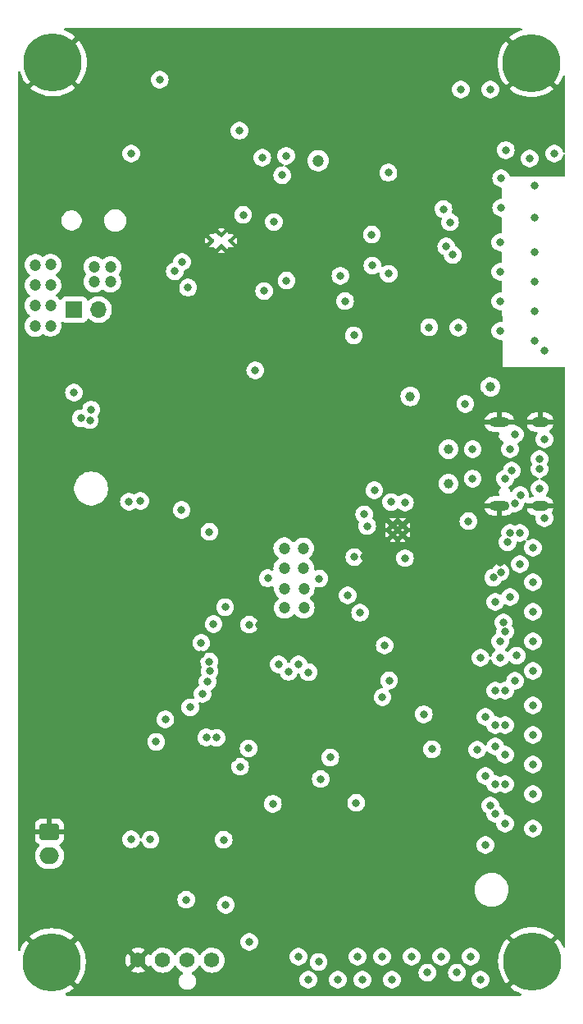
<source format=gbr>
%TF.GenerationSoftware,KiCad,Pcbnew,8.0.1*%
%TF.CreationDate,2024-04-16T22:47:58+08:00*%
%TF.ProjectId,bitaxeUltra,62697461-7865-4556-9c74-72612e6b6963,rev?*%
%TF.SameCoordinates,Original*%
%TF.FileFunction,Copper,L2,Inr*%
%TF.FilePolarity,Positive*%
%FSLAX46Y46*%
G04 Gerber Fmt 4.6, Leading zero omitted, Abs format (unit mm)*
G04 Created by KiCad (PCBNEW 8.0.1) date 2024-04-16 22:47:58*
%MOMM*%
%LPD*%
G01*
G04 APERTURE LIST*
G04 Aperture macros list*
%AMRoundRect*
0 Rectangle with rounded corners*
0 $1 Rounding radius*
0 $2 $3 $4 $5 $6 $7 $8 $9 X,Y pos of 4 corners*
0 Add a 4 corners polygon primitive as box body*
4,1,4,$2,$3,$4,$5,$6,$7,$8,$9,$2,$3,0*
0 Add four circle primitives for the rounded corners*
1,1,$1+$1,$2,$3*
1,1,$1+$1,$4,$5*
1,1,$1+$1,$6,$7*
1,1,$1+$1,$8,$9*
0 Add four rect primitives between the rounded corners*
20,1,$1+$1,$2,$3,$4,$5,0*
20,1,$1+$1,$4,$5,$6,$7,0*
20,1,$1+$1,$6,$7,$8,$9,0*
20,1,$1+$1,$8,$9,$2,$3,0*%
G04 Aperture macros list end*
%TA.AperFunction,ComponentPad*%
%ADD10C,0.800000*%
%TD*%
%TA.AperFunction,ComponentPad*%
%ADD11C,6.000000*%
%TD*%
%TA.AperFunction,ComponentPad*%
%ADD12C,0.500000*%
%TD*%
%TA.AperFunction,ComponentPad*%
%ADD13C,0.400000*%
%TD*%
%TA.AperFunction,ComponentPad*%
%ADD14C,1.574800*%
%TD*%
%TA.AperFunction,ComponentPad*%
%ADD15R,1.700000X1.700000*%
%TD*%
%TA.AperFunction,ComponentPad*%
%ADD16O,1.700000X1.700000*%
%TD*%
%TA.AperFunction,ComponentPad*%
%ADD17O,1.800000X1.000000*%
%TD*%
%TA.AperFunction,ComponentPad*%
%ADD18O,2.100000X1.000000*%
%TD*%
%TA.AperFunction,ComponentPad*%
%ADD19RoundRect,0.250000X-0.750000X0.600000X-0.750000X-0.600000X0.750000X-0.600000X0.750000X0.600000X0*%
%TD*%
%TA.AperFunction,ComponentPad*%
%ADD20O,2.000000X1.700000*%
%TD*%
%TA.AperFunction,ViaPad*%
%ADD21C,0.800000*%
%TD*%
%TA.AperFunction,ViaPad*%
%ADD22C,1.200000*%
%TD*%
%TA.AperFunction,ViaPad*%
%ADD23C,1.000000*%
%TD*%
G04 APERTURE END LIST*
D10*
%TO.N,GND*%
%TO.C,H7*%
X127985010Y-51120990D03*
X128644020Y-49530000D03*
X128644020Y-52711980D03*
X130235010Y-48870990D03*
D11*
X130235010Y-51120990D03*
D10*
X130235010Y-53370990D03*
X131826000Y-49530000D03*
X131826000Y-52711980D03*
X132485010Y-51120990D03*
%TD*%
D12*
%TO.N,GND*%
%TO.C,U2*%
X116922000Y-98765000D03*
X116922000Y-99765000D03*
X115922000Y-99765000D03*
X115922000Y-98765000D03*
%TD*%
D10*
%TO.N,GND*%
%TO.C,H9*%
X128052000Y-143728000D03*
X128711010Y-142137010D03*
X128711010Y-145318990D03*
X130302000Y-141478000D03*
D11*
X130302000Y-143728000D03*
D10*
X130302000Y-145978000D03*
X131892990Y-142137010D03*
X131892990Y-145318990D03*
X132552000Y-143728000D03*
%TD*%
%TO.N,GND*%
%TO.C,H10*%
X78455010Y-143830990D03*
X79114020Y-142240000D03*
X79114020Y-145421980D03*
X80705010Y-141580990D03*
D11*
X80705010Y-143830990D03*
D10*
X80705010Y-146080990D03*
X82296000Y-142240000D03*
X82296000Y-145421980D03*
X82955010Y-143830990D03*
%TD*%
D13*
%TO.N,GND*%
%TO.C,U9*%
X98201691Y-68847200D03*
X99151691Y-69422200D03*
X97251691Y-69422200D03*
X98201691Y-69997200D03*
%TD*%
D10*
%TO.N,GND*%
%TO.C,H8*%
X78558000Y-51054000D03*
X79217010Y-49463010D03*
X79217010Y-52644990D03*
X80808000Y-48804000D03*
D11*
X80808000Y-51054000D03*
D10*
X80808000Y-53304000D03*
X82398990Y-49463010D03*
X82398990Y-52644990D03*
X83058000Y-51054000D03*
%TD*%
D14*
%TO.N,GND*%
%TO.C,J4*%
X89621000Y-143622000D03*
%TO.N,/5V*%
X92161000Y-143622000D03*
%TO.N,/Fan/FAN_TACH*%
X94701000Y-143622000D03*
%TO.N,/Fan/FAN_PWM*%
X97241000Y-143622000D03*
%TD*%
D15*
%TO.N,/Power/VIN*%
%TO.C,J7*%
X83000000Y-76540000D03*
D16*
%TO.N,/5V*%
X85540000Y-76540000D03*
%TD*%
D17*
%TO.N,GND*%
%TO.C,J8*%
X131123000Y-88136000D03*
D18*
X126943000Y-88136000D03*
D17*
X131123000Y-96776000D03*
D18*
X126943000Y-96776000D03*
%TD*%
D19*
%TO.N,GND*%
%TO.C,J2*%
X80470000Y-130360000D03*
D20*
%TO.N,/5V*%
X80470000Y-132860000D03*
%TD*%
D21*
%TO.N,*%
X117856000Y-143256000D03*
X112268000Y-143256000D03*
X127508000Y-125476000D03*
X130385100Y-113792000D03*
X127508000Y-109728000D03*
X108259168Y-143801141D03*
X130385100Y-130048000D03*
X106172000Y-143256000D03*
X119487253Y-144887253D03*
X123952000Y-143256000D03*
X120904000Y-143256000D03*
X114808000Y-143256000D03*
X124968000Y-145625100D03*
X130385100Y-126492000D03*
X127508000Y-115824000D03*
X122535253Y-144887253D03*
X127508000Y-129540000D03*
X112776000Y-145625100D03*
X101092000Y-141732000D03*
X128016000Y-106172000D03*
X130385100Y-110744000D03*
X110236000Y-145625100D03*
X107188000Y-145625100D03*
X128696238Y-112205954D03*
X115824000Y-145625100D03*
X127508000Y-122428000D03*
X127508000Y-119380000D03*
X130385100Y-123444000D03*
X130385100Y-120396000D03*
X130385100Y-117348000D03*
%TO.N,GND*%
X95067000Y-70471000D03*
D22*
X80640000Y-68607500D03*
D21*
X124016184Y-79768291D03*
D22*
X80640000Y-63125000D03*
D21*
X78090000Y-82060000D03*
X100850600Y-73131400D03*
D22*
X80640000Y-64952500D03*
D21*
X116910000Y-128990000D03*
X127000000Y-102616000D03*
D23*
X116540000Y-70920000D03*
D22*
X80640000Y-66780000D03*
D21*
X99060000Y-95504000D03*
D22*
X78960000Y-61300000D03*
X82430000Y-64970000D03*
D21*
X125098900Y-65940000D03*
X112980000Y-131260000D03*
X96109000Y-112124000D03*
D22*
X84110000Y-64967500D03*
D21*
X99060000Y-97536000D03*
X112460000Y-69350000D03*
X100076000Y-97536000D03*
X124028300Y-74168000D03*
X106396000Y-118533000D03*
X97028000Y-95504000D03*
X110862000Y-121832000D03*
X124968000Y-85344000D03*
X98044000Y-95504000D03*
D22*
X78960000Y-64955000D03*
D21*
X104082000Y-115436000D03*
X98682000Y-136516000D03*
X101092000Y-95504000D03*
X99393000Y-122727000D03*
X106408000Y-116351000D03*
D22*
X78960000Y-66782500D03*
D21*
X95758000Y-69431400D03*
D23*
X100765000Y-145890000D03*
D21*
X94890000Y-62470000D03*
X94411000Y-69401000D03*
X101092000Y-98552000D03*
X105673000Y-117442000D03*
X80660000Y-87760000D03*
X124968000Y-103124000D03*
X101092000Y-96520000D03*
X84960000Y-52550000D03*
X97551000Y-122747000D03*
X124109000Y-115539000D03*
X124968000Y-87884000D03*
D23*
X117910000Y-70950000D03*
D21*
X90360055Y-101249945D03*
X100076000Y-96520000D03*
X117602000Y-123903000D03*
X101779000Y-71402000D03*
X104855000Y-118563000D03*
X104132000Y-117472000D03*
X121210000Y-74547000D03*
X100076000Y-98552000D03*
X102625000Y-70567000D03*
X100076000Y-95504000D03*
X112922500Y-102037000D03*
X107144000Y-117442000D03*
X90897000Y-129309000D03*
X112318000Y-95325000D03*
X112512000Y-61250000D03*
X105623000Y-115406000D03*
X101092000Y-97536000D03*
X104867000Y-116381000D03*
X100801000Y-70578000D03*
X87414791Y-81636367D03*
X104830000Y-71398000D03*
D23*
X119454234Y-70914234D03*
D21*
X105330000Y-132320000D03*
X104430000Y-130240000D03*
D23*
X126380000Y-83110000D03*
D21*
X124968000Y-99060000D03*
X99060000Y-96520000D03*
D22*
X80640000Y-61297500D03*
D21*
X115573700Y-102188000D03*
X120310000Y-100000000D03*
D22*
X78960000Y-68610000D03*
D21*
X122936000Y-55372000D03*
D22*
X78960000Y-63127500D03*
D21*
X103584000Y-71410000D03*
X102082600Y-109067600D03*
X96840000Y-98140000D03*
X132297000Y-108743000D03*
X123952000Y-58928000D03*
X92910000Y-102990000D03*
X95260000Y-132630000D03*
X107094000Y-115406000D03*
X115099642Y-112550642D03*
X99060000Y-98552000D03*
D22*
%TO.N,/Power/VIN*%
X80580000Y-71910000D03*
X78980000Y-76130000D03*
X78980000Y-78230000D03*
X80580000Y-78210000D03*
X80580000Y-76110000D03*
X85100000Y-72150000D03*
X86750000Y-73660000D03*
X80580000Y-74010000D03*
X85100000Y-73660000D03*
X78980000Y-71930000D03*
X86750000Y-72150000D03*
X78980000Y-74030000D03*
D21*
%TO.N,/BM1366/1V8*%
X115737362Y-96385646D03*
X117172000Y-102173000D03*
X112130000Y-127390000D03*
X109458000Y-122723000D03*
%TO.N,/BM1366/INV_CLKO*%
X92430600Y-118795800D03*
%TO.N,/VDD*%
X121149900Y-66170000D03*
X103000000Y-104240000D03*
X105152000Y-113890000D03*
D22*
X106685000Y-103175000D03*
X106725000Y-105305000D03*
D21*
X104126000Y-113110000D03*
X108330000Y-104270000D03*
X107204000Y-113920000D03*
D22*
X106725000Y-107275000D03*
D21*
X106178000Y-113110000D03*
D22*
X104695000Y-103175000D03*
X104695000Y-101135000D03*
X106665000Y-101155000D03*
X104745000Y-107305000D03*
X104715000Y-105285000D03*
D21*
%TO.N,/ESP32/EN*%
X126293000Y-104178000D03*
X122101300Y-70905000D03*
D23*
%TO.N,/5V*%
X117710000Y-85490000D03*
D21*
X88883000Y-131168000D03*
X100470000Y-66770000D03*
X94580000Y-137390000D03*
X90881000Y-131182000D03*
D22*
X108214845Y-61185155D03*
D21*
X98450000Y-131200000D03*
%TO.N,/3V3*%
X110500000Y-73050000D03*
X115457000Y-62413000D03*
X114010000Y-95176000D03*
X127766000Y-100521000D03*
D23*
X126000000Y-84500000D03*
D21*
X123394000Y-86260000D03*
X91850000Y-52820000D03*
X98662000Y-137914100D03*
X117172000Y-96434000D03*
X83700000Y-87750000D03*
X113750000Y-68810000D03*
X101092000Y-109016800D03*
X94100000Y-97190000D03*
X82990000Y-85090000D03*
%TO.N,/TX*%
X115482566Y-72844545D03*
%TO.N,/RX*%
X111892000Y-79190000D03*
%TO.N,/BM1366/VDD3_0*%
X115070000Y-111160000D03*
%TO.N,/BM1366/VDD2_0*%
X112530000Y-107800000D03*
%TO.N,/RST*%
X121437000Y-70037900D03*
%TO.N,/BM1366/PIN_MODE*%
X91480645Y-121097045D03*
%TO.N,/SCL*%
X84630946Y-87948642D03*
X88670000Y-96340000D03*
X97713800Y-120675400D03*
%TO.N,/Power/OUT0*%
X96970000Y-99460000D03*
X93399000Y-72582000D03*
%TO.N,/BM1366/0V8*%
X108468000Y-124939000D03*
X103530000Y-127490000D03*
%TO.N,/BM1366/VDD1_0*%
X111250000Y-106010000D03*
%TO.N,/BM1366/VDD1_1*%
X98602800Y-107213400D03*
%TO.N,/BM1366/VDD2_1*%
X97409000Y-108966000D03*
%TO.N,/BM1366/VDD3_1*%
X96130000Y-110920000D03*
%TO.N,Net-(Q4-D)*%
X104500000Y-62680000D03*
X103630000Y-67500000D03*
%TO.N,Net-(U9-BOOT)*%
X94155000Y-71626000D03*
X94772000Y-74270800D03*
%TO.N,/BM1366/CI*%
X113272599Y-98869299D03*
%TO.N,/BM1366/RO*%
X112962000Y-97645000D03*
%TO.N,/BM1366/RST_N*%
X111948000Y-102053000D03*
%TO.N,Net-(Q2-G)*%
X101710600Y-82811400D03*
X102630000Y-74620000D03*
%TO.N,/BM1366/RI*%
X96774000Y-114909600D03*
%TO.N,/BM1366/CLKI*%
X114844000Y-116495900D03*
%TO.N,/BM1366/NRSTO*%
X96967045Y-112836955D03*
%TO.N,/BM1366/BO*%
X96995638Y-113825659D03*
%TO.N,/BM1366/CLKO*%
X96266000Y-116154200D03*
%TO.N,/BM1366/CO*%
X94996000Y-117551200D03*
%TO.N,/ESP32/IO0*%
X121828800Y-67530000D03*
X123719000Y-98362000D03*
%TO.N,/ESP32/XIN32*%
X122670000Y-78400000D03*
%TO.N,/BM1366/ADDR0*%
X119110000Y-118260000D03*
%TO.N,/ESP32/XOUT32*%
X119660000Y-78360000D03*
%TO.N,/Power/PGOOD*%
X104940000Y-73540000D03*
%TO.N,/ESP32/PWR_EN*%
X110990000Y-75660000D03*
%TO.N,/SDA*%
X96656000Y-120659000D03*
X84765794Y-86853684D03*
X89850000Y-96260000D03*
X100076000Y-58100000D03*
X104902000Y-60690000D03*
%TO.N,/BM1366/BI*%
X115540000Y-114780000D03*
%TO.N,/PLUG_SENSE*%
X113800000Y-71990000D03*
X88900000Y-60452000D03*
X102440000Y-60880000D03*
%TO.N,/BM1366/ADDR1*%
X119960000Y-121860000D03*
D23*
%TO.N,Net-(D1-Pad2)*%
X121666000Y-90932000D03*
X121666000Y-94488000D03*
D21*
%TO.N,Net-(J8-CC1)*%
X124159000Y-90943000D03*
%TO.N,Net-(J8-CC2)*%
X124154000Y-93963000D03*
%TO.N,Net-(U14-VDDIO_18_1)*%
X101015000Y-121775000D03*
%TO.N,Net-(U14-VDDIO_08_1)*%
X100155000Y-123661000D03*
%TO.N,/LED/VDD*%
X127341340Y-108790801D03*
X128016000Y-99568000D03*
X128524000Y-89408000D03*
X126492000Y-125476000D03*
X127000000Y-112438900D03*
X131064000Y-92964000D03*
X126492000Y-128524000D03*
X126492000Y-115824000D03*
X125984000Y-127678900D03*
X126492000Y-119380000D03*
X126492000Y-106680000D03*
X125476000Y-131742900D03*
X127046390Y-103596174D03*
X131572000Y-80772000D03*
X124968000Y-112438900D03*
X129083452Y-95669533D03*
X125476000Y-118534900D03*
X125476000Y-124630900D03*
X124630900Y-121920000D03*
X126492000Y-121582900D03*
X127508000Y-93965100D03*
X127000000Y-110744000D03*
X131572000Y-89916000D03*
X128534629Y-114820704D03*
%TO.N,/LED/DO*%
X131064000Y-91948000D03*
X129032000Y-102786900D03*
X127000000Y-75692000D03*
X130556000Y-76708000D03*
X130048000Y-60960000D03*
X128524000Y-96520000D03*
X132588000Y-60452000D03*
X127000000Y-69596000D03*
X131064000Y-94996000D03*
X125984000Y-53848000D03*
X130385100Y-107696000D03*
X127098300Y-62992000D03*
X130556000Y-63726900D03*
X122936000Y-53848000D03*
X127000000Y-78740000D03*
X127000000Y-72644000D03*
X130556000Y-73660000D03*
X131572000Y-98044000D03*
X130385100Y-104648000D03*
X127584401Y-60094800D03*
X128196055Y-93144055D03*
X127098300Y-66040000D03*
X129032000Y-99568000D03*
X130556000Y-70612000D03*
X130556000Y-67056000D03*
X128016000Y-90932000D03*
X130385100Y-101092000D03*
X130556000Y-79756000D03*
%TD*%
%TA.AperFunction,Conductor*%
%TO.N,GND*%
G36*
X129223807Y-47542002D02*
G01*
X129270300Y-47595658D01*
X129280404Y-47665932D01*
X129250910Y-47730512D01*
X129191184Y-47768896D01*
X129188297Y-47769707D01*
X129149499Y-47780102D01*
X129149486Y-47780106D01*
X128806229Y-47911870D01*
X128806221Y-47911874D01*
X128478612Y-48078799D01*
X128478606Y-48078802D01*
X128170237Y-48279058D01*
X128170232Y-48279062D01*
X127939297Y-48466068D01*
X129369180Y-49895950D01*
X129257826Y-49976854D01*
X129090874Y-50143806D01*
X129009970Y-50255159D01*
X128334539Y-49579728D01*
X128394020Y-49579728D01*
X128432080Y-49671614D01*
X128502406Y-49741940D01*
X128594292Y-49780000D01*
X128693748Y-49780000D01*
X128785634Y-49741940D01*
X128855960Y-49671614D01*
X128894020Y-49579728D01*
X128894020Y-49480272D01*
X128855960Y-49388386D01*
X128785634Y-49318060D01*
X128693748Y-49280000D01*
X128594292Y-49280000D01*
X128502406Y-49318060D01*
X128432080Y-49388386D01*
X128394020Y-49480272D01*
X128394020Y-49579728D01*
X128334539Y-49579728D01*
X127580088Y-48825277D01*
X127393082Y-49056212D01*
X127393078Y-49056217D01*
X127192822Y-49364586D01*
X127192819Y-49364592D01*
X127025894Y-49692201D01*
X127025890Y-49692209D01*
X126894126Y-50035466D01*
X126894122Y-50035479D01*
X126798958Y-50390636D01*
X126741438Y-50753807D01*
X126722196Y-51120982D01*
X126722196Y-51120997D01*
X126741438Y-51488172D01*
X126798958Y-51851343D01*
X126894122Y-52206500D01*
X126894126Y-52206513D01*
X127025890Y-52549770D01*
X127025894Y-52549778D01*
X127192819Y-52877387D01*
X127192822Y-52877393D01*
X127393087Y-53185774D01*
X127393091Y-53185779D01*
X127580087Y-53416700D01*
X127580088Y-53416701D01*
X128235081Y-52761708D01*
X128394020Y-52761708D01*
X128432080Y-52853594D01*
X128502406Y-52923920D01*
X128594292Y-52961980D01*
X128693748Y-52961980D01*
X128785634Y-52923920D01*
X128855960Y-52853594D01*
X128894020Y-52761708D01*
X128894020Y-52662252D01*
X128855960Y-52570366D01*
X128785634Y-52500040D01*
X128693748Y-52461980D01*
X128594292Y-52461980D01*
X128502406Y-52500040D01*
X128432080Y-52570366D01*
X128394020Y-52662252D01*
X128394020Y-52761708D01*
X128235081Y-52761708D01*
X129009970Y-51986819D01*
X129090874Y-52098174D01*
X129257826Y-52265126D01*
X129369179Y-52346028D01*
X127939297Y-53775910D01*
X127939298Y-53775911D01*
X128170220Y-53962908D01*
X128170225Y-53962912D01*
X128478606Y-54163177D01*
X128478612Y-54163180D01*
X128806221Y-54330105D01*
X128806229Y-54330109D01*
X129149486Y-54461873D01*
X129149499Y-54461877D01*
X129504656Y-54557041D01*
X129867827Y-54614561D01*
X130235003Y-54633804D01*
X130235017Y-54633804D01*
X130602192Y-54614561D01*
X130965363Y-54557041D01*
X131320520Y-54461877D01*
X131320533Y-54461873D01*
X131663790Y-54330109D01*
X131663798Y-54330105D01*
X131991407Y-54163180D01*
X131991413Y-54163177D01*
X132299792Y-53962914D01*
X132530721Y-53775910D01*
X131516519Y-52761708D01*
X131576000Y-52761708D01*
X131614060Y-52853594D01*
X131684386Y-52923920D01*
X131776272Y-52961980D01*
X131875728Y-52961980D01*
X131967614Y-52923920D01*
X132037940Y-52853594D01*
X132076000Y-52761708D01*
X132076000Y-52662252D01*
X132037940Y-52570366D01*
X131967614Y-52500040D01*
X131875728Y-52461980D01*
X131776272Y-52461980D01*
X131684386Y-52500040D01*
X131614060Y-52570366D01*
X131576000Y-52662252D01*
X131576000Y-52761708D01*
X131516519Y-52761708D01*
X131100840Y-52346029D01*
X131212194Y-52265126D01*
X131379146Y-52098174D01*
X131460049Y-51986819D01*
X132889930Y-53416701D01*
X133076934Y-53185772D01*
X133277197Y-52877393D01*
X133277200Y-52877387D01*
X133444125Y-52549778D01*
X133444129Y-52549770D01*
X133488369Y-52434521D01*
X133531454Y-52378093D01*
X133598208Y-52353916D01*
X133667435Y-52369667D01*
X133717157Y-52420345D01*
X133732000Y-52479675D01*
X133732000Y-60241571D01*
X133711998Y-60309692D01*
X133658342Y-60356185D01*
X133588068Y-60366289D01*
X133523488Y-60336795D01*
X133485104Y-60277069D01*
X133482754Y-60267772D01*
X133481542Y-60262072D01*
X133461742Y-60201135D01*
X133422527Y-60080444D01*
X133327040Y-59915056D01*
X133327038Y-59915054D01*
X133327034Y-59915048D01*
X133199255Y-59773135D01*
X133044752Y-59660882D01*
X132870288Y-59583206D01*
X132683487Y-59543500D01*
X132492513Y-59543500D01*
X132305711Y-59583206D01*
X132131247Y-59660882D01*
X131976744Y-59773135D01*
X131848965Y-59915048D01*
X131848958Y-59915058D01*
X131753476Y-60080438D01*
X131753473Y-60080444D01*
X131742439Y-60114404D01*
X131694457Y-60262072D01*
X131674496Y-60452000D01*
X131694457Y-60641927D01*
X131710101Y-60690072D01*
X131753473Y-60823556D01*
X131753476Y-60823561D01*
X131848958Y-60988941D01*
X131848965Y-60988951D01*
X131976744Y-61130864D01*
X131976747Y-61130866D01*
X132131248Y-61243118D01*
X132305712Y-61320794D01*
X132492513Y-61360500D01*
X132683487Y-61360500D01*
X132870288Y-61320794D01*
X133044752Y-61243118D01*
X133199253Y-61130866D01*
X133254123Y-61069927D01*
X133327034Y-60988951D01*
X133327035Y-60988949D01*
X133327040Y-60988944D01*
X133422527Y-60823556D01*
X133481542Y-60641928D01*
X133481543Y-60641922D01*
X133482754Y-60636230D01*
X133516483Y-60573757D01*
X133578633Y-60539436D01*
X133649472Y-60544165D01*
X133706509Y-60586441D01*
X133731635Y-60652843D01*
X133732000Y-60662428D01*
X133732000Y-62672096D01*
X133711998Y-62740217D01*
X133658342Y-62786710D01*
X133606621Y-62798094D01*
X128091542Y-62825263D01*
X128023323Y-62805597D01*
X127976567Y-62752171D01*
X127971093Y-62738214D01*
X127932827Y-62620444D01*
X127837340Y-62455056D01*
X127837338Y-62455054D01*
X127837334Y-62455048D01*
X127709555Y-62313135D01*
X127555052Y-62200882D01*
X127380588Y-62123206D01*
X127193787Y-62083500D01*
X127002813Y-62083500D01*
X126816011Y-62123206D01*
X126641547Y-62200882D01*
X126487044Y-62313135D01*
X126359265Y-62455048D01*
X126359258Y-62455058D01*
X126263776Y-62620438D01*
X126263773Y-62620445D01*
X126204757Y-62802072D01*
X126184796Y-62992000D01*
X126204757Y-63181927D01*
X126234826Y-63274470D01*
X126263773Y-63363556D01*
X126263776Y-63363561D01*
X126359258Y-63528941D01*
X126359265Y-63528951D01*
X126487044Y-63670864D01*
X126487047Y-63670866D01*
X126641548Y-63783118D01*
X126816012Y-63860794D01*
X127002813Y-63900500D01*
X127010703Y-63900500D01*
X127078824Y-63920502D01*
X127125317Y-63974158D01*
X127136701Y-64025794D01*
X127142187Y-65004794D01*
X127122567Y-65073026D01*
X127069173Y-65119819D01*
X127016189Y-65131500D01*
X127002813Y-65131500D01*
X126816011Y-65171206D01*
X126641547Y-65248882D01*
X126487044Y-65361135D01*
X126359265Y-65503048D01*
X126359258Y-65503058D01*
X126263776Y-65668438D01*
X126263773Y-65668445D01*
X126204757Y-65850072D01*
X126184796Y-66040000D01*
X126204757Y-66229927D01*
X126222259Y-66283790D01*
X126263773Y-66411556D01*
X126263776Y-66411561D01*
X126359258Y-66576941D01*
X126359265Y-66576951D01*
X126487044Y-66718864D01*
X126525773Y-66747002D01*
X126641548Y-66831118D01*
X126816012Y-66908794D01*
X127002813Y-66948500D01*
X127027783Y-66948500D01*
X127095904Y-66968502D01*
X127142397Y-67022158D01*
X127153781Y-67073794D01*
X127161860Y-68515758D01*
X127162113Y-68560794D01*
X127142493Y-68629026D01*
X127089099Y-68675819D01*
X127036115Y-68687500D01*
X126904513Y-68687500D01*
X126717711Y-68727206D01*
X126543247Y-68804882D01*
X126388744Y-68917135D01*
X126260965Y-69059048D01*
X126260958Y-69059058D01*
X126165476Y-69224438D01*
X126165473Y-69224445D01*
X126106457Y-69406072D01*
X126086496Y-69596000D01*
X126106457Y-69785927D01*
X126126617Y-69847972D01*
X126165473Y-69967556D01*
X126193841Y-70016691D01*
X126260958Y-70132941D01*
X126260965Y-70132951D01*
X126388744Y-70274864D01*
X126449999Y-70319368D01*
X126543248Y-70387118D01*
X126717712Y-70464794D01*
X126904513Y-70504500D01*
X127047709Y-70504500D01*
X127115830Y-70524502D01*
X127162323Y-70578158D01*
X127173707Y-70629794D01*
X127179193Y-71608794D01*
X127159573Y-71677026D01*
X127106179Y-71723819D01*
X127053195Y-71735500D01*
X126904513Y-71735500D01*
X126717711Y-71775206D01*
X126543247Y-71852882D01*
X126388744Y-71965135D01*
X126260965Y-72107048D01*
X126260958Y-72107058D01*
X126165476Y-72272438D01*
X126165473Y-72272445D01*
X126106457Y-72454072D01*
X126086496Y-72644000D01*
X126106457Y-72833927D01*
X126127923Y-72899991D01*
X126165473Y-73015556D01*
X126165476Y-73015561D01*
X126260958Y-73180941D01*
X126260965Y-73180951D01*
X126388744Y-73322864D01*
X126388747Y-73322866D01*
X126543248Y-73435118D01*
X126717712Y-73512794D01*
X126904513Y-73552500D01*
X127064789Y-73552500D01*
X127132910Y-73572502D01*
X127179403Y-73626158D01*
X127190786Y-73677792D01*
X127196273Y-74656794D01*
X127176653Y-74725026D01*
X127123259Y-74771819D01*
X127070275Y-74783500D01*
X126904513Y-74783500D01*
X126717711Y-74823206D01*
X126543247Y-74900882D01*
X126388744Y-75013135D01*
X126260965Y-75155048D01*
X126260958Y-75155058D01*
X126165476Y-75320438D01*
X126165473Y-75320444D01*
X126152618Y-75360008D01*
X126106457Y-75502072D01*
X126086496Y-75692000D01*
X126106457Y-75881927D01*
X126120595Y-75925437D01*
X126165473Y-76063556D01*
X126165476Y-76063561D01*
X126260958Y-76228941D01*
X126260965Y-76228951D01*
X126388744Y-76370864D01*
X126388747Y-76370866D01*
X126543248Y-76483118D01*
X126717712Y-76560794D01*
X126904513Y-76600500D01*
X127081869Y-76600500D01*
X127149990Y-76620502D01*
X127196483Y-76674158D01*
X127207866Y-76725793D01*
X127213220Y-77681189D01*
X127213353Y-77704794D01*
X127193733Y-77773026D01*
X127140339Y-77819819D01*
X127087355Y-77831500D01*
X126904513Y-77831500D01*
X126717711Y-77871206D01*
X126543247Y-77948882D01*
X126388744Y-78061135D01*
X126260965Y-78203048D01*
X126260958Y-78203058D01*
X126165476Y-78368438D01*
X126165473Y-78368445D01*
X126106457Y-78550072D01*
X126086496Y-78740000D01*
X126106457Y-78929927D01*
X126126199Y-78990685D01*
X126165473Y-79111556D01*
X126165476Y-79111561D01*
X126260958Y-79276941D01*
X126260965Y-79276951D01*
X126388744Y-79418864D01*
X126388747Y-79418866D01*
X126543248Y-79531118D01*
X126717712Y-79608794D01*
X126904513Y-79648500D01*
X127098949Y-79648500D01*
X127167070Y-79668502D01*
X127213563Y-79722158D01*
X127224947Y-79773794D01*
X127239999Y-82460000D01*
X127240000Y-82460000D01*
X133605387Y-82428835D01*
X133673601Y-82448502D01*
X133720356Y-82501929D01*
X133732000Y-82554832D01*
X133732000Y-142207892D01*
X133711998Y-142276013D01*
X133658342Y-142322506D01*
X133588068Y-142332610D01*
X133523488Y-142303116D01*
X133493733Y-142265095D01*
X133344191Y-141971602D01*
X133344187Y-141971596D01*
X133143922Y-141663215D01*
X133143918Y-141663210D01*
X132956921Y-141432288D01*
X132956920Y-141432287D01*
X131527039Y-142862169D01*
X131446136Y-142750816D01*
X131279184Y-142583864D01*
X131167829Y-142502960D01*
X131484051Y-142186738D01*
X131642990Y-142186738D01*
X131681050Y-142278624D01*
X131751376Y-142348950D01*
X131843262Y-142387010D01*
X131942718Y-142387010D01*
X132034604Y-142348950D01*
X132104930Y-142278624D01*
X132142990Y-142186738D01*
X132142990Y-142087282D01*
X132104930Y-141995396D01*
X132034604Y-141925070D01*
X131942718Y-141887010D01*
X131843262Y-141887010D01*
X131751376Y-141925070D01*
X131681050Y-141995396D01*
X131642990Y-142087282D01*
X131642990Y-142186738D01*
X131484051Y-142186738D01*
X132597711Y-141073078D01*
X132597710Y-141073077D01*
X132366789Y-140886081D01*
X132366784Y-140886077D01*
X132058403Y-140685812D01*
X132058397Y-140685809D01*
X131730788Y-140518884D01*
X131730780Y-140518880D01*
X131387523Y-140387116D01*
X131387510Y-140387112D01*
X131032353Y-140291948D01*
X130669182Y-140234428D01*
X130302007Y-140215186D01*
X130301993Y-140215186D01*
X129934817Y-140234428D01*
X129571646Y-140291948D01*
X129216489Y-140387112D01*
X129216476Y-140387116D01*
X128873219Y-140518880D01*
X128873211Y-140518884D01*
X128545602Y-140685809D01*
X128545596Y-140685812D01*
X128237227Y-140886068D01*
X128237222Y-140886072D01*
X128006287Y-141073078D01*
X129436169Y-142502960D01*
X129324816Y-142583864D01*
X129157864Y-142750816D01*
X129076960Y-142862169D01*
X128401529Y-142186738D01*
X128461010Y-142186738D01*
X128499070Y-142278624D01*
X128569396Y-142348950D01*
X128661282Y-142387010D01*
X128760738Y-142387010D01*
X128852624Y-142348950D01*
X128922950Y-142278624D01*
X128961010Y-142186738D01*
X128961010Y-142087282D01*
X128922950Y-141995396D01*
X128852624Y-141925070D01*
X128760738Y-141887010D01*
X128661282Y-141887010D01*
X128569396Y-141925070D01*
X128499070Y-141995396D01*
X128461010Y-142087282D01*
X128461010Y-142186738D01*
X128401529Y-142186738D01*
X127647078Y-141432287D01*
X127460072Y-141663222D01*
X127460068Y-141663227D01*
X127259812Y-141971596D01*
X127259809Y-141971602D01*
X127092884Y-142299211D01*
X127092880Y-142299219D01*
X126961116Y-142642476D01*
X126961112Y-142642489D01*
X126865948Y-142997646D01*
X126808428Y-143360817D01*
X126789186Y-143727992D01*
X126789186Y-143728007D01*
X126808428Y-144095182D01*
X126865948Y-144458353D01*
X126961112Y-144813510D01*
X126961116Y-144813523D01*
X127092880Y-145156780D01*
X127092884Y-145156788D01*
X127259809Y-145484397D01*
X127259812Y-145484403D01*
X127460077Y-145792784D01*
X127460081Y-145792789D01*
X127647077Y-146023710D01*
X127647078Y-146023711D01*
X128302071Y-145368718D01*
X128461010Y-145368718D01*
X128499070Y-145460604D01*
X128569396Y-145530930D01*
X128661282Y-145568990D01*
X128760738Y-145568990D01*
X128852624Y-145530930D01*
X128922950Y-145460604D01*
X128961010Y-145368718D01*
X128961010Y-145269262D01*
X128922950Y-145177376D01*
X128852624Y-145107050D01*
X128760738Y-145068990D01*
X128661282Y-145068990D01*
X128569396Y-145107050D01*
X128499070Y-145177376D01*
X128461010Y-145269262D01*
X128461010Y-145368718D01*
X128302071Y-145368718D01*
X129076960Y-144593829D01*
X129157864Y-144705184D01*
X129324816Y-144872136D01*
X129436169Y-144953039D01*
X128006287Y-146382920D01*
X128006288Y-146382921D01*
X128237210Y-146569918D01*
X128237215Y-146569922D01*
X128545596Y-146770187D01*
X128545602Y-146770190D01*
X128873211Y-146937115D01*
X128873219Y-146937119D01*
X129142195Y-147040369D01*
X129198623Y-147083455D01*
X129222800Y-147150208D01*
X129207049Y-147219435D01*
X129156371Y-147269157D01*
X129097041Y-147284000D01*
X82253415Y-147284000D01*
X82185294Y-147263998D01*
X82169062Y-147251597D01*
X82142526Y-147227680D01*
X82105318Y-147167217D01*
X82106706Y-147096234D01*
X82146249Y-147037269D01*
X82169683Y-147021821D01*
X82461399Y-146873185D01*
X82461413Y-146873177D01*
X82769792Y-146672914D01*
X83000721Y-146485910D01*
X81986518Y-145471708D01*
X82046000Y-145471708D01*
X82084060Y-145563594D01*
X82154386Y-145633920D01*
X82246272Y-145671980D01*
X82345728Y-145671980D01*
X82437614Y-145633920D01*
X82507940Y-145563594D01*
X82546000Y-145471708D01*
X82546000Y-145372252D01*
X82507940Y-145280366D01*
X82437614Y-145210040D01*
X82345728Y-145171980D01*
X82246272Y-145171980D01*
X82154386Y-145210040D01*
X82084060Y-145280366D01*
X82046000Y-145372252D01*
X82046000Y-145471708D01*
X81986518Y-145471708D01*
X81570839Y-145056029D01*
X81682194Y-144975126D01*
X81849146Y-144808174D01*
X81930049Y-144696820D01*
X83359930Y-146126701D01*
X83546934Y-145895772D01*
X83747197Y-145587393D01*
X83747200Y-145587387D01*
X83914125Y-145259778D01*
X83914129Y-145259770D01*
X84045893Y-144916513D01*
X84045897Y-144916500D01*
X84141061Y-144561343D01*
X84198581Y-144198172D01*
X84217824Y-143830997D01*
X84217824Y-143830982D01*
X84206872Y-143622000D01*
X88320652Y-143622000D01*
X88340407Y-143847802D01*
X88399072Y-144066742D01*
X88399074Y-144066747D01*
X88494867Y-144272175D01*
X88542947Y-144340841D01*
X89109570Y-143774218D01*
X89123950Y-143827885D01*
X89194174Y-143949515D01*
X89293485Y-144048826D01*
X89415115Y-144119050D01*
X89468779Y-144133429D01*
X88902157Y-144700051D01*
X88902157Y-144700053D01*
X88970822Y-144748132D01*
X89176251Y-144843925D01*
X89176257Y-144843927D01*
X89395197Y-144902592D01*
X89621000Y-144922347D01*
X89846802Y-144902592D01*
X90065742Y-144843927D01*
X90065748Y-144843925D01*
X90271169Y-144748136D01*
X90339841Y-144700051D01*
X90339841Y-144700050D01*
X89773220Y-144133429D01*
X89826885Y-144119050D01*
X89948515Y-144048826D01*
X90047826Y-143949515D01*
X90118050Y-143827885D01*
X90132429Y-143774220D01*
X90699050Y-144340841D01*
X90699051Y-144340841D01*
X90747138Y-144272166D01*
X90747139Y-144272164D01*
X90776528Y-144209138D01*
X90823444Y-144155852D01*
X90891721Y-144136390D01*
X90959681Y-144156931D01*
X91004917Y-144209135D01*
X91034429Y-144272423D01*
X91082336Y-144340841D01*
X91164491Y-144458170D01*
X91324830Y-144618509D01*
X91510575Y-144748569D01*
X91716083Y-144844399D01*
X91935110Y-144903087D01*
X92161000Y-144922850D01*
X92386890Y-144903087D01*
X92605917Y-144844399D01*
X92811425Y-144748569D01*
X92997170Y-144618509D01*
X93157509Y-144458170D01*
X93287569Y-144272425D01*
X93316805Y-144209727D01*
X93363722Y-144156443D01*
X93431999Y-144136982D01*
X93499959Y-144157524D01*
X93545195Y-144209728D01*
X93574431Y-144272425D01*
X93620411Y-144338092D01*
X93704491Y-144458170D01*
X93864830Y-144618509D01*
X94050575Y-144748569D01*
X94189513Y-144813356D01*
X94242797Y-144860273D01*
X94262258Y-144928550D01*
X94241716Y-144996510D01*
X94206265Y-145032315D01*
X94128434Y-145084321D01*
X94128425Y-145084328D01*
X94003327Y-145209426D01*
X94003322Y-145209432D01*
X93905025Y-145356544D01*
X93837319Y-145520000D01*
X93837317Y-145520005D01*
X93802800Y-145693533D01*
X93802800Y-145870468D01*
X93833282Y-146023710D01*
X93837317Y-146043996D01*
X93905025Y-146207458D01*
X93918751Y-146228000D01*
X94003322Y-146354569D01*
X94003327Y-146354575D01*
X94128425Y-146479673D01*
X94128431Y-146479678D01*
X94275543Y-146577976D01*
X94439005Y-146645684D01*
X94612535Y-146680201D01*
X94612536Y-146680201D01*
X94789464Y-146680201D01*
X94789465Y-146680201D01*
X94962995Y-146645684D01*
X95126457Y-146577976D01*
X95273569Y-146479678D01*
X95398677Y-146354570D01*
X95496975Y-146207458D01*
X95564683Y-146043996D01*
X95599200Y-145870466D01*
X95599200Y-145693536D01*
X95585587Y-145625100D01*
X106274496Y-145625100D01*
X106294457Y-145815027D01*
X106324526Y-145907570D01*
X106353473Y-145996656D01*
X106373453Y-146031262D01*
X106448958Y-146162041D01*
X106448965Y-146162051D01*
X106576744Y-146303964D01*
X106576747Y-146303966D01*
X106731248Y-146416218D01*
X106905712Y-146493894D01*
X107092513Y-146533600D01*
X107283487Y-146533600D01*
X107470288Y-146493894D01*
X107644752Y-146416218D01*
X107799253Y-146303966D01*
X107886150Y-146207457D01*
X107927034Y-146162051D01*
X107927035Y-146162049D01*
X107927040Y-146162044D01*
X108022527Y-145996656D01*
X108081542Y-145815028D01*
X108101504Y-145625100D01*
X109322496Y-145625100D01*
X109342457Y-145815027D01*
X109372526Y-145907570D01*
X109401473Y-145996656D01*
X109421453Y-146031262D01*
X109496958Y-146162041D01*
X109496965Y-146162051D01*
X109624744Y-146303964D01*
X109624747Y-146303966D01*
X109779248Y-146416218D01*
X109953712Y-146493894D01*
X110140513Y-146533600D01*
X110331487Y-146533600D01*
X110518288Y-146493894D01*
X110692752Y-146416218D01*
X110847253Y-146303966D01*
X110934150Y-146207457D01*
X110975034Y-146162051D01*
X110975035Y-146162049D01*
X110975040Y-146162044D01*
X111070527Y-145996656D01*
X111129542Y-145815028D01*
X111149504Y-145625100D01*
X111862496Y-145625100D01*
X111882457Y-145815027D01*
X111912526Y-145907570D01*
X111941473Y-145996656D01*
X111961453Y-146031262D01*
X112036958Y-146162041D01*
X112036965Y-146162051D01*
X112164744Y-146303964D01*
X112164747Y-146303966D01*
X112319248Y-146416218D01*
X112493712Y-146493894D01*
X112680513Y-146533600D01*
X112871487Y-146533600D01*
X113058288Y-146493894D01*
X113232752Y-146416218D01*
X113387253Y-146303966D01*
X113474150Y-146207457D01*
X113515034Y-146162051D01*
X113515035Y-146162049D01*
X113515040Y-146162044D01*
X113610527Y-145996656D01*
X113669542Y-145815028D01*
X113689504Y-145625100D01*
X114910496Y-145625100D01*
X114930457Y-145815027D01*
X114960526Y-145907570D01*
X114989473Y-145996656D01*
X115009453Y-146031262D01*
X115084958Y-146162041D01*
X115084965Y-146162051D01*
X115212744Y-146303964D01*
X115212747Y-146303966D01*
X115367248Y-146416218D01*
X115541712Y-146493894D01*
X115728513Y-146533600D01*
X115919487Y-146533600D01*
X116106288Y-146493894D01*
X116280752Y-146416218D01*
X116435253Y-146303966D01*
X116522150Y-146207457D01*
X116563034Y-146162051D01*
X116563035Y-146162049D01*
X116563040Y-146162044D01*
X116658527Y-145996656D01*
X116717542Y-145815028D01*
X116737504Y-145625100D01*
X116717542Y-145435172D01*
X116658527Y-145253544D01*
X116563040Y-145088156D01*
X116563038Y-145088154D01*
X116563034Y-145088148D01*
X116435255Y-144946235D01*
X116354073Y-144887253D01*
X118573749Y-144887253D01*
X118593710Y-145077180D01*
X118619574Y-145156780D01*
X118652726Y-145258809D01*
X118658761Y-145269262D01*
X118748211Y-145424194D01*
X118748218Y-145424204D01*
X118875997Y-145566117D01*
X118905273Y-145587387D01*
X119030501Y-145678371D01*
X119204965Y-145756047D01*
X119391766Y-145795753D01*
X119582740Y-145795753D01*
X119769541Y-145756047D01*
X119944005Y-145678371D01*
X120098506Y-145566119D01*
X120100780Y-145563594D01*
X120226287Y-145424204D01*
X120226288Y-145424202D01*
X120226293Y-145424197D01*
X120321780Y-145258809D01*
X120380795Y-145077181D01*
X120400757Y-144887253D01*
X121621749Y-144887253D01*
X121641710Y-145077180D01*
X121667574Y-145156780D01*
X121700726Y-145258809D01*
X121706761Y-145269262D01*
X121796211Y-145424194D01*
X121796218Y-145424204D01*
X121923997Y-145566117D01*
X121953273Y-145587387D01*
X122078501Y-145678371D01*
X122252965Y-145756047D01*
X122439766Y-145795753D01*
X122630740Y-145795753D01*
X122817541Y-145756047D01*
X122992005Y-145678371D01*
X123065326Y-145625100D01*
X124054496Y-145625100D01*
X124074457Y-145815027D01*
X124104526Y-145907570D01*
X124133473Y-145996656D01*
X124153453Y-146031262D01*
X124228958Y-146162041D01*
X124228965Y-146162051D01*
X124356744Y-146303964D01*
X124356747Y-146303966D01*
X124511248Y-146416218D01*
X124685712Y-146493894D01*
X124872513Y-146533600D01*
X125063487Y-146533600D01*
X125250288Y-146493894D01*
X125424752Y-146416218D01*
X125579253Y-146303966D01*
X125666150Y-146207457D01*
X125707034Y-146162051D01*
X125707035Y-146162049D01*
X125707040Y-146162044D01*
X125802527Y-145996656D01*
X125861542Y-145815028D01*
X125881504Y-145625100D01*
X125861542Y-145435172D01*
X125802527Y-145253544D01*
X125707040Y-145088156D01*
X125707038Y-145088154D01*
X125707034Y-145088148D01*
X125579255Y-144946235D01*
X125424752Y-144833982D01*
X125250288Y-144756306D01*
X125063487Y-144716600D01*
X124872513Y-144716600D01*
X124685711Y-144756306D01*
X124511247Y-144833982D01*
X124356744Y-144946235D01*
X124228965Y-145088148D01*
X124228958Y-145088158D01*
X124133476Y-145253538D01*
X124133473Y-145253544D01*
X124128366Y-145269262D01*
X124074457Y-145435172D01*
X124054496Y-145625100D01*
X123065326Y-145625100D01*
X123146506Y-145566119D01*
X123148780Y-145563594D01*
X123274287Y-145424204D01*
X123274288Y-145424202D01*
X123274293Y-145424197D01*
X123369780Y-145258809D01*
X123428795Y-145077181D01*
X123448757Y-144887253D01*
X123428795Y-144697325D01*
X123369780Y-144515697D01*
X123274293Y-144350309D01*
X123274291Y-144350307D01*
X123274287Y-144350301D01*
X123146508Y-144208388D01*
X122992005Y-144096135D01*
X122817541Y-144018459D01*
X122630740Y-143978753D01*
X122439766Y-143978753D01*
X122252964Y-144018459D01*
X122078500Y-144096135D01*
X121923997Y-144208388D01*
X121796218Y-144350301D01*
X121796211Y-144350311D01*
X121700729Y-144515691D01*
X121700726Y-144515698D01*
X121641710Y-144697325D01*
X121621749Y-144887253D01*
X120400757Y-144887253D01*
X120380795Y-144697325D01*
X120321780Y-144515697D01*
X120226293Y-144350309D01*
X120226291Y-144350307D01*
X120226287Y-144350301D01*
X120098508Y-144208388D01*
X119944005Y-144096135D01*
X119769541Y-144018459D01*
X119582740Y-143978753D01*
X119391766Y-143978753D01*
X119204964Y-144018459D01*
X119030500Y-144096135D01*
X118875997Y-144208388D01*
X118748218Y-144350301D01*
X118748211Y-144350311D01*
X118652729Y-144515691D01*
X118652726Y-144515698D01*
X118593710Y-144697325D01*
X118573749Y-144887253D01*
X116354073Y-144887253D01*
X116280752Y-144833982D01*
X116106288Y-144756306D01*
X115919487Y-144716600D01*
X115728513Y-144716600D01*
X115541711Y-144756306D01*
X115367247Y-144833982D01*
X115212744Y-144946235D01*
X115084965Y-145088148D01*
X115084958Y-145088158D01*
X114989476Y-145253538D01*
X114989473Y-145253544D01*
X114984366Y-145269262D01*
X114930457Y-145435172D01*
X114910496Y-145625100D01*
X113689504Y-145625100D01*
X113669542Y-145435172D01*
X113610527Y-145253544D01*
X113515040Y-145088156D01*
X113515038Y-145088154D01*
X113515034Y-145088148D01*
X113387255Y-144946235D01*
X113232752Y-144833982D01*
X113058288Y-144756306D01*
X112871487Y-144716600D01*
X112680513Y-144716600D01*
X112493711Y-144756306D01*
X112319247Y-144833982D01*
X112164744Y-144946235D01*
X112036965Y-145088148D01*
X112036958Y-145088158D01*
X111941476Y-145253538D01*
X111941473Y-145253544D01*
X111936366Y-145269262D01*
X111882457Y-145435172D01*
X111862496Y-145625100D01*
X111149504Y-145625100D01*
X111129542Y-145435172D01*
X111070527Y-145253544D01*
X110975040Y-145088156D01*
X110975038Y-145088154D01*
X110975034Y-145088148D01*
X110847255Y-144946235D01*
X110692752Y-144833982D01*
X110518288Y-144756306D01*
X110331487Y-144716600D01*
X110140513Y-144716600D01*
X109953711Y-144756306D01*
X109779247Y-144833982D01*
X109624744Y-144946235D01*
X109496965Y-145088148D01*
X109496958Y-145088158D01*
X109401476Y-145253538D01*
X109401473Y-145253544D01*
X109396366Y-145269262D01*
X109342457Y-145435172D01*
X109322496Y-145625100D01*
X108101504Y-145625100D01*
X108081542Y-145435172D01*
X108022527Y-145253544D01*
X107927040Y-145088156D01*
X107927038Y-145088154D01*
X107927034Y-145088148D01*
X107799255Y-144946235D01*
X107644752Y-144833982D01*
X107470288Y-144756306D01*
X107283487Y-144716600D01*
X107092513Y-144716600D01*
X106905711Y-144756306D01*
X106731247Y-144833982D01*
X106576744Y-144946235D01*
X106448965Y-145088148D01*
X106448958Y-145088158D01*
X106353476Y-145253538D01*
X106353473Y-145253544D01*
X106348366Y-145269262D01*
X106294457Y-145435172D01*
X106274496Y-145625100D01*
X95585587Y-145625100D01*
X95564683Y-145520006D01*
X95496975Y-145356544D01*
X95398677Y-145209432D01*
X95398672Y-145209426D01*
X95273572Y-145084326D01*
X95195734Y-145032316D01*
X95150207Y-144977838D01*
X95141360Y-144907395D01*
X95172001Y-144843351D01*
X95212486Y-144813357D01*
X95351425Y-144748569D01*
X95537170Y-144618509D01*
X95697509Y-144458170D01*
X95827569Y-144272425D01*
X95856805Y-144209727D01*
X95903722Y-144156443D01*
X95971999Y-144136982D01*
X96039959Y-144157524D01*
X96085195Y-144209728D01*
X96114431Y-144272425D01*
X96160411Y-144338092D01*
X96244491Y-144458170D01*
X96404830Y-144618509D01*
X96590575Y-144748569D01*
X96796083Y-144844399D01*
X97015110Y-144903087D01*
X97241000Y-144922850D01*
X97466890Y-144903087D01*
X97685917Y-144844399D01*
X97891425Y-144748569D01*
X98077170Y-144618509D01*
X98237509Y-144458170D01*
X98367569Y-144272425D01*
X98463399Y-144066917D01*
X98522087Y-143847890D01*
X98541850Y-143622000D01*
X98522087Y-143396110D01*
X98484545Y-143256000D01*
X105258496Y-143256000D01*
X105278457Y-143445927D01*
X105289444Y-143479739D01*
X105337473Y-143627556D01*
X105337476Y-143627561D01*
X105432958Y-143792941D01*
X105432965Y-143792951D01*
X105560744Y-143934864D01*
X105612689Y-143972604D01*
X105715248Y-144047118D01*
X105889712Y-144124794D01*
X106076513Y-144164500D01*
X106267487Y-144164500D01*
X106454288Y-144124794D01*
X106628752Y-144047118D01*
X106783253Y-143934866D01*
X106783255Y-143934864D01*
X106903660Y-143801141D01*
X107345664Y-143801141D01*
X107365625Y-143991068D01*
X107390214Y-144066742D01*
X107424641Y-144172697D01*
X107424644Y-144172702D01*
X107520126Y-144338082D01*
X107520133Y-144338092D01*
X107647912Y-144480005D01*
X107697030Y-144515691D01*
X107802416Y-144592259D01*
X107976880Y-144669935D01*
X108163681Y-144709641D01*
X108354655Y-144709641D01*
X108541456Y-144669935D01*
X108715920Y-144592259D01*
X108870421Y-144480007D01*
X108870423Y-144480005D01*
X108998202Y-144338092D01*
X108998203Y-144338090D01*
X108998208Y-144338085D01*
X109093695Y-144172697D01*
X109152710Y-143991069D01*
X109172672Y-143801141D01*
X109152710Y-143611213D01*
X109093695Y-143429585D01*
X108998208Y-143264197D01*
X108998206Y-143264195D01*
X108998202Y-143264189D01*
X108990829Y-143256000D01*
X111354496Y-143256000D01*
X111374457Y-143445927D01*
X111385444Y-143479739D01*
X111433473Y-143627556D01*
X111433476Y-143627561D01*
X111528958Y-143792941D01*
X111528965Y-143792951D01*
X111656744Y-143934864D01*
X111708689Y-143972604D01*
X111811248Y-144047118D01*
X111985712Y-144124794D01*
X112172513Y-144164500D01*
X112363487Y-144164500D01*
X112550288Y-144124794D01*
X112724752Y-144047118D01*
X112879253Y-143934866D01*
X112879255Y-143934864D01*
X113007034Y-143792951D01*
X113007035Y-143792949D01*
X113007040Y-143792944D01*
X113102527Y-143627556D01*
X113161542Y-143445928D01*
X113181504Y-143256000D01*
X113894496Y-143256000D01*
X113914457Y-143445927D01*
X113925444Y-143479739D01*
X113973473Y-143627556D01*
X113973476Y-143627561D01*
X114068958Y-143792941D01*
X114068965Y-143792951D01*
X114196744Y-143934864D01*
X114248689Y-143972604D01*
X114351248Y-144047118D01*
X114525712Y-144124794D01*
X114712513Y-144164500D01*
X114903487Y-144164500D01*
X115090288Y-144124794D01*
X115264752Y-144047118D01*
X115419253Y-143934866D01*
X115419255Y-143934864D01*
X115547034Y-143792951D01*
X115547035Y-143792949D01*
X115547040Y-143792944D01*
X115642527Y-143627556D01*
X115701542Y-143445928D01*
X115721504Y-143256000D01*
X116942496Y-143256000D01*
X116962457Y-143445927D01*
X116973444Y-143479739D01*
X117021473Y-143627556D01*
X117021476Y-143627561D01*
X117116958Y-143792941D01*
X117116965Y-143792951D01*
X117244744Y-143934864D01*
X117296689Y-143972604D01*
X117399248Y-144047118D01*
X117573712Y-144124794D01*
X117760513Y-144164500D01*
X117951487Y-144164500D01*
X118138288Y-144124794D01*
X118312752Y-144047118D01*
X118467253Y-143934866D01*
X118467255Y-143934864D01*
X118595034Y-143792951D01*
X118595035Y-143792949D01*
X118595040Y-143792944D01*
X118690527Y-143627556D01*
X118749542Y-143445928D01*
X118769504Y-143256000D01*
X119990496Y-143256000D01*
X120010457Y-143445927D01*
X120021444Y-143479739D01*
X120069473Y-143627556D01*
X120069476Y-143627561D01*
X120164958Y-143792941D01*
X120164965Y-143792951D01*
X120292744Y-143934864D01*
X120344689Y-143972604D01*
X120447248Y-144047118D01*
X120621712Y-144124794D01*
X120808513Y-144164500D01*
X120999487Y-144164500D01*
X121186288Y-144124794D01*
X121360752Y-144047118D01*
X121515253Y-143934866D01*
X121515255Y-143934864D01*
X121643034Y-143792951D01*
X121643035Y-143792949D01*
X121643040Y-143792944D01*
X121738527Y-143627556D01*
X121797542Y-143445928D01*
X121817504Y-143256000D01*
X123038496Y-143256000D01*
X123058457Y-143445927D01*
X123069444Y-143479739D01*
X123117473Y-143627556D01*
X123117476Y-143627561D01*
X123212958Y-143792941D01*
X123212965Y-143792951D01*
X123340744Y-143934864D01*
X123392689Y-143972604D01*
X123495248Y-144047118D01*
X123669712Y-144124794D01*
X123856513Y-144164500D01*
X124047487Y-144164500D01*
X124234288Y-144124794D01*
X124408752Y-144047118D01*
X124563253Y-143934866D01*
X124563255Y-143934864D01*
X124691034Y-143792951D01*
X124691035Y-143792949D01*
X124691040Y-143792944D01*
X124786527Y-143627556D01*
X124845542Y-143445928D01*
X124865504Y-143256000D01*
X124845542Y-143066072D01*
X124786527Y-142884444D01*
X124691040Y-142719056D01*
X124691038Y-142719054D01*
X124691034Y-142719048D01*
X124563255Y-142577135D01*
X124408752Y-142464882D01*
X124234288Y-142387206D01*
X124047487Y-142347500D01*
X123856513Y-142347500D01*
X123669711Y-142387206D01*
X123495247Y-142464882D01*
X123340744Y-142577135D01*
X123212965Y-142719048D01*
X123212958Y-142719058D01*
X123117476Y-142884438D01*
X123117473Y-142884445D01*
X123058457Y-143066072D01*
X123038496Y-143256000D01*
X121817504Y-143256000D01*
X121797542Y-143066072D01*
X121738527Y-142884444D01*
X121643040Y-142719056D01*
X121643038Y-142719054D01*
X121643034Y-142719048D01*
X121515255Y-142577135D01*
X121360752Y-142464882D01*
X121186288Y-142387206D01*
X120999487Y-142347500D01*
X120808513Y-142347500D01*
X120621711Y-142387206D01*
X120447247Y-142464882D01*
X120292744Y-142577135D01*
X120164965Y-142719048D01*
X120164958Y-142719058D01*
X120069476Y-142884438D01*
X120069473Y-142884445D01*
X120010457Y-143066072D01*
X119990496Y-143256000D01*
X118769504Y-143256000D01*
X118749542Y-143066072D01*
X118690527Y-142884444D01*
X118595040Y-142719056D01*
X118595038Y-142719054D01*
X118595034Y-142719048D01*
X118467255Y-142577135D01*
X118312752Y-142464882D01*
X118138288Y-142387206D01*
X117951487Y-142347500D01*
X117760513Y-142347500D01*
X117573711Y-142387206D01*
X117399247Y-142464882D01*
X117244744Y-142577135D01*
X117116965Y-142719048D01*
X117116958Y-142719058D01*
X117021476Y-142884438D01*
X117021473Y-142884445D01*
X116962457Y-143066072D01*
X116942496Y-143256000D01*
X115721504Y-143256000D01*
X115701542Y-143066072D01*
X115642527Y-142884444D01*
X115547040Y-142719056D01*
X115547038Y-142719054D01*
X115547034Y-142719048D01*
X115419255Y-142577135D01*
X115264752Y-142464882D01*
X115090288Y-142387206D01*
X114903487Y-142347500D01*
X114712513Y-142347500D01*
X114525711Y-142387206D01*
X114351247Y-142464882D01*
X114196744Y-142577135D01*
X114068965Y-142719048D01*
X114068958Y-142719058D01*
X113973476Y-142884438D01*
X113973473Y-142884445D01*
X113914457Y-143066072D01*
X113894496Y-143256000D01*
X113181504Y-143256000D01*
X113161542Y-143066072D01*
X113102527Y-142884444D01*
X113007040Y-142719056D01*
X113007038Y-142719054D01*
X113007034Y-142719048D01*
X112879255Y-142577135D01*
X112724752Y-142464882D01*
X112550288Y-142387206D01*
X112363487Y-142347500D01*
X112172513Y-142347500D01*
X111985711Y-142387206D01*
X111811247Y-142464882D01*
X111656744Y-142577135D01*
X111528965Y-142719048D01*
X111528958Y-142719058D01*
X111433476Y-142884438D01*
X111433473Y-142884445D01*
X111374457Y-143066072D01*
X111354496Y-143256000D01*
X108990829Y-143256000D01*
X108870423Y-143122276D01*
X108715920Y-143010023D01*
X108541456Y-142932347D01*
X108354655Y-142892641D01*
X108163681Y-142892641D01*
X107976879Y-142932347D01*
X107802415Y-143010023D01*
X107647912Y-143122276D01*
X107520133Y-143264189D01*
X107520126Y-143264199D01*
X107424644Y-143429579D01*
X107424641Y-143429586D01*
X107365625Y-143611213D01*
X107345664Y-143801141D01*
X106903660Y-143801141D01*
X106911034Y-143792951D01*
X106911035Y-143792949D01*
X106911040Y-143792944D01*
X107006527Y-143627556D01*
X107065542Y-143445928D01*
X107085504Y-143256000D01*
X107065542Y-143066072D01*
X107006527Y-142884444D01*
X106911040Y-142719056D01*
X106911038Y-142719054D01*
X106911034Y-142719048D01*
X106783255Y-142577135D01*
X106628752Y-142464882D01*
X106454288Y-142387206D01*
X106267487Y-142347500D01*
X106076513Y-142347500D01*
X105889711Y-142387206D01*
X105715247Y-142464882D01*
X105560744Y-142577135D01*
X105432965Y-142719048D01*
X105432958Y-142719058D01*
X105337476Y-142884438D01*
X105337473Y-142884445D01*
X105278457Y-143066072D01*
X105258496Y-143256000D01*
X98484545Y-143256000D01*
X98463399Y-143177083D01*
X98367569Y-142971575D01*
X98237509Y-142785830D01*
X98077170Y-142625491D01*
X98017720Y-142583864D01*
X97891425Y-142495431D01*
X97685920Y-142399602D01*
X97685915Y-142399600D01*
X97567700Y-142367925D01*
X97466890Y-142340913D01*
X97241000Y-142321150D01*
X97015110Y-142340913D01*
X96956423Y-142356638D01*
X96796084Y-142399600D01*
X96796079Y-142399602D01*
X96590574Y-142495431D01*
X96404833Y-142625488D01*
X96404827Y-142625493D01*
X96244493Y-142785827D01*
X96244488Y-142785833D01*
X96114431Y-142971574D01*
X96085195Y-143034271D01*
X96038277Y-143087556D01*
X95970000Y-143107017D01*
X95902040Y-143086475D01*
X95856805Y-143034271D01*
X95839726Y-142997646D01*
X95827569Y-142971575D01*
X95697509Y-142785830D01*
X95537170Y-142625491D01*
X95477720Y-142583864D01*
X95351425Y-142495431D01*
X95145920Y-142399602D01*
X95145915Y-142399600D01*
X95027700Y-142367925D01*
X94926890Y-142340913D01*
X94701000Y-142321150D01*
X94475110Y-142340913D01*
X94416423Y-142356638D01*
X94256084Y-142399600D01*
X94256079Y-142399602D01*
X94050574Y-142495431D01*
X93864833Y-142625488D01*
X93864827Y-142625493D01*
X93704493Y-142785827D01*
X93704488Y-142785833D01*
X93574431Y-142971574D01*
X93545195Y-143034271D01*
X93498277Y-143087556D01*
X93430000Y-143107017D01*
X93362040Y-143086475D01*
X93316805Y-143034271D01*
X93299726Y-142997646D01*
X93287569Y-142971575D01*
X93157509Y-142785830D01*
X92997170Y-142625491D01*
X92937720Y-142583864D01*
X92811425Y-142495431D01*
X92605920Y-142399602D01*
X92605915Y-142399600D01*
X92487700Y-142367925D01*
X92386890Y-142340913D01*
X92161000Y-142321150D01*
X91935110Y-142340913D01*
X91876423Y-142356638D01*
X91716084Y-142399600D01*
X91716079Y-142399602D01*
X91510574Y-142495431D01*
X91324833Y-142625488D01*
X91324827Y-142625493D01*
X91164493Y-142785827D01*
X91164488Y-142785833D01*
X91034430Y-142971575D01*
X91004917Y-143034865D01*
X90957999Y-143088149D01*
X90889721Y-143107609D01*
X90821762Y-143087066D01*
X90776528Y-143034862D01*
X90747134Y-142971825D01*
X90747132Y-142971822D01*
X90699053Y-142903157D01*
X90699051Y-142903157D01*
X90132429Y-143469779D01*
X90118050Y-143416115D01*
X90047826Y-143294485D01*
X89948515Y-143195174D01*
X89826885Y-143124950D01*
X89773219Y-143110570D01*
X90339841Y-142543947D01*
X90271175Y-142495867D01*
X90065747Y-142400074D01*
X90065742Y-142400072D01*
X89846802Y-142341407D01*
X89621000Y-142321652D01*
X89395197Y-142341407D01*
X89176257Y-142400072D01*
X89176252Y-142400074D01*
X88970824Y-142495867D01*
X88902156Y-142543947D01*
X89468779Y-143110570D01*
X89415115Y-143124950D01*
X89293485Y-143195174D01*
X89194174Y-143294485D01*
X89123950Y-143416115D01*
X89109570Y-143469779D01*
X88542947Y-142903156D01*
X88494867Y-142971824D01*
X88399074Y-143177252D01*
X88399072Y-143177257D01*
X88340407Y-143396197D01*
X88320652Y-143622000D01*
X84206872Y-143622000D01*
X84198581Y-143463807D01*
X84141061Y-143100636D01*
X84045897Y-142745479D01*
X84045893Y-142745466D01*
X83914129Y-142402209D01*
X83914125Y-142402201D01*
X83747200Y-142074592D01*
X83747197Y-142074586D01*
X83546932Y-141766205D01*
X83546928Y-141766200D01*
X83519233Y-141732000D01*
X100178496Y-141732000D01*
X100198457Y-141921927D01*
X100214596Y-141971596D01*
X100257473Y-142103556D01*
X100257476Y-142103561D01*
X100352958Y-142268941D01*
X100352965Y-142268951D01*
X100480744Y-142410864D01*
X100480747Y-142410866D01*
X100635248Y-142523118D01*
X100809712Y-142600794D01*
X100996513Y-142640500D01*
X101187487Y-142640500D01*
X101374288Y-142600794D01*
X101548752Y-142523118D01*
X101703253Y-142410866D01*
X101741917Y-142367925D01*
X101831034Y-142268951D01*
X101831035Y-142268949D01*
X101831040Y-142268944D01*
X101926527Y-142103556D01*
X101985542Y-141921928D01*
X102005504Y-141732000D01*
X101985542Y-141542072D01*
X101926527Y-141360444D01*
X101831040Y-141195056D01*
X101831038Y-141195054D01*
X101831034Y-141195048D01*
X101703255Y-141053135D01*
X101548752Y-140940882D01*
X101374288Y-140863206D01*
X101187487Y-140823500D01*
X100996513Y-140823500D01*
X100809711Y-140863206D01*
X100635247Y-140940882D01*
X100480744Y-141053135D01*
X100352965Y-141195048D01*
X100352958Y-141195058D01*
X100257476Y-141360438D01*
X100257473Y-141360445D01*
X100198457Y-141542072D01*
X100178496Y-141732000D01*
X83519233Y-141732000D01*
X83359931Y-141535278D01*
X83359930Y-141535277D01*
X81930048Y-142965158D01*
X81849146Y-142853806D01*
X81682194Y-142686854D01*
X81570839Y-142605950D01*
X81887061Y-142289728D01*
X82046000Y-142289728D01*
X82084060Y-142381614D01*
X82154386Y-142451940D01*
X82246272Y-142490000D01*
X82345728Y-142490000D01*
X82437614Y-142451940D01*
X82507940Y-142381614D01*
X82546000Y-142289728D01*
X82546000Y-142190272D01*
X82507940Y-142098386D01*
X82437614Y-142028060D01*
X82345728Y-141990000D01*
X82246272Y-141990000D01*
X82154386Y-142028060D01*
X82084060Y-142098386D01*
X82046000Y-142190272D01*
X82046000Y-142289728D01*
X81887061Y-142289728D01*
X83000721Y-141176068D01*
X83000720Y-141176067D01*
X82769799Y-140989071D01*
X82769794Y-140989067D01*
X82461413Y-140788802D01*
X82461407Y-140788799D01*
X82133798Y-140621874D01*
X82133790Y-140621870D01*
X81790533Y-140490106D01*
X81790520Y-140490102D01*
X81435363Y-140394938D01*
X81072192Y-140337418D01*
X80705017Y-140318176D01*
X80705003Y-140318176D01*
X80337827Y-140337418D01*
X79974656Y-140394938D01*
X79619499Y-140490102D01*
X79619486Y-140490106D01*
X79276229Y-140621870D01*
X79276221Y-140621874D01*
X78948612Y-140788799D01*
X78948606Y-140788802D01*
X78640237Y-140989058D01*
X78640232Y-140989062D01*
X78409297Y-141176068D01*
X79839179Y-142605950D01*
X79727826Y-142686854D01*
X79560874Y-142853806D01*
X79479970Y-142965160D01*
X78804538Y-142289728D01*
X78864020Y-142289728D01*
X78902080Y-142381614D01*
X78972406Y-142451940D01*
X79064292Y-142490000D01*
X79163748Y-142490000D01*
X79255634Y-142451940D01*
X79325960Y-142381614D01*
X79364020Y-142289728D01*
X79364020Y-142190272D01*
X79325960Y-142098386D01*
X79255634Y-142028060D01*
X79163748Y-141990000D01*
X79064292Y-141990000D01*
X78972406Y-142028060D01*
X78902080Y-142098386D01*
X78864020Y-142190272D01*
X78864020Y-142289728D01*
X78804538Y-142289728D01*
X78050088Y-141535277D01*
X77863082Y-141766212D01*
X77863078Y-141766217D01*
X77662822Y-142074586D01*
X77662819Y-142074592D01*
X77495894Y-142402201D01*
X77495890Y-142402209D01*
X77432631Y-142567007D01*
X77389545Y-142623435D01*
X77322792Y-142647612D01*
X77253565Y-142631861D01*
X77203843Y-142581183D01*
X77189000Y-142521853D01*
X77189000Y-137390000D01*
X93666496Y-137390000D01*
X93686457Y-137579927D01*
X93715369Y-137668907D01*
X93745473Y-137761556D01*
X93745476Y-137761561D01*
X93840958Y-137926941D01*
X93840965Y-137926951D01*
X93968744Y-138068864D01*
X93968747Y-138068866D01*
X94123248Y-138181118D01*
X94297712Y-138258794D01*
X94484513Y-138298500D01*
X94675487Y-138298500D01*
X94862288Y-138258794D01*
X95036752Y-138181118D01*
X95191253Y-138068866D01*
X95191255Y-138068864D01*
X95319034Y-137926951D01*
X95319035Y-137926949D01*
X95319040Y-137926944D01*
X95326456Y-137914100D01*
X97748496Y-137914100D01*
X97768457Y-138104027D01*
X97793506Y-138181117D01*
X97827473Y-138285656D01*
X97827476Y-138285661D01*
X97922958Y-138451041D01*
X97922965Y-138451051D01*
X98050744Y-138592964D01*
X98050747Y-138592966D01*
X98205248Y-138705218D01*
X98379712Y-138782894D01*
X98566513Y-138822600D01*
X98757487Y-138822600D01*
X98944288Y-138782894D01*
X99118752Y-138705218D01*
X99273253Y-138592966D01*
X99401040Y-138451044D01*
X99496527Y-138285656D01*
X99555542Y-138104028D01*
X99575504Y-137914100D01*
X99555542Y-137724172D01*
X99496527Y-137542544D01*
X99401040Y-137377156D01*
X99401038Y-137377154D01*
X99401034Y-137377148D01*
X99273255Y-137235235D01*
X99118752Y-137122982D01*
X98944288Y-137045306D01*
X98757487Y-137005600D01*
X98566513Y-137005600D01*
X98379711Y-137045306D01*
X98205247Y-137122982D01*
X98050744Y-137235235D01*
X97922965Y-137377148D01*
X97922958Y-137377158D01*
X97827476Y-137542538D01*
X97827473Y-137542545D01*
X97768457Y-137724172D01*
X97748496Y-137914100D01*
X95326456Y-137914100D01*
X95414527Y-137761556D01*
X95473542Y-137579928D01*
X95493504Y-137390000D01*
X95473542Y-137200072D01*
X95414527Y-137018444D01*
X95319040Y-136853056D01*
X95319038Y-136853054D01*
X95319034Y-136853048D01*
X95191255Y-136711135D01*
X95036752Y-136598882D01*
X94862288Y-136521206D01*
X94675487Y-136481500D01*
X94484513Y-136481500D01*
X94297711Y-136521206D01*
X94123247Y-136598882D01*
X93968744Y-136711135D01*
X93840965Y-136853048D01*
X93840958Y-136853058D01*
X93745476Y-137018438D01*
X93745473Y-137018445D01*
X93686457Y-137200072D01*
X93666496Y-137390000D01*
X77189000Y-137390000D01*
X77189000Y-136464736D01*
X124379500Y-136464736D01*
X124409450Y-136692231D01*
X124409452Y-136692238D01*
X124468842Y-136913887D01*
X124556656Y-137125888D01*
X124556657Y-137125889D01*
X124556662Y-137125900D01*
X124671386Y-137324608D01*
X124671391Y-137324615D01*
X124811073Y-137506652D01*
X124811092Y-137506673D01*
X124973326Y-137668907D01*
X124973347Y-137668926D01*
X125155384Y-137808608D01*
X125155391Y-137808613D01*
X125354099Y-137923337D01*
X125354103Y-137923338D01*
X125354112Y-137923344D01*
X125566113Y-138011158D01*
X125787762Y-138070548D01*
X125787766Y-138070548D01*
X125787768Y-138070549D01*
X125846398Y-138078267D01*
X126015266Y-138100500D01*
X126015273Y-138100500D01*
X126244727Y-138100500D01*
X126244734Y-138100500D01*
X126450345Y-138073430D01*
X126472231Y-138070549D01*
X126472231Y-138070548D01*
X126472238Y-138070548D01*
X126693887Y-138011158D01*
X126905888Y-137923344D01*
X127104612Y-137808611D01*
X127286661Y-137668919D01*
X127448919Y-137506661D01*
X127588611Y-137324612D01*
X127703344Y-137125888D01*
X127791158Y-136913887D01*
X127850548Y-136692238D01*
X127880500Y-136464734D01*
X127880500Y-136235266D01*
X127850548Y-136007762D01*
X127791158Y-135786113D01*
X127703344Y-135574112D01*
X127703338Y-135574103D01*
X127703337Y-135574099D01*
X127588613Y-135375391D01*
X127588608Y-135375384D01*
X127448926Y-135193347D01*
X127448907Y-135193326D01*
X127286673Y-135031092D01*
X127286652Y-135031073D01*
X127104615Y-134891391D01*
X127104608Y-134891386D01*
X126905900Y-134776662D01*
X126905892Y-134776658D01*
X126905888Y-134776656D01*
X126693887Y-134688842D01*
X126472238Y-134629452D01*
X126472231Y-134629450D01*
X126244736Y-134599500D01*
X126244734Y-134599500D01*
X126015266Y-134599500D01*
X126015263Y-134599500D01*
X125787768Y-134629450D01*
X125566113Y-134688842D01*
X125354110Y-134776657D01*
X125354099Y-134776662D01*
X125155391Y-134891386D01*
X125155384Y-134891391D01*
X124973347Y-135031073D01*
X124973326Y-135031092D01*
X124811092Y-135193326D01*
X124811073Y-135193347D01*
X124671391Y-135375384D01*
X124671386Y-135375391D01*
X124556662Y-135574099D01*
X124556657Y-135574110D01*
X124468842Y-135786113D01*
X124409450Y-136007768D01*
X124379500Y-136235263D01*
X124379500Y-136464736D01*
X77189000Y-136464736D01*
X77189000Y-132966916D01*
X78961500Y-132966916D01*
X78994951Y-133178116D01*
X78994952Y-133178121D01*
X79061026Y-133381478D01*
X79061028Y-133381483D01*
X79158106Y-133572009D01*
X79283794Y-133745004D01*
X79283796Y-133745006D01*
X79283798Y-133745009D01*
X79434990Y-133896201D01*
X79434993Y-133896203D01*
X79434996Y-133896206D01*
X79607991Y-134021894D01*
X79798517Y-134118972D01*
X80001878Y-134185047D01*
X80001879Y-134185047D01*
X80001884Y-134185049D01*
X80213084Y-134218500D01*
X80213087Y-134218500D01*
X80726913Y-134218500D01*
X80726916Y-134218500D01*
X80938116Y-134185049D01*
X81141483Y-134118972D01*
X81332009Y-134021894D01*
X81505004Y-133896206D01*
X81656206Y-133745004D01*
X81781894Y-133572009D01*
X81878972Y-133381483D01*
X81945049Y-133178116D01*
X81978500Y-132966916D01*
X81978500Y-132753084D01*
X81945049Y-132541884D01*
X81878972Y-132338517D01*
X81781894Y-132147991D01*
X81656206Y-131974996D01*
X81656203Y-131974993D01*
X81656201Y-131974990D01*
X81525531Y-131844320D01*
X81491505Y-131782008D01*
X81496570Y-131711193D01*
X81539117Y-131654357D01*
X81548480Y-131647984D01*
X81693336Y-131558636D01*
X81693345Y-131558629D01*
X81818629Y-131433345D01*
X81818634Y-131433339D01*
X81911657Y-131282525D01*
X81949606Y-131168000D01*
X87969496Y-131168000D01*
X87989457Y-131357927D01*
X88013961Y-131433339D01*
X88048473Y-131539556D01*
X88048476Y-131539561D01*
X88143958Y-131704941D01*
X88143965Y-131704951D01*
X88271744Y-131846864D01*
X88291016Y-131860866D01*
X88426248Y-131959118D01*
X88600712Y-132036794D01*
X88787513Y-132076500D01*
X88978487Y-132076500D01*
X89165288Y-132036794D01*
X89339752Y-131959118D01*
X89494253Y-131846866D01*
X89494255Y-131846864D01*
X89622034Y-131704951D01*
X89622035Y-131704949D01*
X89622040Y-131704944D01*
X89717527Y-131539556D01*
X89759892Y-131409169D01*
X89799966Y-131350564D01*
X89865362Y-131322927D01*
X89935319Y-131335034D01*
X89987625Y-131383040D01*
X89999558Y-131409169D01*
X90007412Y-131433339D01*
X90046473Y-131553556D01*
X90046476Y-131553561D01*
X90141958Y-131718941D01*
X90141965Y-131718951D01*
X90269744Y-131860864D01*
X90269747Y-131860866D01*
X90424248Y-131973118D01*
X90598712Y-132050794D01*
X90785513Y-132090500D01*
X90976487Y-132090500D01*
X91163288Y-132050794D01*
X91337752Y-131973118D01*
X91492253Y-131860866D01*
X91504859Y-131846866D01*
X91620034Y-131718951D01*
X91620035Y-131718949D01*
X91620040Y-131718944D01*
X91715527Y-131553556D01*
X91774542Y-131371928D01*
X91792612Y-131200000D01*
X97536496Y-131200000D01*
X97556457Y-131389927D01*
X97562710Y-131409170D01*
X97615473Y-131571556D01*
X97615476Y-131571561D01*
X97710958Y-131736941D01*
X97710965Y-131736951D01*
X97838744Y-131878864D01*
X97838747Y-131878866D01*
X97993248Y-131991118D01*
X98167712Y-132068794D01*
X98354513Y-132108500D01*
X98545487Y-132108500D01*
X98732288Y-132068794D01*
X98906752Y-131991118D01*
X99061253Y-131878866D01*
X99090068Y-131846864D01*
X99183678Y-131742900D01*
X124562496Y-131742900D01*
X124582457Y-131932827D01*
X124612526Y-132025370D01*
X124641473Y-132114456D01*
X124669841Y-132163591D01*
X124736958Y-132279841D01*
X124736965Y-132279851D01*
X124864744Y-132421764D01*
X124864747Y-132421766D01*
X125019248Y-132534018D01*
X125193712Y-132611694D01*
X125380513Y-132651400D01*
X125571487Y-132651400D01*
X125758288Y-132611694D01*
X125932752Y-132534018D01*
X126087253Y-132421766D01*
X126162211Y-132338517D01*
X126215034Y-132279851D01*
X126215035Y-132279849D01*
X126215040Y-132279844D01*
X126310527Y-132114456D01*
X126369542Y-131932828D01*
X126389504Y-131742900D01*
X126369542Y-131552972D01*
X126310527Y-131371344D01*
X126215040Y-131205956D01*
X126215038Y-131205954D01*
X126215034Y-131205948D01*
X126087255Y-131064035D01*
X125932752Y-130951782D01*
X125758288Y-130874106D01*
X125571487Y-130834400D01*
X125380513Y-130834400D01*
X125193711Y-130874106D01*
X125019247Y-130951782D01*
X124864744Y-131064035D01*
X124736965Y-131205948D01*
X124736958Y-131205958D01*
X124641476Y-131371338D01*
X124641473Y-131371344D01*
X124626999Y-131415886D01*
X124582457Y-131552972D01*
X124562496Y-131742900D01*
X99183678Y-131742900D01*
X99189034Y-131736951D01*
X99189035Y-131736949D01*
X99189040Y-131736944D01*
X99284527Y-131571556D01*
X99343542Y-131389928D01*
X99363504Y-131200000D01*
X99343542Y-131010072D01*
X99284527Y-130828444D01*
X99189040Y-130663056D01*
X99189038Y-130663054D01*
X99189034Y-130663048D01*
X99061255Y-130521135D01*
X98906752Y-130408882D01*
X98732288Y-130331206D01*
X98545487Y-130291500D01*
X98354513Y-130291500D01*
X98167711Y-130331206D01*
X97993247Y-130408882D01*
X97838744Y-130521135D01*
X97710965Y-130663048D01*
X97710958Y-130663058D01*
X97615476Y-130828438D01*
X97615473Y-130828445D01*
X97556457Y-131010072D01*
X97536496Y-131200000D01*
X91792612Y-131200000D01*
X91794504Y-131182000D01*
X91774542Y-130992072D01*
X91715527Y-130810444D01*
X91620040Y-130645056D01*
X91620038Y-130645054D01*
X91620034Y-130645048D01*
X91492255Y-130503135D01*
X91337752Y-130390882D01*
X91163288Y-130313206D01*
X90976487Y-130273500D01*
X90785513Y-130273500D01*
X90598711Y-130313206D01*
X90424247Y-130390882D01*
X90269744Y-130503135D01*
X90141965Y-130645048D01*
X90141958Y-130645058D01*
X90046476Y-130810438D01*
X90046472Y-130810445D01*
X90004107Y-130940830D01*
X89964033Y-130999436D01*
X89898636Y-131027072D01*
X89828679Y-131014965D01*
X89776373Y-130966958D01*
X89764441Y-130940830D01*
X89756631Y-130916793D01*
X89717527Y-130796444D01*
X89622040Y-130631056D01*
X89622038Y-130631054D01*
X89622034Y-130631048D01*
X89494255Y-130489135D01*
X89339752Y-130376882D01*
X89165288Y-130299206D01*
X88978487Y-130259500D01*
X88787513Y-130259500D01*
X88600711Y-130299206D01*
X88426247Y-130376882D01*
X88271744Y-130489135D01*
X88143965Y-130631048D01*
X88143958Y-130631058D01*
X88048476Y-130796438D01*
X88048473Y-130796444D01*
X88038075Y-130828445D01*
X87989457Y-130978072D01*
X87969496Y-131168000D01*
X81949606Y-131168000D01*
X81967393Y-131114321D01*
X81967394Y-131114318D01*
X81977999Y-131010516D01*
X81978000Y-131010516D01*
X81978000Y-130614000D01*
X80900703Y-130614000D01*
X80935925Y-130552993D01*
X80970000Y-130425826D01*
X80970000Y-130294174D01*
X80935925Y-130167007D01*
X80900703Y-130106000D01*
X81978000Y-130106000D01*
X81978000Y-129709483D01*
X81967394Y-129605681D01*
X81967393Y-129605678D01*
X81911657Y-129437474D01*
X81818634Y-129286660D01*
X81818629Y-129286654D01*
X81693345Y-129161370D01*
X81693339Y-129161365D01*
X81542525Y-129068342D01*
X81374321Y-129012606D01*
X81374318Y-129012605D01*
X81270516Y-129002000D01*
X80724000Y-129002000D01*
X80724000Y-129929297D01*
X80662993Y-129894075D01*
X80535826Y-129860000D01*
X80404174Y-129860000D01*
X80277007Y-129894075D01*
X80216000Y-129929297D01*
X80216000Y-129002000D01*
X79669483Y-129002000D01*
X79565681Y-129012605D01*
X79565678Y-129012606D01*
X79397474Y-129068342D01*
X79246660Y-129161365D01*
X79246654Y-129161370D01*
X79121370Y-129286654D01*
X79121365Y-129286660D01*
X79028342Y-129437474D01*
X78972606Y-129605678D01*
X78972605Y-129605681D01*
X78962000Y-129709483D01*
X78962000Y-130106000D01*
X80039297Y-130106000D01*
X80004075Y-130167007D01*
X79970000Y-130294174D01*
X79970000Y-130425826D01*
X80004075Y-130552993D01*
X80039297Y-130614000D01*
X78962000Y-130614000D01*
X78962000Y-131010516D01*
X78972605Y-131114318D01*
X78972606Y-131114321D01*
X79028342Y-131282525D01*
X79121365Y-131433339D01*
X79121370Y-131433345D01*
X79246654Y-131558629D01*
X79246660Y-131558634D01*
X79391520Y-131647984D01*
X79438998Y-131700770D01*
X79450401Y-131770845D01*
X79422109Y-131835960D01*
X79414469Y-131844320D01*
X79283794Y-131974995D01*
X79158108Y-132147987D01*
X79061029Y-132338515D01*
X79061026Y-132338521D01*
X78994952Y-132541878D01*
X78994951Y-132541883D01*
X78994951Y-132541884D01*
X78961500Y-132753084D01*
X78961500Y-132966916D01*
X77189000Y-132966916D01*
X77189000Y-127490000D01*
X102616496Y-127490000D01*
X102636457Y-127679927D01*
X102653664Y-127732882D01*
X102695473Y-127861556D01*
X102723841Y-127910691D01*
X102790958Y-128026941D01*
X102790965Y-128026951D01*
X102918744Y-128168864D01*
X102918747Y-128168866D01*
X103073248Y-128281118D01*
X103247712Y-128358794D01*
X103434513Y-128398500D01*
X103625487Y-128398500D01*
X103812288Y-128358794D01*
X103986752Y-128281118D01*
X104141253Y-128168866D01*
X104156039Y-128152445D01*
X104269034Y-128026951D01*
X104269035Y-128026949D01*
X104269040Y-128026944D01*
X104364527Y-127861556D01*
X104423542Y-127679928D01*
X104443504Y-127490000D01*
X104432994Y-127390000D01*
X111216496Y-127390000D01*
X111236457Y-127579927D01*
X111266526Y-127672470D01*
X111295473Y-127761556D01*
X111295476Y-127761561D01*
X111390958Y-127926941D01*
X111390965Y-127926951D01*
X111518744Y-128068864D01*
X111518747Y-128068866D01*
X111673248Y-128181118D01*
X111847712Y-128258794D01*
X112034513Y-128298500D01*
X112225487Y-128298500D01*
X112412288Y-128258794D01*
X112586752Y-128181118D01*
X112741253Y-128068866D01*
X112757825Y-128050461D01*
X112869034Y-127926951D01*
X112869035Y-127926949D01*
X112869040Y-127926944D01*
X112964527Y-127761556D01*
X112991384Y-127678900D01*
X125070496Y-127678900D01*
X125090457Y-127868827D01*
X125109340Y-127926941D01*
X125149473Y-128050456D01*
X125149476Y-128050461D01*
X125244958Y-128215841D01*
X125244965Y-128215851D01*
X125372744Y-128357764D01*
X125374162Y-128358794D01*
X125527248Y-128470018D01*
X125527251Y-128470019D01*
X125531205Y-128472892D01*
X125574559Y-128529114D01*
X125582454Y-128561658D01*
X125598457Y-128713927D01*
X125609815Y-128748882D01*
X125657473Y-128895556D01*
X125657476Y-128895561D01*
X125752958Y-129060941D01*
X125752965Y-129060951D01*
X125880744Y-129202864D01*
X125880747Y-129202866D01*
X126035248Y-129315118D01*
X126209712Y-129392794D01*
X126396513Y-129432500D01*
X126469746Y-129432500D01*
X126537867Y-129452502D01*
X126584360Y-129506158D01*
X126595056Y-129545330D01*
X126614457Y-129729927D01*
X126644526Y-129822470D01*
X126673473Y-129911556D01*
X126673476Y-129911561D01*
X126768958Y-130076941D01*
X126768965Y-130076951D01*
X126896744Y-130218864D01*
X126896747Y-130218866D01*
X127051248Y-130331118D01*
X127225712Y-130408794D01*
X127412513Y-130448500D01*
X127603487Y-130448500D01*
X127790288Y-130408794D01*
X127964752Y-130331118D01*
X128119253Y-130218866D01*
X128247040Y-130076944D01*
X128263751Y-130048000D01*
X129471596Y-130048000D01*
X129491557Y-130237927D01*
X129521626Y-130330470D01*
X129550573Y-130419556D01*
X129550576Y-130419561D01*
X129646058Y-130584941D01*
X129646065Y-130584951D01*
X129773844Y-130726864D01*
X129773847Y-130726866D01*
X129928348Y-130839118D01*
X130102812Y-130916794D01*
X130289613Y-130956500D01*
X130480587Y-130956500D01*
X130667388Y-130916794D01*
X130841852Y-130839118D01*
X130996353Y-130726866D01*
X131124140Y-130584944D01*
X131219627Y-130419556D01*
X131278642Y-130237928D01*
X131298604Y-130048000D01*
X131278642Y-129858072D01*
X131219627Y-129676444D01*
X131124140Y-129511056D01*
X131124138Y-129511054D01*
X131124134Y-129511048D01*
X130996355Y-129369135D01*
X130841852Y-129256882D01*
X130667388Y-129179206D01*
X130480587Y-129139500D01*
X130289613Y-129139500D01*
X130102811Y-129179206D01*
X129928347Y-129256882D01*
X129773844Y-129369135D01*
X129646065Y-129511048D01*
X129646058Y-129511058D01*
X129550576Y-129676438D01*
X129550573Y-129676445D01*
X129491557Y-129858072D01*
X129471596Y-130048000D01*
X128263751Y-130048000D01*
X128342527Y-129911556D01*
X128401542Y-129729928D01*
X128421504Y-129540000D01*
X128401542Y-129350072D01*
X128342527Y-129168444D01*
X128247040Y-129003056D01*
X128247038Y-129003054D01*
X128247034Y-129003048D01*
X128119255Y-128861135D01*
X127964752Y-128748882D01*
X127790288Y-128671206D01*
X127603487Y-128631500D01*
X127530254Y-128631500D01*
X127462133Y-128611498D01*
X127415640Y-128557842D01*
X127404944Y-128518670D01*
X127385542Y-128334072D01*
X127368336Y-128281118D01*
X127326527Y-128152444D01*
X127231040Y-127987056D01*
X127231038Y-127987054D01*
X127231034Y-127987048D01*
X127103255Y-127845135D01*
X126988215Y-127761554D01*
X126948752Y-127732882D01*
X126948749Y-127732880D01*
X126944794Y-127730007D01*
X126901440Y-127673785D01*
X126893546Y-127641245D01*
X126877542Y-127488972D01*
X126818527Y-127307344D01*
X126723040Y-127141956D01*
X126723038Y-127141954D01*
X126723034Y-127141948D01*
X126595255Y-127000035D01*
X126440752Y-126887782D01*
X126266288Y-126810106D01*
X126079487Y-126770400D01*
X125888513Y-126770400D01*
X125701711Y-126810106D01*
X125527247Y-126887782D01*
X125372744Y-127000035D01*
X125244965Y-127141948D01*
X125244958Y-127141958D01*
X125149476Y-127307338D01*
X125149473Y-127307345D01*
X125090457Y-127488972D01*
X125070496Y-127678900D01*
X112991384Y-127678900D01*
X113023542Y-127579928D01*
X113043504Y-127390000D01*
X113023542Y-127200072D01*
X112964527Y-127018444D01*
X112869040Y-126853056D01*
X112869038Y-126853054D01*
X112869034Y-126853048D01*
X112741255Y-126711135D01*
X112586752Y-126598882D01*
X112412288Y-126521206D01*
X112274885Y-126492000D01*
X129471596Y-126492000D01*
X129491557Y-126681927D01*
X129501048Y-126711135D01*
X129550573Y-126863556D01*
X129550576Y-126863561D01*
X129646058Y-127028941D01*
X129646065Y-127028951D01*
X129773844Y-127170864D01*
X129773847Y-127170866D01*
X129928348Y-127283118D01*
X130102812Y-127360794D01*
X130289613Y-127400500D01*
X130480587Y-127400500D01*
X130667388Y-127360794D01*
X130841852Y-127283118D01*
X130996353Y-127170866D01*
X131043554Y-127118444D01*
X131124134Y-127028951D01*
X131124135Y-127028949D01*
X131124140Y-127028944D01*
X131219627Y-126863556D01*
X131278642Y-126681928D01*
X131298604Y-126492000D01*
X131278642Y-126302072D01*
X131219627Y-126120444D01*
X131124140Y-125955056D01*
X131124138Y-125955054D01*
X131124134Y-125955048D01*
X130996355Y-125813135D01*
X130841852Y-125700882D01*
X130667388Y-125623206D01*
X130480587Y-125583500D01*
X130289613Y-125583500D01*
X130102811Y-125623206D01*
X129928347Y-125700882D01*
X129773844Y-125813135D01*
X129646065Y-125955048D01*
X129646058Y-125955058D01*
X129550576Y-126120438D01*
X129550573Y-126120445D01*
X129491557Y-126302072D01*
X129471596Y-126492000D01*
X112274885Y-126492000D01*
X112225487Y-126481500D01*
X112034513Y-126481500D01*
X111847711Y-126521206D01*
X111673247Y-126598882D01*
X111518744Y-126711135D01*
X111390965Y-126853048D01*
X111390958Y-126853058D01*
X111306102Y-127000034D01*
X111295473Y-127018444D01*
X111292059Y-127028951D01*
X111236457Y-127200072D01*
X111216496Y-127390000D01*
X104432994Y-127390000D01*
X104423542Y-127300072D01*
X104364527Y-127118444D01*
X104269040Y-126953056D01*
X104269038Y-126953054D01*
X104269034Y-126953048D01*
X104141255Y-126811135D01*
X103986752Y-126698882D01*
X103812288Y-126621206D01*
X103625487Y-126581500D01*
X103434513Y-126581500D01*
X103247711Y-126621206D01*
X103073247Y-126698882D01*
X102918744Y-126811135D01*
X102790965Y-126953048D01*
X102790958Y-126953058D01*
X102695476Y-127118438D01*
X102695473Y-127118444D01*
X102687833Y-127141958D01*
X102636457Y-127300072D01*
X102616496Y-127490000D01*
X77189000Y-127490000D01*
X77189000Y-124939000D01*
X107554496Y-124939000D01*
X107574457Y-125128927D01*
X107587105Y-125167851D01*
X107633473Y-125310556D01*
X107633476Y-125310561D01*
X107728958Y-125475941D01*
X107728965Y-125475951D01*
X107856744Y-125617864D01*
X107856747Y-125617866D01*
X108011248Y-125730118D01*
X108185712Y-125807794D01*
X108372513Y-125847500D01*
X108563487Y-125847500D01*
X108750288Y-125807794D01*
X108924752Y-125730118D01*
X109079253Y-125617866D01*
X109152464Y-125536557D01*
X109207034Y-125475951D01*
X109207035Y-125475949D01*
X109207040Y-125475944D01*
X109302527Y-125310556D01*
X109361542Y-125128928D01*
X109381504Y-124939000D01*
X109361542Y-124749072D01*
X109323145Y-124630900D01*
X124562496Y-124630900D01*
X124582457Y-124820827D01*
X124612526Y-124913370D01*
X124641473Y-125002456D01*
X124641476Y-125002461D01*
X124736958Y-125167841D01*
X124736965Y-125167851D01*
X124864744Y-125309764D01*
X124865834Y-125310556D01*
X125019248Y-125422018D01*
X125193712Y-125499694D01*
X125380513Y-125539400D01*
X125471709Y-125539400D01*
X125539830Y-125559402D01*
X125586323Y-125613058D01*
X125597017Y-125652225D01*
X125598458Y-125665928D01*
X125657473Y-125847556D01*
X125657476Y-125847561D01*
X125752958Y-126012941D01*
X125752965Y-126012951D01*
X125880744Y-126154864D01*
X125880747Y-126154866D01*
X126035248Y-126267118D01*
X126209712Y-126344794D01*
X126396513Y-126384500D01*
X126587487Y-126384500D01*
X126774288Y-126344794D01*
X126948752Y-126267118D01*
X126948752Y-126267117D01*
X127019118Y-126257684D01*
X127051247Y-126267117D01*
X127051248Y-126267118D01*
X127225712Y-126344794D01*
X127412513Y-126384500D01*
X127603487Y-126384500D01*
X127790288Y-126344794D01*
X127964752Y-126267118D01*
X128119253Y-126154866D01*
X128247040Y-126012944D01*
X128342527Y-125847556D01*
X128401542Y-125665928D01*
X128421504Y-125476000D01*
X128401542Y-125286072D01*
X128342527Y-125104444D01*
X128247040Y-124939056D01*
X128247038Y-124939054D01*
X128247034Y-124939048D01*
X128119255Y-124797135D01*
X127964752Y-124684882D01*
X127790288Y-124607206D01*
X127603487Y-124567500D01*
X127412513Y-124567500D01*
X127225709Y-124607206D01*
X127051248Y-124684881D01*
X126980881Y-124694315D01*
X126948752Y-124684881D01*
X126774290Y-124607206D01*
X126587487Y-124567500D01*
X126496292Y-124567500D01*
X126428171Y-124547498D01*
X126381678Y-124493842D01*
X126370982Y-124454670D01*
X126369542Y-124440972D01*
X126356897Y-124402056D01*
X126310527Y-124259344D01*
X126215040Y-124093956D01*
X126215038Y-124093954D01*
X126215034Y-124093948D01*
X126087255Y-123952035D01*
X125932752Y-123839782D01*
X125758288Y-123762106D01*
X125571487Y-123722400D01*
X125380513Y-123722400D01*
X125193711Y-123762106D01*
X125019247Y-123839782D01*
X124864744Y-123952035D01*
X124736965Y-124093948D01*
X124736958Y-124093958D01*
X124641476Y-124259338D01*
X124641473Y-124259344D01*
X124641216Y-124260135D01*
X124582457Y-124440972D01*
X124562496Y-124630900D01*
X109323145Y-124630900D01*
X109302527Y-124567444D01*
X109207040Y-124402056D01*
X109207038Y-124402054D01*
X109207034Y-124402048D01*
X109079255Y-124260135D01*
X108924752Y-124147882D01*
X108750288Y-124070206D01*
X108563487Y-124030500D01*
X108372513Y-124030500D01*
X108185711Y-124070206D01*
X108011247Y-124147882D01*
X107856744Y-124260135D01*
X107728965Y-124402048D01*
X107728958Y-124402058D01*
X107633476Y-124567438D01*
X107633473Y-124567444D01*
X107620553Y-124607206D01*
X107574457Y-124749072D01*
X107554496Y-124939000D01*
X77189000Y-124939000D01*
X77189000Y-123661000D01*
X99241496Y-123661000D01*
X99261457Y-123850927D01*
X99291526Y-123943470D01*
X99320473Y-124032556D01*
X99320476Y-124032561D01*
X99415958Y-124197941D01*
X99415965Y-124197951D01*
X99543744Y-124339864D01*
X99543747Y-124339866D01*
X99698248Y-124452118D01*
X99872712Y-124529794D01*
X100059513Y-124569500D01*
X100250487Y-124569500D01*
X100437288Y-124529794D01*
X100611752Y-124452118D01*
X100766253Y-124339866D01*
X100838044Y-124260134D01*
X100894034Y-124197951D01*
X100894035Y-124197949D01*
X100894040Y-124197944D01*
X100989527Y-124032556D01*
X101048542Y-123850928D01*
X101068504Y-123661000D01*
X101048542Y-123471072D01*
X100989527Y-123289444D01*
X100894040Y-123124056D01*
X100894038Y-123124054D01*
X100894034Y-123124048D01*
X100766255Y-122982135D01*
X100611752Y-122869882D01*
X100437288Y-122792206D01*
X100250487Y-122752500D01*
X100059513Y-122752500D01*
X99872711Y-122792206D01*
X99698247Y-122869882D01*
X99543744Y-122982135D01*
X99415965Y-123124048D01*
X99415958Y-123124058D01*
X99320476Y-123289438D01*
X99320473Y-123289445D01*
X99261457Y-123471072D01*
X99241496Y-123661000D01*
X77189000Y-123661000D01*
X77189000Y-122723000D01*
X108544496Y-122723000D01*
X108564457Y-122912927D01*
X108586945Y-122982135D01*
X108623473Y-123094556D01*
X108623476Y-123094561D01*
X108718958Y-123259941D01*
X108718965Y-123259951D01*
X108846744Y-123401864D01*
X108846747Y-123401866D01*
X109001248Y-123514118D01*
X109175712Y-123591794D01*
X109362513Y-123631500D01*
X109553487Y-123631500D01*
X109740288Y-123591794D01*
X109914752Y-123514118D01*
X110011261Y-123444000D01*
X129471596Y-123444000D01*
X129491557Y-123633927D01*
X129500354Y-123661000D01*
X129550573Y-123815556D01*
X129570995Y-123850928D01*
X129646058Y-123980941D01*
X129646065Y-123980951D01*
X129773844Y-124122864D01*
X129773847Y-124122866D01*
X129928348Y-124235118D01*
X130102812Y-124312794D01*
X130289613Y-124352500D01*
X130480587Y-124352500D01*
X130667388Y-124312794D01*
X130841852Y-124235118D01*
X130996353Y-124122866D01*
X131077664Y-124032561D01*
X131124134Y-123980951D01*
X131124135Y-123980949D01*
X131124140Y-123980944D01*
X131219627Y-123815556D01*
X131278642Y-123633928D01*
X131298604Y-123444000D01*
X131278642Y-123254072D01*
X131219627Y-123072444D01*
X131124140Y-122907056D01*
X131124138Y-122907054D01*
X131124134Y-122907048D01*
X130996355Y-122765135D01*
X130841852Y-122652882D01*
X130667388Y-122575206D01*
X130480587Y-122535500D01*
X130289613Y-122535500D01*
X130102811Y-122575206D01*
X129928347Y-122652882D01*
X129773844Y-122765135D01*
X129646065Y-122907048D01*
X129646058Y-122907058D01*
X129550576Y-123072438D01*
X129550573Y-123072445D01*
X129491557Y-123254072D01*
X129471596Y-123444000D01*
X110011261Y-123444000D01*
X110069253Y-123401866D01*
X110197040Y-123259944D01*
X110292527Y-123094556D01*
X110351542Y-122912928D01*
X110371504Y-122723000D01*
X110351542Y-122533072D01*
X110292527Y-122351444D01*
X110197040Y-122186056D01*
X110197038Y-122186054D01*
X110197034Y-122186048D01*
X110069255Y-122044135D01*
X109914752Y-121931882D01*
X109753302Y-121860000D01*
X119046496Y-121860000D01*
X119066457Y-122049927D01*
X119093174Y-122132151D01*
X119125473Y-122231556D01*
X119125476Y-122231561D01*
X119220958Y-122396941D01*
X119220965Y-122396951D01*
X119348744Y-122538864D01*
X119409999Y-122583368D01*
X119503248Y-122651118D01*
X119677712Y-122728794D01*
X119864513Y-122768500D01*
X120055487Y-122768500D01*
X120242288Y-122728794D01*
X120416752Y-122651118D01*
X120571253Y-122538866D01*
X120613992Y-122491400D01*
X120699034Y-122396951D01*
X120699035Y-122396949D01*
X120699040Y-122396944D01*
X120794527Y-122231556D01*
X120853542Y-122049928D01*
X120867198Y-121920000D01*
X123717396Y-121920000D01*
X123737357Y-122109927D01*
X123762091Y-122186048D01*
X123796373Y-122291556D01*
X123796376Y-122291561D01*
X123891858Y-122456941D01*
X123891865Y-122456951D01*
X124019644Y-122598864D01*
X124080899Y-122643368D01*
X124174148Y-122711118D01*
X124348612Y-122788794D01*
X124535413Y-122828500D01*
X124726387Y-122828500D01*
X124913188Y-122788794D01*
X125087652Y-122711118D01*
X125242153Y-122598866D01*
X125263457Y-122575206D01*
X125369934Y-122456951D01*
X125369935Y-122456949D01*
X125369940Y-122456944D01*
X125465427Y-122291556D01*
X125517221Y-122132150D01*
X125557295Y-122073546D01*
X125622692Y-122045909D01*
X125692648Y-122058016D01*
X125744954Y-122106022D01*
X125746138Y-122108029D01*
X125752960Y-122119844D01*
X125752965Y-122119851D01*
X125880744Y-122261764D01*
X125880747Y-122261766D01*
X126035248Y-122374018D01*
X126209712Y-122451694D01*
X126396513Y-122491400D01*
X126487709Y-122491400D01*
X126555830Y-122511402D01*
X126602323Y-122565058D01*
X126613017Y-122604225D01*
X126614458Y-122617928D01*
X126673473Y-122799556D01*
X126673476Y-122799561D01*
X126768958Y-122964941D01*
X126768965Y-122964951D01*
X126896744Y-123106864D01*
X126896747Y-123106866D01*
X127051248Y-123219118D01*
X127225712Y-123296794D01*
X127412513Y-123336500D01*
X127603487Y-123336500D01*
X127790288Y-123296794D01*
X127964752Y-123219118D01*
X128119253Y-123106866D01*
X128119255Y-123106864D01*
X128247034Y-122964951D01*
X128247035Y-122964949D01*
X128247040Y-122964944D01*
X128342527Y-122799556D01*
X128401542Y-122617928D01*
X128421504Y-122428000D01*
X128401542Y-122238072D01*
X128342527Y-122056444D01*
X128247040Y-121891056D01*
X128247038Y-121891054D01*
X128247034Y-121891048D01*
X128119255Y-121749135D01*
X127964752Y-121636882D01*
X127790288Y-121559206D01*
X127603487Y-121519500D01*
X127512292Y-121519500D01*
X127444171Y-121499498D01*
X127397678Y-121445842D01*
X127386982Y-121406670D01*
X127385542Y-121392972D01*
X127378321Y-121370748D01*
X127326527Y-121211344D01*
X127231040Y-121045956D01*
X127231038Y-121045954D01*
X127231034Y-121045948D01*
X127103255Y-120904035D01*
X126948752Y-120791782D01*
X126774288Y-120714106D01*
X126587487Y-120674400D01*
X126396513Y-120674400D01*
X126209711Y-120714106D01*
X126035247Y-120791782D01*
X125880744Y-120904035D01*
X125752965Y-121045948D01*
X125752958Y-121045958D01*
X125657476Y-121211338D01*
X125657472Y-121211345D01*
X125605678Y-121370748D01*
X125565604Y-121429354D01*
X125500207Y-121456990D01*
X125430250Y-121444883D01*
X125377944Y-121396876D01*
X125376772Y-121394890D01*
X125369940Y-121383056D01*
X125369938Y-121383054D01*
X125369934Y-121383048D01*
X125242155Y-121241135D01*
X125087652Y-121128882D01*
X124913188Y-121051206D01*
X124726387Y-121011500D01*
X124535413Y-121011500D01*
X124348611Y-121051206D01*
X124174147Y-121128882D01*
X124019644Y-121241135D01*
X123891865Y-121383048D01*
X123891858Y-121383058D01*
X123796376Y-121548438D01*
X123796373Y-121548444D01*
X123784853Y-121583900D01*
X123737357Y-121730072D01*
X123717396Y-121920000D01*
X120867198Y-121920000D01*
X120873504Y-121860000D01*
X120853542Y-121670072D01*
X120794527Y-121488444D01*
X120699040Y-121323056D01*
X120699038Y-121323054D01*
X120699034Y-121323048D01*
X120571255Y-121181135D01*
X120416752Y-121068882D01*
X120242288Y-120991206D01*
X120055487Y-120951500D01*
X119864513Y-120951500D01*
X119677711Y-120991206D01*
X119503247Y-121068882D01*
X119348744Y-121181135D01*
X119220965Y-121323048D01*
X119220958Y-121323058D01*
X119136929Y-121468601D01*
X119125473Y-121488444D01*
X119115382Y-121519500D01*
X119066457Y-121670072D01*
X119046496Y-121860000D01*
X109753302Y-121860000D01*
X109740288Y-121854206D01*
X109553487Y-121814500D01*
X109362513Y-121814500D01*
X109175711Y-121854206D01*
X109001247Y-121931882D01*
X108846744Y-122044135D01*
X108718965Y-122186048D01*
X108718958Y-122186058D01*
X108623476Y-122351438D01*
X108623473Y-122351445D01*
X108564457Y-122533072D01*
X108544496Y-122723000D01*
X77189000Y-122723000D01*
X77189000Y-121097045D01*
X90567141Y-121097045D01*
X90587102Y-121286972D01*
X90603639Y-121337866D01*
X90646118Y-121468601D01*
X90646121Y-121468606D01*
X90741603Y-121633986D01*
X90741610Y-121633996D01*
X90869389Y-121775909D01*
X90869392Y-121775911D01*
X91023893Y-121888163D01*
X91198357Y-121965839D01*
X91385158Y-122005545D01*
X91576132Y-122005545D01*
X91762933Y-121965839D01*
X91937397Y-121888163D01*
X92091898Y-121775911D01*
X92092718Y-121775000D01*
X100101496Y-121775000D01*
X100121457Y-121964927D01*
X100149076Y-122049927D01*
X100180473Y-122146556D01*
X100180476Y-122146561D01*
X100275958Y-122311941D01*
X100275965Y-122311951D01*
X100403744Y-122453864D01*
X100403747Y-122453866D01*
X100558248Y-122566118D01*
X100732712Y-122643794D01*
X100919513Y-122683500D01*
X101110487Y-122683500D01*
X101297288Y-122643794D01*
X101471752Y-122566118D01*
X101626253Y-122453866D01*
X101649543Y-122428000D01*
X101754034Y-122311951D01*
X101754035Y-122311949D01*
X101754040Y-122311944D01*
X101849527Y-122146556D01*
X101908542Y-121964928D01*
X101928504Y-121775000D01*
X101908542Y-121585072D01*
X101849527Y-121403444D01*
X101754040Y-121238056D01*
X101754038Y-121238054D01*
X101754034Y-121238048D01*
X101626255Y-121096135D01*
X101471752Y-120983882D01*
X101297288Y-120906206D01*
X101110487Y-120866500D01*
X100919513Y-120866500D01*
X100732711Y-120906206D01*
X100558247Y-120983882D01*
X100403744Y-121096135D01*
X100275965Y-121238048D01*
X100275958Y-121238058D01*
X100186519Y-121392972D01*
X100180473Y-121403444D01*
X100179425Y-121406670D01*
X100121457Y-121585072D01*
X100101496Y-121775000D01*
X92092718Y-121775000D01*
X92219685Y-121633989D01*
X92315172Y-121468601D01*
X92374187Y-121286973D01*
X92394149Y-121097045D01*
X92374187Y-120907117D01*
X92315172Y-120725489D01*
X92276784Y-120659000D01*
X95742496Y-120659000D01*
X95762457Y-120848927D01*
X95780363Y-120904034D01*
X95821473Y-121030556D01*
X95833395Y-121051206D01*
X95916958Y-121195941D01*
X95916965Y-121195951D01*
X96044744Y-121337864D01*
X96090005Y-121370748D01*
X96199248Y-121450118D01*
X96373712Y-121527794D01*
X96560513Y-121567500D01*
X96751487Y-121567500D01*
X96938288Y-121527794D01*
X97112752Y-121450118D01*
X97112753Y-121450116D01*
X97118784Y-121447432D01*
X97119686Y-121449459D01*
X97178670Y-121435131D01*
X97245769Y-121458330D01*
X97246779Y-121459057D01*
X97257044Y-121466516D01*
X97257047Y-121466517D01*
X97257048Y-121466518D01*
X97431512Y-121544194D01*
X97618313Y-121583900D01*
X97809287Y-121583900D01*
X97996088Y-121544194D01*
X98170552Y-121466518D01*
X98325053Y-121354266D01*
X98339820Y-121337866D01*
X98452834Y-121212351D01*
X98452835Y-121212349D01*
X98452840Y-121212344D01*
X98548327Y-121046956D01*
X98607342Y-120865328D01*
X98627304Y-120675400D01*
X98607342Y-120485472D01*
X98578271Y-120396000D01*
X129471596Y-120396000D01*
X129491557Y-120585927D01*
X129515301Y-120659000D01*
X129550573Y-120767556D01*
X129550576Y-120767561D01*
X129646058Y-120932941D01*
X129646065Y-120932951D01*
X129773844Y-121074864D01*
X129773847Y-121074866D01*
X129928348Y-121187118D01*
X130102812Y-121264794D01*
X130289613Y-121304500D01*
X130480587Y-121304500D01*
X130667388Y-121264794D01*
X130841852Y-121187118D01*
X130996353Y-121074866D01*
X131022391Y-121045948D01*
X131124134Y-120932951D01*
X131124135Y-120932949D01*
X131124140Y-120932944D01*
X131219627Y-120767556D01*
X131278642Y-120585928D01*
X131298604Y-120396000D01*
X131278642Y-120206072D01*
X131219627Y-120024444D01*
X131124140Y-119859056D01*
X131124138Y-119859054D01*
X131124134Y-119859048D01*
X130996355Y-119717135D01*
X130841852Y-119604882D01*
X130667388Y-119527206D01*
X130480587Y-119487500D01*
X130289613Y-119487500D01*
X130102811Y-119527206D01*
X129928347Y-119604882D01*
X129773844Y-119717135D01*
X129646065Y-119859048D01*
X129646058Y-119859058D01*
X129550576Y-120024438D01*
X129550573Y-120024445D01*
X129491557Y-120206072D01*
X129471596Y-120396000D01*
X98578271Y-120396000D01*
X98548327Y-120303844D01*
X98452840Y-120138456D01*
X98452838Y-120138454D01*
X98452834Y-120138448D01*
X98325055Y-119996535D01*
X98170552Y-119884282D01*
X97996088Y-119806606D01*
X97809287Y-119766900D01*
X97618313Y-119766900D01*
X97431511Y-119806606D01*
X97335711Y-119849259D01*
X97257048Y-119884282D01*
X97257046Y-119884282D01*
X97251016Y-119886968D01*
X97250117Y-119884949D01*
X97191074Y-119899266D01*
X97123985Y-119876036D01*
X97123024Y-119875345D01*
X97112753Y-119867883D01*
X97112753Y-119867882D01*
X96938288Y-119790206D01*
X96751487Y-119750500D01*
X96560513Y-119750500D01*
X96373711Y-119790206D01*
X96199247Y-119867882D01*
X96044744Y-119980135D01*
X95916965Y-120122048D01*
X95916958Y-120122058D01*
X95821476Y-120287438D01*
X95821473Y-120287444D01*
X95806999Y-120331986D01*
X95762457Y-120469072D01*
X95742496Y-120659000D01*
X92276784Y-120659000D01*
X92219685Y-120560101D01*
X92219683Y-120560099D01*
X92219679Y-120560093D01*
X92091900Y-120418180D01*
X91937397Y-120305927D01*
X91762933Y-120228251D01*
X91576132Y-120188545D01*
X91385158Y-120188545D01*
X91198356Y-120228251D01*
X91023892Y-120305927D01*
X90869389Y-120418180D01*
X90741610Y-120560093D01*
X90741603Y-120560103D01*
X90652690Y-120714106D01*
X90646118Y-120725489D01*
X90632448Y-120767561D01*
X90587102Y-120907117D01*
X90567141Y-121097045D01*
X77189000Y-121097045D01*
X77189000Y-118795800D01*
X91517096Y-118795800D01*
X91537057Y-118985727D01*
X91565038Y-119071841D01*
X91596073Y-119167356D01*
X91609188Y-119190072D01*
X91691558Y-119332741D01*
X91691565Y-119332751D01*
X91819344Y-119474664D01*
X91819347Y-119474666D01*
X91973848Y-119586918D01*
X92148312Y-119664594D01*
X92335113Y-119704300D01*
X92526087Y-119704300D01*
X92712888Y-119664594D01*
X92887352Y-119586918D01*
X93041853Y-119474666D01*
X93072565Y-119440557D01*
X93169634Y-119332751D01*
X93169635Y-119332749D01*
X93169640Y-119332744D01*
X93265127Y-119167356D01*
X93324142Y-118985728D01*
X93344104Y-118795800D01*
X93324142Y-118605872D01*
X93265127Y-118424244D01*
X93169640Y-118258856D01*
X93169638Y-118258854D01*
X93169634Y-118258848D01*
X93041855Y-118116935D01*
X92887352Y-118004682D01*
X92712888Y-117927006D01*
X92526087Y-117887300D01*
X92335113Y-117887300D01*
X92148311Y-117927006D01*
X91973847Y-118004682D01*
X91819344Y-118116935D01*
X91691565Y-118258848D01*
X91691558Y-118258858D01*
X91596076Y-118424238D01*
X91596073Y-118424245D01*
X91537057Y-118605872D01*
X91517096Y-118795800D01*
X77189000Y-118795800D01*
X77189000Y-117551200D01*
X94082496Y-117551200D01*
X94102457Y-117741127D01*
X94103320Y-117743782D01*
X94161473Y-117922756D01*
X94161476Y-117922761D01*
X94256958Y-118088141D01*
X94256965Y-118088151D01*
X94384744Y-118230064D01*
X94384747Y-118230066D01*
X94539248Y-118342318D01*
X94713712Y-118419994D01*
X94900513Y-118459700D01*
X95091487Y-118459700D01*
X95278288Y-118419994D01*
X95452752Y-118342318D01*
X95566053Y-118260000D01*
X118196496Y-118260000D01*
X118216457Y-118449927D01*
X118244067Y-118534900D01*
X118275473Y-118631556D01*
X118275476Y-118631561D01*
X118370958Y-118796941D01*
X118370965Y-118796951D01*
X118498744Y-118938864D01*
X118498747Y-118938866D01*
X118653248Y-119051118D01*
X118827712Y-119128794D01*
X119014513Y-119168500D01*
X119205487Y-119168500D01*
X119392288Y-119128794D01*
X119566752Y-119051118D01*
X119721253Y-118938866D01*
X119849040Y-118796944D01*
X119944527Y-118631556D01*
X119975933Y-118534900D01*
X124562496Y-118534900D01*
X124582457Y-118724827D01*
X124605518Y-118795800D01*
X124641473Y-118906456D01*
X124641476Y-118906461D01*
X124736958Y-119071841D01*
X124736965Y-119071851D01*
X124864744Y-119213764D01*
X124864747Y-119213766D01*
X125019248Y-119326018D01*
X125193712Y-119403694D01*
X125380513Y-119443400D01*
X125471709Y-119443400D01*
X125539830Y-119463402D01*
X125586323Y-119517058D01*
X125597017Y-119556225D01*
X125598458Y-119569928D01*
X125657473Y-119751556D01*
X125657476Y-119751561D01*
X125752958Y-119916941D01*
X125752965Y-119916951D01*
X125880744Y-120058864D01*
X125880747Y-120058866D01*
X126035248Y-120171118D01*
X126209712Y-120248794D01*
X126396513Y-120288500D01*
X126587487Y-120288500D01*
X126774288Y-120248794D01*
X126948752Y-120171118D01*
X126948752Y-120171117D01*
X127019118Y-120161684D01*
X127051247Y-120171117D01*
X127051248Y-120171118D01*
X127225712Y-120248794D01*
X127412513Y-120288500D01*
X127603487Y-120288500D01*
X127790288Y-120248794D01*
X127964752Y-120171118D01*
X128119253Y-120058866D01*
X128247040Y-119916944D01*
X128342527Y-119751556D01*
X128401542Y-119569928D01*
X128421504Y-119380000D01*
X128401542Y-119190072D01*
X128342527Y-119008444D01*
X128247040Y-118843056D01*
X128247038Y-118843054D01*
X128247034Y-118843048D01*
X128119255Y-118701135D01*
X127964752Y-118588882D01*
X127790288Y-118511206D01*
X127603487Y-118471500D01*
X127412513Y-118471500D01*
X127225709Y-118511206D01*
X127051248Y-118588881D01*
X126980881Y-118598315D01*
X126948752Y-118588881D01*
X126774290Y-118511206D01*
X126587487Y-118471500D01*
X126496292Y-118471500D01*
X126428171Y-118451498D01*
X126381678Y-118397842D01*
X126370982Y-118358670D01*
X126369542Y-118344972D01*
X126368679Y-118342317D01*
X126310527Y-118163344D01*
X126215040Y-117997956D01*
X126215038Y-117997954D01*
X126215034Y-117997948D01*
X126087255Y-117856035D01*
X125932752Y-117743782D01*
X125758288Y-117666106D01*
X125571487Y-117626400D01*
X125380513Y-117626400D01*
X125193711Y-117666106D01*
X125019247Y-117743782D01*
X124864744Y-117856035D01*
X124736965Y-117997948D01*
X124736958Y-117997958D01*
X124641476Y-118163338D01*
X124641473Y-118163345D01*
X124582457Y-118344972D01*
X124562496Y-118534900D01*
X119975933Y-118534900D01*
X120003542Y-118449928D01*
X120023504Y-118260000D01*
X120003542Y-118070072D01*
X119944527Y-117888444D01*
X119849040Y-117723056D01*
X119849038Y-117723054D01*
X119849034Y-117723048D01*
X119721255Y-117581135D01*
X119566752Y-117468882D01*
X119392288Y-117391206D01*
X119205487Y-117351500D01*
X119014513Y-117351500D01*
X118827711Y-117391206D01*
X118653247Y-117468882D01*
X118498744Y-117581135D01*
X118370965Y-117723048D01*
X118370958Y-117723058D01*
X118275476Y-117888438D01*
X118275473Y-117888445D01*
X118216457Y-118070072D01*
X118196496Y-118260000D01*
X95566053Y-118260000D01*
X95607253Y-118230066D01*
X95689144Y-118139117D01*
X95735034Y-118088151D01*
X95735035Y-118088149D01*
X95735040Y-118088144D01*
X95830527Y-117922756D01*
X95889542Y-117741128D01*
X95909504Y-117551200D01*
X95889542Y-117361272D01*
X95831926Y-117183952D01*
X95829899Y-117112986D01*
X95866561Y-117052188D01*
X95930274Y-117020863D01*
X95977957Y-117021771D01*
X96170508Y-117062700D01*
X96170513Y-117062700D01*
X96361487Y-117062700D01*
X96548288Y-117022994D01*
X96722752Y-116945318D01*
X96877253Y-116833066D01*
X96967803Y-116732500D01*
X97005034Y-116691151D01*
X97005035Y-116691149D01*
X97005040Y-116691144D01*
X97100527Y-116525756D01*
X97110228Y-116495900D01*
X113930496Y-116495900D01*
X113950457Y-116685827D01*
X113974585Y-116760082D01*
X114009473Y-116867456D01*
X114009476Y-116867461D01*
X114104958Y-117032841D01*
X114104965Y-117032851D01*
X114232744Y-117174764D01*
X114239461Y-117179644D01*
X114387248Y-117287018D01*
X114561712Y-117364694D01*
X114748513Y-117404400D01*
X114939487Y-117404400D01*
X115126288Y-117364694D01*
X115163784Y-117348000D01*
X129471596Y-117348000D01*
X129491557Y-117537927D01*
X129505597Y-117581135D01*
X129550573Y-117719556D01*
X129550576Y-117719561D01*
X129646058Y-117884941D01*
X129646065Y-117884951D01*
X129773844Y-118026864D01*
X129773847Y-118026866D01*
X129928348Y-118139118D01*
X130102812Y-118216794D01*
X130289613Y-118256500D01*
X130480587Y-118256500D01*
X130667388Y-118216794D01*
X130841852Y-118139118D01*
X130996353Y-118026866D01*
X131022391Y-117997948D01*
X131124134Y-117884951D01*
X131124135Y-117884949D01*
X131124140Y-117884944D01*
X131219627Y-117719556D01*
X131278642Y-117537928D01*
X131298604Y-117348000D01*
X131278642Y-117158072D01*
X131219627Y-116976444D01*
X131124140Y-116811056D01*
X131124138Y-116811054D01*
X131124134Y-116811048D01*
X130996355Y-116669135D01*
X130841852Y-116556882D01*
X130667388Y-116479206D01*
X130480587Y-116439500D01*
X130289613Y-116439500D01*
X130102811Y-116479206D01*
X129928347Y-116556882D01*
X129773844Y-116669135D01*
X129646065Y-116811048D01*
X129646058Y-116811058D01*
X129550576Y-116976438D01*
X129550573Y-116976445D01*
X129491557Y-117158072D01*
X129471596Y-117348000D01*
X115163784Y-117348000D01*
X115300752Y-117287018D01*
X115455253Y-117174766D01*
X115455255Y-117174764D01*
X115583034Y-117032851D01*
X115583035Y-117032849D01*
X115583040Y-117032844D01*
X115678527Y-116867456D01*
X115737542Y-116685828D01*
X115757504Y-116495900D01*
X115737542Y-116305972D01*
X115678527Y-116124344D01*
X115583040Y-115958956D01*
X115583038Y-115958954D01*
X115583034Y-115958948D01*
X115528885Y-115898810D01*
X115498168Y-115834803D01*
X115499512Y-115824000D01*
X125578496Y-115824000D01*
X125598457Y-116013927D01*
X125628526Y-116106470D01*
X125657473Y-116195556D01*
X125657476Y-116195561D01*
X125752958Y-116360941D01*
X125752965Y-116360951D01*
X125880744Y-116502864D01*
X125912252Y-116525756D01*
X126035248Y-116615118D01*
X126209712Y-116692794D01*
X126396513Y-116732500D01*
X126587487Y-116732500D01*
X126774288Y-116692794D01*
X126948752Y-116615118D01*
X126948752Y-116615117D01*
X127019118Y-116605684D01*
X127051247Y-116615117D01*
X127051248Y-116615118D01*
X127225712Y-116692794D01*
X127412513Y-116732500D01*
X127603487Y-116732500D01*
X127790288Y-116692794D01*
X127964752Y-116615118D01*
X128119253Y-116502866D01*
X128247040Y-116360944D01*
X128342527Y-116195556D01*
X128401542Y-116013928D01*
X128419608Y-115842032D01*
X128446621Y-115776377D01*
X128504842Y-115735747D01*
X128544918Y-115729204D01*
X128630116Y-115729204D01*
X128816917Y-115689498D01*
X128991381Y-115611822D01*
X129145882Y-115499570D01*
X129182534Y-115458864D01*
X129273663Y-115357655D01*
X129273664Y-115357653D01*
X129273669Y-115357648D01*
X129369156Y-115192260D01*
X129428171Y-115010632D01*
X129448133Y-114820704D01*
X129428171Y-114630776D01*
X129369156Y-114449148D01*
X129273669Y-114283760D01*
X129273667Y-114283758D01*
X129273663Y-114283752D01*
X129145884Y-114141839D01*
X128991381Y-114029586D01*
X128816917Y-113951910D01*
X128630116Y-113912204D01*
X128439142Y-113912204D01*
X128252340Y-113951910D01*
X128077876Y-114029586D01*
X127923373Y-114141839D01*
X127795594Y-114283752D01*
X127795587Y-114283762D01*
X127712917Y-114426951D01*
X127700102Y-114449148D01*
X127685628Y-114493690D01*
X127641086Y-114630776D01*
X127632643Y-114711117D01*
X127623020Y-114802671D01*
X127596008Y-114868327D01*
X127537787Y-114908957D01*
X127497711Y-114915500D01*
X127412513Y-114915500D01*
X127225709Y-114955206D01*
X127051248Y-115032881D01*
X126980881Y-115042315D01*
X126948752Y-115032881D01*
X126774290Y-114955206D01*
X126587487Y-114915500D01*
X126396513Y-114915500D01*
X126209711Y-114955206D01*
X126035247Y-115032882D01*
X125880744Y-115145135D01*
X125752965Y-115287048D01*
X125752958Y-115287058D01*
X125664024Y-115441097D01*
X125657473Y-115452444D01*
X125650036Y-115475334D01*
X125598457Y-115634072D01*
X125578496Y-115824000D01*
X115499512Y-115824000D01*
X115506932Y-115764349D01*
X115552395Y-115709818D01*
X115620122Y-115688523D01*
X115622521Y-115688500D01*
X115635487Y-115688500D01*
X115822288Y-115648794D01*
X115996752Y-115571118D01*
X116151253Y-115458866D01*
X116151255Y-115458864D01*
X116279034Y-115316951D01*
X116279035Y-115316949D01*
X116279040Y-115316944D01*
X116374527Y-115151556D01*
X116433542Y-114969928D01*
X116453504Y-114780000D01*
X116433542Y-114590072D01*
X116374527Y-114408444D01*
X116279040Y-114243056D01*
X116279038Y-114243054D01*
X116279034Y-114243048D01*
X116151255Y-114101135D01*
X115996752Y-113988882D01*
X115822288Y-113911206D01*
X115635487Y-113871500D01*
X115444513Y-113871500D01*
X115257711Y-113911206D01*
X115083247Y-113988882D01*
X114928744Y-114101135D01*
X114800965Y-114243048D01*
X114800958Y-114243058D01*
X114705476Y-114408438D01*
X114705473Y-114408445D01*
X114646457Y-114590072D01*
X114626496Y-114780000D01*
X114646457Y-114969927D01*
X114666913Y-115032881D01*
X114705473Y-115151556D01*
X114705476Y-115151561D01*
X114800958Y-115316941D01*
X114800965Y-115316951D01*
X114855115Y-115377090D01*
X114885832Y-115441097D01*
X114877068Y-115511551D01*
X114831605Y-115566082D01*
X114763878Y-115587377D01*
X114761479Y-115587400D01*
X114748513Y-115587400D01*
X114561711Y-115627106D01*
X114387247Y-115704782D01*
X114232744Y-115817035D01*
X114104965Y-115958948D01*
X114104958Y-115958958D01*
X114009476Y-116124338D01*
X114009473Y-116124345D01*
X113950457Y-116305972D01*
X113930496Y-116495900D01*
X97110228Y-116495900D01*
X97159542Y-116344128D01*
X97179504Y-116154200D01*
X97159542Y-115964272D01*
X97128787Y-115869621D01*
X97126760Y-115798654D01*
X97163423Y-115737856D01*
X97197369Y-115715580D01*
X97230752Y-115700718D01*
X97385253Y-115588466D01*
X97405408Y-115566082D01*
X97513034Y-115446551D01*
X97513035Y-115446549D01*
X97513040Y-115446544D01*
X97608527Y-115281156D01*
X97667542Y-115099528D01*
X97687504Y-114909600D01*
X97667542Y-114719672D01*
X97622569Y-114581263D01*
X97620542Y-114510296D01*
X97648765Y-114458018D01*
X97734678Y-114362603D01*
X97830165Y-114197215D01*
X97889180Y-114015587D01*
X97909142Y-113825659D01*
X97889180Y-113635731D01*
X97830165Y-113454103D01*
X97781345Y-113369544D01*
X97764607Y-113300549D01*
X97781344Y-113243545D01*
X97801572Y-113208511D01*
X97833580Y-113110000D01*
X103212496Y-113110000D01*
X103232457Y-113299927D01*
X103259468Y-113383056D01*
X103291473Y-113481556D01*
X103291476Y-113481561D01*
X103386958Y-113646941D01*
X103386965Y-113646951D01*
X103514744Y-113788864D01*
X103565388Y-113825659D01*
X103669248Y-113901118D01*
X103843712Y-113978794D01*
X104030513Y-114018500D01*
X104146954Y-114018500D01*
X104215075Y-114038502D01*
X104261568Y-114092158D01*
X104266787Y-114105563D01*
X104278574Y-114141838D01*
X104317473Y-114261556D01*
X104317476Y-114261561D01*
X104412958Y-114426941D01*
X104412965Y-114426951D01*
X104540744Y-114568864D01*
X104582038Y-114598866D01*
X104695248Y-114681118D01*
X104869712Y-114758794D01*
X105056513Y-114798500D01*
X105247487Y-114798500D01*
X105434288Y-114758794D01*
X105608752Y-114681118D01*
X105763253Y-114568866D01*
X105763255Y-114568864D01*
X105891034Y-114426951D01*
X105891035Y-114426949D01*
X105891040Y-114426944D01*
X105986527Y-114261556D01*
X106027624Y-114135072D01*
X106037213Y-114105563D01*
X106077287Y-114046958D01*
X106142684Y-114019321D01*
X106157046Y-114018500D01*
X106189207Y-114018500D01*
X106257328Y-114038502D01*
X106303821Y-114092158D01*
X106309040Y-114105563D01*
X106310457Y-114109926D01*
X106310458Y-114109928D01*
X106369473Y-114291556D01*
X106369476Y-114291561D01*
X106464958Y-114456941D01*
X106464965Y-114456951D01*
X106592744Y-114598864D01*
X106592747Y-114598866D01*
X106747248Y-114711118D01*
X106921712Y-114788794D01*
X107108513Y-114828500D01*
X107299487Y-114828500D01*
X107486288Y-114788794D01*
X107660752Y-114711118D01*
X107815253Y-114598866D01*
X107829433Y-114583118D01*
X107943034Y-114456951D01*
X107943035Y-114456949D01*
X107943040Y-114456944D01*
X108038527Y-114291556D01*
X108097542Y-114109928D01*
X108117504Y-113920000D01*
X108104051Y-113792000D01*
X129471596Y-113792000D01*
X129491557Y-113981927D01*
X129507043Y-114029586D01*
X129550573Y-114163556D01*
X129550576Y-114163561D01*
X129646058Y-114328941D01*
X129646065Y-114328951D01*
X129773844Y-114470864D01*
X129832654Y-114513592D01*
X129928348Y-114583118D01*
X130102812Y-114660794D01*
X130289613Y-114700500D01*
X130480587Y-114700500D01*
X130667388Y-114660794D01*
X130841852Y-114583118D01*
X130996353Y-114470866D01*
X131008882Y-114456951D01*
X131124134Y-114328951D01*
X131124135Y-114328949D01*
X131124140Y-114328944D01*
X131219627Y-114163556D01*
X131278642Y-113981928D01*
X131298604Y-113792000D01*
X131278642Y-113602072D01*
X131219627Y-113420444D01*
X131124140Y-113255056D01*
X131124138Y-113255054D01*
X131124134Y-113255048D01*
X130996355Y-113113135D01*
X130841852Y-113000882D01*
X130667388Y-112923206D01*
X130480587Y-112883500D01*
X130289613Y-112883500D01*
X130102811Y-112923206D01*
X129928347Y-113000882D01*
X129773844Y-113113135D01*
X129646065Y-113255048D01*
X129646058Y-113255058D01*
X129551368Y-113419067D01*
X129550573Y-113420444D01*
X129539636Y-113454104D01*
X129491557Y-113602072D01*
X129471596Y-113792000D01*
X108104051Y-113792000D01*
X108097542Y-113730072D01*
X108038527Y-113548444D01*
X107943040Y-113383056D01*
X107943038Y-113383054D01*
X107943034Y-113383048D01*
X107815255Y-113241135D01*
X107660752Y-113128882D01*
X107486288Y-113051206D01*
X107299487Y-113011500D01*
X107192793Y-113011500D01*
X107124672Y-112991498D01*
X107078179Y-112937842D01*
X107072960Y-112924437D01*
X107067568Y-112907842D01*
X107012527Y-112738444D01*
X106917040Y-112573056D01*
X106917038Y-112573054D01*
X106917034Y-112573048D01*
X106796247Y-112438900D01*
X124054496Y-112438900D01*
X124074457Y-112628827D01*
X124080371Y-112647027D01*
X124133473Y-112810456D01*
X124133476Y-112810461D01*
X124228958Y-112975841D01*
X124228965Y-112975851D01*
X124356744Y-113117764D01*
X124356747Y-113117766D01*
X124511248Y-113230018D01*
X124685712Y-113307694D01*
X124872513Y-113347400D01*
X125063487Y-113347400D01*
X125250288Y-113307694D01*
X125424752Y-113230018D01*
X125579253Y-113117766D01*
X125617987Y-113074748D01*
X125707034Y-112975851D01*
X125707035Y-112975849D01*
X125707040Y-112975844D01*
X125802527Y-112810456D01*
X125861542Y-112628828D01*
X125861542Y-112628827D01*
X125863583Y-112622547D01*
X125865765Y-112623256D01*
X125894478Y-112570069D01*
X125956627Y-112535745D01*
X126027466Y-112540470D01*
X126084505Y-112582744D01*
X126102906Y-112623037D01*
X126104417Y-112622547D01*
X126106458Y-112628827D01*
X126106458Y-112628828D01*
X126165473Y-112810456D01*
X126165476Y-112810461D01*
X126260958Y-112975841D01*
X126260965Y-112975851D01*
X126388744Y-113117764D01*
X126388747Y-113117766D01*
X126543248Y-113230018D01*
X126717712Y-113307694D01*
X126904513Y-113347400D01*
X127095487Y-113347400D01*
X127282288Y-113307694D01*
X127456752Y-113230018D01*
X127611253Y-113117766D01*
X127649987Y-113074748D01*
X127739034Y-112975851D01*
X127739035Y-112975849D01*
X127739040Y-112975844D01*
X127819508Y-112836468D01*
X127870889Y-112787477D01*
X127940603Y-112774041D01*
X128006514Y-112800427D01*
X128022262Y-112815160D01*
X128084982Y-112884818D01*
X128116672Y-112907842D01*
X128239486Y-112997072D01*
X128413950Y-113074748D01*
X128600751Y-113114454D01*
X128791725Y-113114454D01*
X128978526Y-113074748D01*
X129152990Y-112997072D01*
X129307491Y-112884820D01*
X129350589Y-112836955D01*
X129435272Y-112742905D01*
X129435273Y-112742903D01*
X129435278Y-112742898D01*
X129530765Y-112577510D01*
X129589780Y-112395882D01*
X129609742Y-112205954D01*
X129589780Y-112016026D01*
X129530765Y-111834398D01*
X129435278Y-111669010D01*
X129435276Y-111669008D01*
X129435272Y-111669002D01*
X129307493Y-111527089D01*
X129152990Y-111414836D01*
X128978526Y-111337160D01*
X128791725Y-111297454D01*
X128600751Y-111297454D01*
X128413949Y-111337160D01*
X128239485Y-111414836D01*
X128084982Y-111527089D01*
X127957203Y-111669002D01*
X127957199Y-111669008D01*
X127957198Y-111669010D01*
X127932887Y-111711118D01*
X127876730Y-111808384D01*
X127825347Y-111857377D01*
X127755633Y-111870812D01*
X127689722Y-111844425D01*
X127673974Y-111829693D01*
X127637148Y-111788794D01*
X127611253Y-111760034D01*
X127519519Y-111693385D01*
X127476166Y-111637164D01*
X127470091Y-111566428D01*
X127503222Y-111503636D01*
X127519520Y-111489514D01*
X127564339Y-111456951D01*
X127611253Y-111422866D01*
X127676927Y-111349928D01*
X127739034Y-111280951D01*
X127739035Y-111280949D01*
X127739040Y-111280944D01*
X127834527Y-111115556D01*
X127893542Y-110933928D01*
X127913504Y-110744000D01*
X129471596Y-110744000D01*
X129491557Y-110933927D01*
X129503302Y-110970072D01*
X129550573Y-111115556D01*
X129550576Y-111115561D01*
X129646058Y-111280941D01*
X129646065Y-111280951D01*
X129773844Y-111422864D01*
X129773847Y-111422866D01*
X129928348Y-111535118D01*
X130102812Y-111612794D01*
X130289613Y-111652500D01*
X130480587Y-111652500D01*
X130667388Y-111612794D01*
X130841852Y-111535118D01*
X130996353Y-111422866D01*
X131062027Y-111349928D01*
X131124134Y-111280951D01*
X131124135Y-111280949D01*
X131124140Y-111280944D01*
X131219627Y-111115556D01*
X131278642Y-110933928D01*
X131298604Y-110744000D01*
X131278642Y-110554072D01*
X131219627Y-110372444D01*
X131124140Y-110207056D01*
X131124138Y-110207054D01*
X131124134Y-110207048D01*
X130996355Y-110065135D01*
X130841852Y-109952882D01*
X130667388Y-109875206D01*
X130480587Y-109835500D01*
X130289613Y-109835500D01*
X130102811Y-109875206D01*
X129928347Y-109952882D01*
X129773844Y-110065135D01*
X129646065Y-110207048D01*
X129646058Y-110207058D01*
X129550576Y-110372438D01*
X129550573Y-110372444D01*
X129539389Y-110406864D01*
X129491557Y-110554072D01*
X129471596Y-110744000D01*
X127913504Y-110744000D01*
X127902705Y-110641254D01*
X127915477Y-110571417D01*
X127960004Y-110523818D01*
X127959410Y-110523000D01*
X127963656Y-110519914D01*
X127963979Y-110519570D01*
X127964749Y-110519120D01*
X127964752Y-110519118D01*
X128119253Y-110406866D01*
X128247040Y-110264944D01*
X128342527Y-110099556D01*
X128401542Y-109917928D01*
X128421504Y-109728000D01*
X128401542Y-109538072D01*
X128342527Y-109356444D01*
X128247040Y-109191056D01*
X128247038Y-109191054D01*
X128247034Y-109191048D01*
X128236563Y-109179419D01*
X128205846Y-109115411D01*
X128210366Y-109056177D01*
X128234882Y-108980729D01*
X128254844Y-108790801D01*
X128234882Y-108600873D01*
X128175867Y-108419245D01*
X128080380Y-108253857D01*
X128080378Y-108253855D01*
X128080374Y-108253849D01*
X127952595Y-108111936D01*
X127798092Y-107999683D01*
X127623628Y-107922007D01*
X127436827Y-107882301D01*
X127245853Y-107882301D01*
X127059051Y-107922007D01*
X126884587Y-107999683D01*
X126730084Y-108111936D01*
X126602305Y-108253849D01*
X126602298Y-108253859D01*
X126506816Y-108419239D01*
X126506813Y-108419246D01*
X126447797Y-108600873D01*
X126427836Y-108790801D01*
X126447797Y-108980728D01*
X126459518Y-109016800D01*
X126506813Y-109162357D01*
X126602300Y-109327745D01*
X126612774Y-109339378D01*
X126643492Y-109403384D01*
X126638972Y-109462626D01*
X126614457Y-109538072D01*
X126594496Y-109728000D01*
X126605294Y-109830746D01*
X126592521Y-109900584D01*
X126547994Y-109948180D01*
X126548590Y-109949001D01*
X126544334Y-109952092D01*
X126544019Y-109952430D01*
X126543265Y-109952869D01*
X126388744Y-110065135D01*
X126260965Y-110207048D01*
X126260958Y-110207058D01*
X126165476Y-110372438D01*
X126165473Y-110372444D01*
X126154289Y-110406864D01*
X126106457Y-110554072D01*
X126086496Y-110744000D01*
X126106457Y-110933927D01*
X126118202Y-110970072D01*
X126165473Y-111115556D01*
X126165476Y-111115561D01*
X126260958Y-111280941D01*
X126260965Y-111280951D01*
X126388744Y-111422864D01*
X126388743Y-111422864D01*
X126480479Y-111489514D01*
X126523833Y-111545737D01*
X126529908Y-111616473D01*
X126496776Y-111679265D01*
X126480479Y-111693386D01*
X126388744Y-111760035D01*
X126260965Y-111901948D01*
X126260958Y-111901958D01*
X126177890Y-112045837D01*
X126165473Y-112067344D01*
X126135988Y-112158089D01*
X126104417Y-112255253D01*
X126102235Y-112254544D01*
X126073515Y-112307737D01*
X126011364Y-112342056D01*
X125940526Y-112337325D01*
X125883490Y-112295048D01*
X125865091Y-112254762D01*
X125863583Y-112255253D01*
X125832012Y-112158090D01*
X125802527Y-112067344D01*
X125707040Y-111901956D01*
X125707038Y-111901954D01*
X125707034Y-111901948D01*
X125579255Y-111760035D01*
X125424752Y-111647782D01*
X125250288Y-111570106D01*
X125063487Y-111530400D01*
X124872513Y-111530400D01*
X124685711Y-111570106D01*
X124511247Y-111647782D01*
X124356744Y-111760035D01*
X124228965Y-111901948D01*
X124228958Y-111901958D01*
X124145890Y-112045837D01*
X124133473Y-112067344D01*
X124118999Y-112111886D01*
X124074457Y-112248972D01*
X124054496Y-112438900D01*
X106796247Y-112438900D01*
X106789255Y-112431135D01*
X106634752Y-112318882D01*
X106460288Y-112241206D01*
X106273487Y-112201500D01*
X106082513Y-112201500D01*
X105895711Y-112241206D01*
X105721247Y-112318882D01*
X105566744Y-112431135D01*
X105438965Y-112573048D01*
X105438958Y-112573058D01*
X105343476Y-112738438D01*
X105343471Y-112738447D01*
X105292788Y-112894436D01*
X105252714Y-112953042D01*
X105187318Y-112980679D01*
X105172955Y-112981500D01*
X105131046Y-112981500D01*
X105062925Y-112961498D01*
X105016432Y-112907842D01*
X105011213Y-112894437D01*
X104992378Y-112836470D01*
X104960527Y-112738444D01*
X104865040Y-112573056D01*
X104865038Y-112573054D01*
X104865034Y-112573048D01*
X104737255Y-112431135D01*
X104582752Y-112318882D01*
X104408288Y-112241206D01*
X104221487Y-112201500D01*
X104030513Y-112201500D01*
X103843711Y-112241206D01*
X103669247Y-112318882D01*
X103514744Y-112431135D01*
X103386965Y-112573048D01*
X103386958Y-112573058D01*
X103291476Y-112738438D01*
X103291473Y-112738445D01*
X103232457Y-112920072D01*
X103212496Y-113110000D01*
X97833580Y-113110000D01*
X97860587Y-113026883D01*
X97880549Y-112836955D01*
X97860587Y-112647027D01*
X97801572Y-112465399D01*
X97706085Y-112300011D01*
X97706083Y-112300009D01*
X97706079Y-112300003D01*
X97578300Y-112158090D01*
X97423797Y-112045837D01*
X97249333Y-111968161D01*
X97062532Y-111928455D01*
X96871558Y-111928455D01*
X96684756Y-111968161D01*
X96510292Y-112045837D01*
X96355789Y-112158090D01*
X96228010Y-112300003D01*
X96228003Y-112300013D01*
X96132521Y-112465393D01*
X96132518Y-112465400D01*
X96073502Y-112647027D01*
X96053541Y-112836955D01*
X96073502Y-113026883D01*
X96132515Y-113208505D01*
X96132519Y-113208513D01*
X96181337Y-113293069D01*
X96198075Y-113362065D01*
X96181338Y-113419067D01*
X96161112Y-113454099D01*
X96161108Y-113454108D01*
X96102095Y-113635730D01*
X96082134Y-113825659D01*
X96102095Y-114015587D01*
X96147067Y-114153995D01*
X96149095Y-114224962D01*
X96120871Y-114277241D01*
X96034961Y-114372654D01*
X96034958Y-114372658D01*
X95939476Y-114538038D01*
X95939473Y-114538045D01*
X95880457Y-114719672D01*
X95860496Y-114909600D01*
X95880457Y-115099528D01*
X95911211Y-115194177D01*
X95913239Y-115265144D01*
X95876576Y-115325942D01*
X95842628Y-115348219D01*
X95809254Y-115363078D01*
X95809248Y-115363082D01*
X95654744Y-115475335D01*
X95526965Y-115617248D01*
X95526958Y-115617258D01*
X95431476Y-115782638D01*
X95431473Y-115782645D01*
X95372457Y-115964272D01*
X95352496Y-116154200D01*
X95372457Y-116344128D01*
X95430072Y-116521446D01*
X95432100Y-116592413D01*
X95395437Y-116653211D01*
X95331725Y-116684537D01*
X95284042Y-116683629D01*
X95091487Y-116642700D01*
X94900513Y-116642700D01*
X94713711Y-116682406D01*
X94539247Y-116760082D01*
X94384744Y-116872335D01*
X94256965Y-117014248D01*
X94256958Y-117014258D01*
X94161476Y-117179638D01*
X94161473Y-117179645D01*
X94102457Y-117361272D01*
X94082496Y-117551200D01*
X77189000Y-117551200D01*
X77189000Y-110920000D01*
X95216496Y-110920000D01*
X95236457Y-111109927D01*
X95266526Y-111202470D01*
X95295473Y-111291556D01*
X95295476Y-111291561D01*
X95390958Y-111456941D01*
X95390965Y-111456951D01*
X95518744Y-111598864D01*
X95518747Y-111598866D01*
X95673248Y-111711118D01*
X95847712Y-111788794D01*
X96034513Y-111828500D01*
X96225487Y-111828500D01*
X96412288Y-111788794D01*
X96586752Y-111711118D01*
X96741253Y-111598866D01*
X96741255Y-111598864D01*
X96869034Y-111456951D01*
X96869035Y-111456949D01*
X96869040Y-111456944D01*
X96964527Y-111291556D01*
X97007272Y-111160000D01*
X114156496Y-111160000D01*
X114176457Y-111349927D01*
X114200157Y-111422866D01*
X114235473Y-111531556D01*
X114255606Y-111566428D01*
X114330958Y-111696941D01*
X114330965Y-111696951D01*
X114458744Y-111838864D01*
X114458747Y-111838866D01*
X114613248Y-111951118D01*
X114787712Y-112028794D01*
X114974513Y-112068500D01*
X115165487Y-112068500D01*
X115352288Y-112028794D01*
X115526752Y-111951118D01*
X115681253Y-111838866D01*
X115685276Y-111834398D01*
X115809034Y-111696951D01*
X115809035Y-111696949D01*
X115809040Y-111696944D01*
X115904527Y-111531556D01*
X115963542Y-111349928D01*
X115983504Y-111160000D01*
X115963542Y-110970072D01*
X115904527Y-110788444D01*
X115809040Y-110623056D01*
X115809038Y-110623054D01*
X115809034Y-110623048D01*
X115681255Y-110481135D01*
X115526752Y-110368882D01*
X115352288Y-110291206D01*
X115165487Y-110251500D01*
X114974513Y-110251500D01*
X114787711Y-110291206D01*
X114613247Y-110368882D01*
X114458744Y-110481135D01*
X114330965Y-110623048D01*
X114330958Y-110623058D01*
X114235476Y-110788438D01*
X114235473Y-110788445D01*
X114176457Y-110970072D01*
X114156496Y-111160000D01*
X97007272Y-111160000D01*
X97023542Y-111109928D01*
X97043504Y-110920000D01*
X97023542Y-110730072D01*
X96964527Y-110548444D01*
X96869040Y-110383056D01*
X96869038Y-110383054D01*
X96869034Y-110383048D01*
X96741255Y-110241135D01*
X96586752Y-110128882D01*
X96412288Y-110051206D01*
X96225487Y-110011500D01*
X96034513Y-110011500D01*
X95847711Y-110051206D01*
X95673247Y-110128882D01*
X95518744Y-110241135D01*
X95390965Y-110383048D01*
X95390958Y-110383058D01*
X95295476Y-110548438D01*
X95295473Y-110548444D01*
X95288009Y-110571417D01*
X95236457Y-110730072D01*
X95216496Y-110920000D01*
X77189000Y-110920000D01*
X77189000Y-108966000D01*
X96495496Y-108966000D01*
X96515457Y-109155927D01*
X96531964Y-109206728D01*
X96574473Y-109337556D01*
X96574476Y-109337561D01*
X96669958Y-109502941D01*
X96669965Y-109502951D01*
X96797744Y-109644864D01*
X96797747Y-109644866D01*
X96952248Y-109757118D01*
X97126712Y-109834794D01*
X97313513Y-109874500D01*
X97504487Y-109874500D01*
X97691288Y-109834794D01*
X97865752Y-109757118D01*
X98020253Y-109644866D01*
X98148040Y-109502944D01*
X98243527Y-109337556D01*
X98302542Y-109155928D01*
X98317165Y-109016800D01*
X100178496Y-109016800D01*
X100198457Y-109206727D01*
X100228526Y-109299270D01*
X100257473Y-109388356D01*
X100285841Y-109437491D01*
X100352958Y-109553741D01*
X100352965Y-109553751D01*
X100480744Y-109695664D01*
X100480747Y-109695666D01*
X100635248Y-109807918D01*
X100809712Y-109885594D01*
X100996513Y-109925300D01*
X101187487Y-109925300D01*
X101374288Y-109885594D01*
X101548752Y-109807918D01*
X101703253Y-109695666D01*
X101703255Y-109695664D01*
X101831034Y-109553751D01*
X101831035Y-109553749D01*
X101831040Y-109553744D01*
X101926527Y-109388356D01*
X101985542Y-109206728D01*
X102005504Y-109016800D01*
X101985542Y-108826872D01*
X101926527Y-108645244D01*
X101831040Y-108479856D01*
X101831038Y-108479854D01*
X101831034Y-108479848D01*
X101703255Y-108337935D01*
X101548752Y-108225682D01*
X101374288Y-108148006D01*
X101187487Y-108108300D01*
X100996513Y-108108300D01*
X100809711Y-108148006D01*
X100635247Y-108225682D01*
X100480744Y-108337935D01*
X100352965Y-108479848D01*
X100352958Y-108479858D01*
X100257476Y-108645238D01*
X100257473Y-108645244D01*
X100249821Y-108668794D01*
X100198457Y-108826872D01*
X100178496Y-109016800D01*
X98317165Y-109016800D01*
X98322504Y-108966000D01*
X98302542Y-108776072D01*
X98243527Y-108594444D01*
X98148040Y-108429056D01*
X98148038Y-108429054D01*
X98148034Y-108429048D01*
X98020255Y-108287135D01*
X97865752Y-108174882D01*
X97691288Y-108097206D01*
X97504487Y-108057500D01*
X97313513Y-108057500D01*
X97126711Y-108097206D01*
X96952247Y-108174882D01*
X96797744Y-108287135D01*
X96669965Y-108429048D01*
X96669958Y-108429058D01*
X96574476Y-108594438D01*
X96574473Y-108594445D01*
X96515457Y-108776072D01*
X96495496Y-108966000D01*
X77189000Y-108966000D01*
X77189000Y-107213400D01*
X97689296Y-107213400D01*
X97709257Y-107403327D01*
X97717419Y-107428445D01*
X97768273Y-107584956D01*
X97768276Y-107584961D01*
X97863758Y-107750341D01*
X97863765Y-107750351D01*
X97991544Y-107892264D01*
X97991547Y-107892266D01*
X98146048Y-108004518D01*
X98320512Y-108082194D01*
X98507313Y-108121900D01*
X98698287Y-108121900D01*
X98885088Y-108082194D01*
X99059552Y-108004518D01*
X99214053Y-107892266D01*
X99215148Y-107891050D01*
X99341834Y-107750351D01*
X99341835Y-107750349D01*
X99341840Y-107750344D01*
X99437327Y-107584956D01*
X99496342Y-107403328D01*
X99516304Y-107213400D01*
X99496342Y-107023472D01*
X99437327Y-106841844D01*
X99341840Y-106676456D01*
X99341838Y-106676454D01*
X99341834Y-106676448D01*
X99214055Y-106534535D01*
X99059552Y-106422282D01*
X98885088Y-106344606D01*
X98698287Y-106304900D01*
X98507313Y-106304900D01*
X98320511Y-106344606D01*
X98146047Y-106422282D01*
X97991544Y-106534535D01*
X97863765Y-106676448D01*
X97863758Y-106676458D01*
X97768276Y-106841838D01*
X97768273Y-106841845D01*
X97709257Y-107023472D01*
X97689296Y-107213400D01*
X77189000Y-107213400D01*
X77189000Y-104240000D01*
X102086496Y-104240000D01*
X102106457Y-104429927D01*
X102117843Y-104464968D01*
X102165473Y-104611556D01*
X102165476Y-104611561D01*
X102260958Y-104776941D01*
X102260965Y-104776951D01*
X102388744Y-104918864D01*
X102430038Y-104948866D01*
X102543248Y-105031118D01*
X102717712Y-105108794D01*
X102904513Y-105148500D01*
X103095487Y-105148500D01*
X103282288Y-105108794D01*
X103435965Y-105040372D01*
X103506330Y-105030939D01*
X103570627Y-105061045D01*
X103608440Y-105121134D01*
X103612675Y-105167105D01*
X103601751Y-105284999D01*
X103620706Y-105489562D01*
X103676923Y-105687144D01*
X103676929Y-105687160D01*
X103768493Y-105871045D01*
X103768497Y-105871050D01*
X103892297Y-106034990D01*
X104044115Y-106173390D01*
X104044117Y-106173391D01*
X104044118Y-106173392D01*
X104082505Y-106197160D01*
X104129892Y-106250026D01*
X104141175Y-106320120D01*
X104112772Y-106385188D01*
X104082509Y-106411411D01*
X104074121Y-106416604D01*
X104074118Y-106416607D01*
X103922297Y-106555009D01*
X103798497Y-106718949D01*
X103798493Y-106718954D01*
X103706929Y-106902839D01*
X103706923Y-106902855D01*
X103650706Y-107100437D01*
X103631751Y-107305000D01*
X103650706Y-107509562D01*
X103706923Y-107707144D01*
X103706929Y-107707160D01*
X103798493Y-107891045D01*
X103798497Y-107891050D01*
X103922297Y-108054990D01*
X104074116Y-108193391D01*
X104074118Y-108193392D01*
X104248782Y-108301540D01*
X104440345Y-108375751D01*
X104642282Y-108413500D01*
X104642285Y-108413500D01*
X104847715Y-108413500D01*
X104847718Y-108413500D01*
X105049655Y-108375751D01*
X105241218Y-108301540D01*
X105415882Y-108193392D01*
X105567701Y-108054991D01*
X105645776Y-107951601D01*
X105702790Y-107909294D01*
X105773626Y-107904526D01*
X105835795Y-107938812D01*
X105846877Y-107951601D01*
X105902297Y-108024990D01*
X106054116Y-108163391D01*
X106054118Y-108163392D01*
X106228782Y-108271540D01*
X106420345Y-108345751D01*
X106622282Y-108383500D01*
X106622285Y-108383500D01*
X106827715Y-108383500D01*
X106827718Y-108383500D01*
X107029655Y-108345751D01*
X107221218Y-108271540D01*
X107395882Y-108163392D01*
X107547701Y-108024991D01*
X107563162Y-108004518D01*
X107574180Y-107989927D01*
X107671503Y-107861050D01*
X107671504Y-107861046D01*
X107671506Y-107861045D01*
X107701903Y-107800000D01*
X111616496Y-107800000D01*
X111636457Y-107989927D01*
X111661680Y-108067554D01*
X111695473Y-108171556D01*
X111708080Y-108193392D01*
X111790958Y-108336941D01*
X111790965Y-108336951D01*
X111918744Y-108478864D01*
X111920112Y-108479858D01*
X112073248Y-108591118D01*
X112247712Y-108668794D01*
X112434513Y-108708500D01*
X112625487Y-108708500D01*
X112812288Y-108668794D01*
X112986752Y-108591118D01*
X113141253Y-108478866D01*
X113141255Y-108478864D01*
X113269034Y-108336951D01*
X113269035Y-108336949D01*
X113269040Y-108336944D01*
X113364527Y-108171556D01*
X113423542Y-107989928D01*
X113443504Y-107800000D01*
X113432573Y-107696000D01*
X129471596Y-107696000D01*
X129491557Y-107885927D01*
X129512897Y-107951602D01*
X129550573Y-108067556D01*
X129574097Y-108108300D01*
X129646058Y-108232941D01*
X129646065Y-108232951D01*
X129773844Y-108374864D01*
X129827022Y-108413500D01*
X129928348Y-108487118D01*
X130102812Y-108564794D01*
X130289613Y-108604500D01*
X130480587Y-108604500D01*
X130667388Y-108564794D01*
X130841852Y-108487118D01*
X130996353Y-108374866D01*
X131062380Y-108301536D01*
X131124134Y-108232951D01*
X131124135Y-108232949D01*
X131124140Y-108232944D01*
X131219627Y-108067556D01*
X131278642Y-107885928D01*
X131298604Y-107696000D01*
X131278642Y-107506072D01*
X131219627Y-107324444D01*
X131124140Y-107159056D01*
X131124138Y-107159054D01*
X131124134Y-107159048D01*
X130996355Y-107017135D01*
X130841852Y-106904882D01*
X130667388Y-106827206D01*
X130480587Y-106787500D01*
X130289613Y-106787500D01*
X130102811Y-106827206D01*
X129928347Y-106904882D01*
X129773844Y-107017135D01*
X129646065Y-107159048D01*
X129646058Y-107159058D01*
X129550576Y-107324438D01*
X129550573Y-107324445D01*
X129491557Y-107506072D01*
X129471596Y-107696000D01*
X113432573Y-107696000D01*
X113423542Y-107610072D01*
X113364527Y-107428444D01*
X113269040Y-107263056D01*
X113269038Y-107263054D01*
X113269034Y-107263048D01*
X113141255Y-107121135D01*
X112986752Y-107008882D01*
X112812288Y-106931206D01*
X112625487Y-106891500D01*
X112434513Y-106891500D01*
X112247711Y-106931206D01*
X112073247Y-107008882D01*
X111918744Y-107121135D01*
X111790965Y-107263048D01*
X111790958Y-107263058D01*
X111695476Y-107428438D01*
X111695473Y-107428445D01*
X111636457Y-107610072D01*
X111616496Y-107800000D01*
X107701903Y-107800000D01*
X107763070Y-107677160D01*
X107763069Y-107677160D01*
X107763074Y-107677152D01*
X107819294Y-107479559D01*
X107838249Y-107275000D01*
X107819294Y-107070441D01*
X107810858Y-107040793D01*
X107763076Y-106872855D01*
X107763075Y-106872854D01*
X107763074Y-106872848D01*
X107761620Y-106869927D01*
X107671506Y-106688954D01*
X107671502Y-106688949D01*
X107671439Y-106688866D01*
X107564271Y-106546951D01*
X107547699Y-106525006D01*
X107392051Y-106383115D01*
X107355184Y-106322441D01*
X107356973Y-106251467D01*
X107392051Y-106196885D01*
X107547699Y-106054993D01*
X107562804Y-106034991D01*
X107581676Y-106010000D01*
X110336496Y-106010000D01*
X110356457Y-106199927D01*
X110385461Y-106289189D01*
X110415473Y-106381556D01*
X110415476Y-106381561D01*
X110510958Y-106546941D01*
X110510965Y-106546951D01*
X110638744Y-106688864D01*
X110680154Y-106718950D01*
X110793248Y-106801118D01*
X110967712Y-106878794D01*
X111154513Y-106918500D01*
X111345487Y-106918500D01*
X111532288Y-106878794D01*
X111706752Y-106801118D01*
X111861253Y-106688866D01*
X111869236Y-106680000D01*
X125578496Y-106680000D01*
X125598457Y-106869927D01*
X125624328Y-106949548D01*
X125657473Y-107051556D01*
X125657476Y-107051561D01*
X125752958Y-107216941D01*
X125752965Y-107216951D01*
X125880744Y-107358864D01*
X125880747Y-107358866D01*
X126035248Y-107471118D01*
X126209712Y-107548794D01*
X126396513Y-107588500D01*
X126587487Y-107588500D01*
X126774288Y-107548794D01*
X126948752Y-107471118D01*
X127103253Y-107358866D01*
X127231040Y-107216944D01*
X127326527Y-107051556D01*
X127340629Y-107008153D01*
X127380702Y-106949548D01*
X127446099Y-106921911D01*
X127516056Y-106934018D01*
X127534521Y-106945153D01*
X127559248Y-106963118D01*
X127733712Y-107040794D01*
X127920513Y-107080500D01*
X128111487Y-107080500D01*
X128298288Y-107040794D01*
X128472752Y-106963118D01*
X128627253Y-106850866D01*
X128635376Y-106841845D01*
X128755034Y-106708951D01*
X128755035Y-106708949D01*
X128755040Y-106708944D01*
X128850527Y-106543556D01*
X128909542Y-106361928D01*
X128929504Y-106172000D01*
X128909542Y-105982072D01*
X128850527Y-105800444D01*
X128755040Y-105635056D01*
X128755038Y-105635054D01*
X128755034Y-105635048D01*
X128627255Y-105493135D01*
X128472752Y-105380882D01*
X128298288Y-105303206D01*
X128111487Y-105263500D01*
X127920513Y-105263500D01*
X127733711Y-105303206D01*
X127559247Y-105380882D01*
X127404744Y-105493135D01*
X127276965Y-105635048D01*
X127276958Y-105635058D01*
X127181476Y-105800438D01*
X127181471Y-105800449D01*
X127167369Y-105843848D01*
X127127294Y-105902453D01*
X127061897Y-105930088D01*
X126991940Y-105917980D01*
X126973477Y-105906846D01*
X126948752Y-105888882D01*
X126774288Y-105811206D01*
X126587487Y-105771500D01*
X126396513Y-105771500D01*
X126209711Y-105811206D01*
X126035247Y-105888882D01*
X125880744Y-106001135D01*
X125752965Y-106143048D01*
X125752958Y-106143058D01*
X125657476Y-106308438D01*
X125657473Y-106308445D01*
X125598457Y-106490072D01*
X125578496Y-106680000D01*
X111869236Y-106680000D01*
X111873312Y-106675473D01*
X111989034Y-106546951D01*
X111989035Y-106546949D01*
X111989040Y-106546944D01*
X112084527Y-106381556D01*
X112143542Y-106199928D01*
X112163504Y-106010000D01*
X112143542Y-105820072D01*
X112084527Y-105638444D01*
X111989040Y-105473056D01*
X111989038Y-105473054D01*
X111989034Y-105473048D01*
X111861255Y-105331135D01*
X111706752Y-105218882D01*
X111532288Y-105141206D01*
X111345487Y-105101500D01*
X111154513Y-105101500D01*
X110967711Y-105141206D01*
X110793247Y-105218882D01*
X110638744Y-105331135D01*
X110510965Y-105473048D01*
X110510958Y-105473058D01*
X110415476Y-105638438D01*
X110415473Y-105638445D01*
X110356457Y-105820072D01*
X110336496Y-106010000D01*
X107581676Y-106010000D01*
X107671503Y-105891050D01*
X107671504Y-105891046D01*
X107671506Y-105891045D01*
X107763070Y-105707160D01*
X107763069Y-105707160D01*
X107763074Y-105707152D01*
X107819294Y-105509559D01*
X107838249Y-105305000D01*
X107833024Y-105248616D01*
X107846656Y-105178942D01*
X107895793Y-105127697D01*
X107964835Y-105111152D01*
X108009733Y-105121884D01*
X108047712Y-105138794D01*
X108234513Y-105178500D01*
X108425487Y-105178500D01*
X108612288Y-105138794D01*
X108786752Y-105061118D01*
X108941253Y-104948866D01*
X109041143Y-104837927D01*
X109069034Y-104806951D01*
X109069035Y-104806949D01*
X109069040Y-104806944D01*
X109164527Y-104641556D01*
X109223542Y-104459928D01*
X109243504Y-104270000D01*
X109233835Y-104178000D01*
X125379496Y-104178000D01*
X125399457Y-104367927D01*
X125415275Y-104416608D01*
X125458473Y-104549556D01*
X125458476Y-104549561D01*
X125553958Y-104714941D01*
X125553965Y-104714951D01*
X125681744Y-104856864D01*
X125681747Y-104856866D01*
X125836248Y-104969118D01*
X126010712Y-105046794D01*
X126197513Y-105086500D01*
X126388487Y-105086500D01*
X126575288Y-105046794D01*
X126749752Y-104969118D01*
X126904253Y-104856866D01*
X127032040Y-104714944D01*
X127070690Y-104648000D01*
X129471596Y-104648000D01*
X129491557Y-104837927D01*
X129521626Y-104930470D01*
X129550573Y-105019556D01*
X129550576Y-105019561D01*
X129646058Y-105184941D01*
X129646065Y-105184951D01*
X129773844Y-105326864D01*
X129773847Y-105326866D01*
X129928348Y-105439118D01*
X130102812Y-105516794D01*
X130289613Y-105556500D01*
X130480587Y-105556500D01*
X130667388Y-105516794D01*
X130841852Y-105439118D01*
X130996353Y-105326866D01*
X131017657Y-105303206D01*
X131124134Y-105184951D01*
X131124135Y-105184949D01*
X131124140Y-105184944D01*
X131219627Y-105019556D01*
X131278642Y-104837928D01*
X131298604Y-104648000D01*
X131278642Y-104458072D01*
X131219627Y-104276444D01*
X131124140Y-104111056D01*
X131124138Y-104111054D01*
X131124134Y-104111048D01*
X130996355Y-103969135D01*
X130841852Y-103856882D01*
X130667388Y-103779206D01*
X130480587Y-103739500D01*
X130289613Y-103739500D01*
X130102811Y-103779206D01*
X129928347Y-103856882D01*
X129773844Y-103969135D01*
X129646065Y-104111048D01*
X129646058Y-104111058D01*
X129550576Y-104276438D01*
X129550573Y-104276444D01*
X129546669Y-104288460D01*
X129491557Y-104458072D01*
X129471596Y-104648000D01*
X127070690Y-104648000D01*
X127127008Y-104550455D01*
X127178391Y-104501462D01*
X127209931Y-104490208D01*
X127328678Y-104464968D01*
X127503142Y-104387292D01*
X127657643Y-104275040D01*
X127662181Y-104270000D01*
X127785424Y-104133125D01*
X127785425Y-104133123D01*
X127785430Y-104133118D01*
X127880917Y-103967730D01*
X127939932Y-103786102D01*
X127959894Y-103596174D01*
X127939932Y-103406246D01*
X127880917Y-103224618D01*
X127785430Y-103059230D01*
X127785428Y-103059228D01*
X127785424Y-103059222D01*
X127657645Y-102917309D01*
X127503142Y-102805056D01*
X127462363Y-102786900D01*
X128118496Y-102786900D01*
X128138457Y-102976827D01*
X128159567Y-103041794D01*
X128197473Y-103158456D01*
X128197476Y-103158461D01*
X128292958Y-103323841D01*
X128292965Y-103323851D01*
X128420744Y-103465764D01*
X128466674Y-103499134D01*
X128575248Y-103578018D01*
X128749712Y-103655694D01*
X128936513Y-103695400D01*
X129127487Y-103695400D01*
X129314288Y-103655694D01*
X129488752Y-103578018D01*
X129643253Y-103465766D01*
X129643255Y-103465764D01*
X129771034Y-103323851D01*
X129771035Y-103323849D01*
X129771040Y-103323844D01*
X129866527Y-103158456D01*
X129925542Y-102976828D01*
X129945504Y-102786900D01*
X129925542Y-102596972D01*
X129866527Y-102415344D01*
X129771040Y-102249956D01*
X129771038Y-102249954D01*
X129771034Y-102249948D01*
X129643255Y-102108035D01*
X129488752Y-101995782D01*
X129314288Y-101918106D01*
X129127487Y-101878400D01*
X128936513Y-101878400D01*
X128749711Y-101918106D01*
X128575247Y-101995782D01*
X128420744Y-102108035D01*
X128292965Y-102249948D01*
X128292958Y-102249958D01*
X128227735Y-102362928D01*
X128197473Y-102415344D01*
X128194480Y-102424556D01*
X128138457Y-102596972D01*
X128118496Y-102786900D01*
X127462363Y-102786900D01*
X127328678Y-102727380D01*
X127141877Y-102687674D01*
X126950903Y-102687674D01*
X126764101Y-102727380D01*
X126589637Y-102805056D01*
X126435134Y-102917309D01*
X126307355Y-103059222D01*
X126307351Y-103059228D01*
X126307350Y-103059230D01*
X126279888Y-103106794D01*
X126212381Y-103223719D01*
X126160998Y-103272712D01*
X126129459Y-103283964D01*
X126010716Y-103309204D01*
X125836247Y-103386882D01*
X125681744Y-103499135D01*
X125553965Y-103641048D01*
X125553958Y-103641058D01*
X125458476Y-103806438D01*
X125458473Y-103806445D01*
X125399457Y-103988072D01*
X125379496Y-104178000D01*
X109233835Y-104178000D01*
X109223542Y-104080072D01*
X109164527Y-103898444D01*
X109069040Y-103733056D01*
X109069038Y-103733054D01*
X109069034Y-103733048D01*
X108941255Y-103591135D01*
X108786752Y-103478882D01*
X108612288Y-103401206D01*
X108425487Y-103361500D01*
X108234513Y-103361500D01*
X108047709Y-103401206D01*
X107962214Y-103439271D01*
X107891847Y-103448705D01*
X107827550Y-103418598D01*
X107789737Y-103358509D01*
X107785504Y-103312538D01*
X107788152Y-103283964D01*
X107798249Y-103175000D01*
X107779294Y-102970441D01*
X107765452Y-102921793D01*
X107723076Y-102772855D01*
X107723075Y-102772854D01*
X107723074Y-102772848D01*
X107723070Y-102772839D01*
X107631506Y-102588954D01*
X107631502Y-102588949D01*
X107507702Y-102425009D01*
X107355884Y-102286609D01*
X107342490Y-102278316D01*
X107322494Y-102265934D01*
X107275107Y-102213069D01*
X107263824Y-102142974D01*
X107292228Y-102077907D01*
X107320972Y-102053000D01*
X111034496Y-102053000D01*
X111054457Y-102242927D01*
X111068651Y-102286609D01*
X111113473Y-102424556D01*
X111113476Y-102424561D01*
X111208958Y-102589941D01*
X111208965Y-102589951D01*
X111336744Y-102731864D01*
X111336747Y-102731866D01*
X111491248Y-102844118D01*
X111665712Y-102921794D01*
X111852513Y-102961500D01*
X112043487Y-102961500D01*
X112230288Y-102921794D01*
X112404752Y-102844118D01*
X112559253Y-102731866D01*
X112563292Y-102727380D01*
X112687034Y-102589951D01*
X112687035Y-102589949D01*
X112687040Y-102589944D01*
X112782527Y-102424556D01*
X112841542Y-102242928D01*
X112848892Y-102173000D01*
X116258496Y-102173000D01*
X116278457Y-102362927D01*
X116308526Y-102455470D01*
X116337473Y-102544556D01*
X116337476Y-102544561D01*
X116432958Y-102709941D01*
X116432965Y-102709951D01*
X116560744Y-102851864D01*
X116560747Y-102851866D01*
X116715248Y-102964118D01*
X116889712Y-103041794D01*
X117076513Y-103081500D01*
X117267487Y-103081500D01*
X117454288Y-103041794D01*
X117628752Y-102964118D01*
X117783253Y-102851866D01*
X117783255Y-102851864D01*
X117911034Y-102709951D01*
X117911035Y-102709949D01*
X117911040Y-102709944D01*
X118006527Y-102544556D01*
X118065542Y-102362928D01*
X118085504Y-102173000D01*
X118065542Y-101983072D01*
X118006527Y-101801444D01*
X117911040Y-101636056D01*
X117911038Y-101636054D01*
X117911034Y-101636048D01*
X117783255Y-101494135D01*
X117628752Y-101381882D01*
X117454288Y-101304206D01*
X117267487Y-101264500D01*
X117076513Y-101264500D01*
X116889711Y-101304206D01*
X116715247Y-101381882D01*
X116560744Y-101494135D01*
X116432965Y-101636048D01*
X116432958Y-101636058D01*
X116337476Y-101801438D01*
X116337473Y-101801445D01*
X116278457Y-101983072D01*
X116258496Y-102173000D01*
X112848892Y-102173000D01*
X112861504Y-102053000D01*
X112841542Y-101863072D01*
X112782527Y-101681444D01*
X112687040Y-101516056D01*
X112687038Y-101516054D01*
X112687034Y-101516048D01*
X112559255Y-101374135D01*
X112404752Y-101261882D01*
X112230288Y-101184206D01*
X112043487Y-101144500D01*
X111852513Y-101144500D01*
X111665711Y-101184206D01*
X111491247Y-101261882D01*
X111336744Y-101374135D01*
X111208965Y-101516048D01*
X111208958Y-101516058D01*
X111113476Y-101681438D01*
X111113473Y-101681445D01*
X111054457Y-101863072D01*
X111034496Y-102053000D01*
X107320972Y-102053000D01*
X107322494Y-102051681D01*
X107335882Y-102043392D01*
X107487701Y-101904991D01*
X107611503Y-101741050D01*
X107611504Y-101741046D01*
X107611506Y-101741045D01*
X107703070Y-101557160D01*
X107703069Y-101557160D01*
X107703074Y-101557152D01*
X107759294Y-101359559D01*
X107778249Y-101155000D01*
X107759294Y-100950441D01*
X107753602Y-100930437D01*
X107703076Y-100752855D01*
X107703075Y-100752854D01*
X107703074Y-100752848D01*
X107693119Y-100732855D01*
X107611506Y-100568954D01*
X107611502Y-100568949D01*
X107596326Y-100548853D01*
X107557585Y-100497551D01*
X107522582Y-100451198D01*
X115589353Y-100451198D01*
X115591032Y-100452254D01*
X115591035Y-100452255D01*
X115752259Y-100508669D01*
X115922000Y-100527795D01*
X116091740Y-100508669D01*
X116252963Y-100452256D01*
X116254644Y-100451198D01*
X116589354Y-100451198D01*
X116591032Y-100452254D01*
X116591035Y-100452255D01*
X116752259Y-100508669D01*
X116922000Y-100527795D01*
X116982304Y-100521000D01*
X126852496Y-100521000D01*
X126872457Y-100710927D01*
X126886081Y-100752855D01*
X126931473Y-100892556D01*
X126931476Y-100892561D01*
X127026958Y-101057941D01*
X127026965Y-101057951D01*
X127154744Y-101199864D01*
X127154747Y-101199866D01*
X127309248Y-101312118D01*
X127483712Y-101389794D01*
X127670513Y-101429500D01*
X127861487Y-101429500D01*
X128048288Y-101389794D01*
X128222752Y-101312118D01*
X128377253Y-101199866D01*
X128377255Y-101199864D01*
X128505034Y-101057951D01*
X128505035Y-101057949D01*
X128505040Y-101057944D01*
X128600527Y-100892556D01*
X128659542Y-100710928D01*
X128675068Y-100563205D01*
X128702080Y-100497551D01*
X128760301Y-100456921D01*
X128826575Y-100453132D01*
X128936509Y-100476500D01*
X128936513Y-100476500D01*
X129127487Y-100476500D01*
X129314288Y-100436794D01*
X129488752Y-100359118D01*
X129488761Y-100359111D01*
X129494469Y-100355817D01*
X129495934Y-100358354D01*
X129550695Y-100338759D01*
X129619861Y-100354776D01*
X129669388Y-100405644D01*
X129683552Y-100475213D01*
X129657855Y-100541396D01*
X129651644Y-100548853D01*
X129646065Y-100555048D01*
X129646058Y-100555058D01*
X129556067Y-100710928D01*
X129550573Y-100720444D01*
X129540047Y-100752839D01*
X129491557Y-100902072D01*
X129471596Y-101092000D01*
X129491557Y-101281927D01*
X129516782Y-101359559D01*
X129550573Y-101463556D01*
X129550576Y-101463561D01*
X129646058Y-101628941D01*
X129646065Y-101628951D01*
X129773844Y-101770864D01*
X129773847Y-101770866D01*
X129928348Y-101883118D01*
X130102812Y-101960794D01*
X130289613Y-102000500D01*
X130480587Y-102000500D01*
X130667388Y-101960794D01*
X130841852Y-101883118D01*
X130996353Y-101770866D01*
X131000602Y-101766147D01*
X131124134Y-101628951D01*
X131124135Y-101628949D01*
X131124140Y-101628944D01*
X131219627Y-101463556D01*
X131278642Y-101281928D01*
X131298604Y-101092000D01*
X131278642Y-100902072D01*
X131219627Y-100720444D01*
X131124140Y-100555056D01*
X131124138Y-100555054D01*
X131124134Y-100555048D01*
X130996355Y-100413135D01*
X130841852Y-100300882D01*
X130667388Y-100223206D01*
X130480587Y-100183500D01*
X130289613Y-100183500D01*
X130102811Y-100223206D01*
X129928346Y-100300883D01*
X129922631Y-100304183D01*
X129921189Y-100301686D01*
X129866138Y-100321255D01*
X129797006Y-100305092D01*
X129747586Y-100254119D01*
X129733570Y-100184520D01*
X129759407Y-100118391D01*
X129765452Y-100111149D01*
X129771040Y-100104944D01*
X129866527Y-99939556D01*
X129925542Y-99757928D01*
X129925542Y-99757926D01*
X129925543Y-99757924D01*
X129933729Y-99680032D01*
X129945504Y-99568000D01*
X129925542Y-99378072D01*
X129866527Y-99196444D01*
X129771040Y-99031056D01*
X129771038Y-99031054D01*
X129771034Y-99031048D01*
X129643255Y-98889135D01*
X129488752Y-98776882D01*
X129314288Y-98699206D01*
X129127487Y-98659500D01*
X128936513Y-98659500D01*
X128749709Y-98699206D01*
X128575248Y-98776881D01*
X128504881Y-98786315D01*
X128472752Y-98776881D01*
X128298290Y-98699206D01*
X128111487Y-98659500D01*
X127920513Y-98659500D01*
X127733711Y-98699206D01*
X127559247Y-98776882D01*
X127404744Y-98889135D01*
X127276965Y-99031048D01*
X127276958Y-99031058D01*
X127181476Y-99196438D01*
X127181473Y-99196445D01*
X127122457Y-99378072D01*
X127102496Y-99568000D01*
X127122457Y-99757924D01*
X127122457Y-99757927D01*
X127128645Y-99776971D01*
X127130673Y-99847938D01*
X127102448Y-99900217D01*
X127026959Y-99984055D01*
X127026958Y-99984057D01*
X126937581Y-100138864D01*
X126931473Y-100149444D01*
X126920076Y-100184520D01*
X126872457Y-100331072D01*
X126852496Y-100521000D01*
X116982304Y-100521000D01*
X117091740Y-100508669D01*
X117252963Y-100452256D01*
X117254644Y-100451198D01*
X117254644Y-100451196D01*
X116922001Y-100118553D01*
X116922000Y-100118553D01*
X116589354Y-100451198D01*
X116254644Y-100451198D01*
X116254644Y-100451196D01*
X115922001Y-100118553D01*
X115922000Y-100118553D01*
X115589353Y-100451198D01*
X107522582Y-100451198D01*
X107487702Y-100405009D01*
X107335883Y-100266608D01*
X107161223Y-100158463D01*
X107161222Y-100158462D01*
X107161218Y-100158460D01*
X107023068Y-100104941D01*
X106969656Y-100084249D01*
X106919170Y-100074811D01*
X106767718Y-100046500D01*
X106562282Y-100046500D01*
X106441119Y-100069149D01*
X106360343Y-100084249D01*
X106211921Y-100141748D01*
X106168782Y-100158460D01*
X106168781Y-100158460D01*
X106168780Y-100158461D01*
X106168776Y-100158463D01*
X105994116Y-100266608D01*
X105842297Y-100405009D01*
X105788101Y-100476777D01*
X105731087Y-100519085D01*
X105660250Y-100523852D01*
X105598082Y-100489565D01*
X105587000Y-100476776D01*
X105517701Y-100385008D01*
X105365883Y-100246608D01*
X105191223Y-100138463D01*
X105191222Y-100138462D01*
X105191218Y-100138460D01*
X105051282Y-100084249D01*
X104999656Y-100064249D01*
X104949170Y-100054811D01*
X104797718Y-100026500D01*
X104592282Y-100026500D01*
X104485293Y-100046500D01*
X104390343Y-100064249D01*
X104241921Y-100121748D01*
X104198782Y-100138460D01*
X104198781Y-100138460D01*
X104198780Y-100138461D01*
X104198776Y-100138463D01*
X104024116Y-100246608D01*
X103872297Y-100385009D01*
X103748497Y-100548949D01*
X103748493Y-100548954D01*
X103656929Y-100732839D01*
X103656923Y-100732855D01*
X103600706Y-100930437D01*
X103581751Y-101135000D01*
X103600706Y-101339562D01*
X103656923Y-101537144D01*
X103656929Y-101537160D01*
X103748493Y-101721045D01*
X103748497Y-101721050D01*
X103872297Y-101884990D01*
X103955450Y-101960793D01*
X104024118Y-102023392D01*
X104024120Y-102023393D01*
X104063655Y-102047873D01*
X104111043Y-102100741D01*
X104122325Y-102170835D01*
X104093920Y-102235902D01*
X104063655Y-102262127D01*
X104024117Y-102286608D01*
X103872297Y-102425009D01*
X103748497Y-102588949D01*
X103748493Y-102588954D01*
X103656929Y-102772839D01*
X103656923Y-102772855D01*
X103600706Y-102970437D01*
X103592478Y-103059232D01*
X103581751Y-103175000D01*
X103590805Y-103272712D01*
X103593748Y-103304466D01*
X103580116Y-103374142D01*
X103530979Y-103425387D01*
X103461937Y-103441932D01*
X103417037Y-103431199D01*
X103282290Y-103371206D01*
X103095487Y-103331500D01*
X102904513Y-103331500D01*
X102717711Y-103371206D01*
X102543247Y-103448882D01*
X102388744Y-103561135D01*
X102260965Y-103703048D01*
X102260958Y-103703058D01*
X102165476Y-103868438D01*
X102165473Y-103868445D01*
X102106457Y-104050072D01*
X102086496Y-104240000D01*
X77189000Y-104240000D01*
X77189000Y-99460000D01*
X96056496Y-99460000D01*
X96076457Y-99649927D01*
X96079866Y-99660417D01*
X96135473Y-99831556D01*
X96135476Y-99831561D01*
X96230958Y-99996941D01*
X96230965Y-99996951D01*
X96358744Y-100138864D01*
X96385716Y-100158460D01*
X96513248Y-100251118D01*
X96687712Y-100328794D01*
X96874513Y-100368500D01*
X97065487Y-100368500D01*
X97252288Y-100328794D01*
X97426752Y-100251118D01*
X97581253Y-100138866D01*
X97611796Y-100104945D01*
X97709034Y-99996951D01*
X97709035Y-99996949D01*
X97709040Y-99996944D01*
X97804527Y-99831556D01*
X97863542Y-99649928D01*
X97883504Y-99460000D01*
X97863542Y-99270072D01*
X97804527Y-99088444D01*
X97709040Y-98923056D01*
X97709038Y-98923054D01*
X97709034Y-98923048D01*
X97581255Y-98781135D01*
X97426752Y-98668882D01*
X97252288Y-98591206D01*
X97065487Y-98551500D01*
X96874513Y-98551500D01*
X96687711Y-98591206D01*
X96513247Y-98668882D01*
X96358744Y-98781135D01*
X96230965Y-98923048D01*
X96230958Y-98923058D01*
X96162943Y-99040864D01*
X96135473Y-99088444D01*
X96125690Y-99118553D01*
X96076457Y-99270072D01*
X96056496Y-99460000D01*
X77189000Y-99460000D01*
X77189000Y-95098736D01*
X83013500Y-95098736D01*
X83043450Y-95326231D01*
X83054087Y-95365928D01*
X83102842Y-95547887D01*
X83190656Y-95759888D01*
X83190657Y-95759889D01*
X83190662Y-95759900D01*
X83305386Y-95958608D01*
X83305391Y-95958615D01*
X83445073Y-96140652D01*
X83445092Y-96140673D01*
X83607326Y-96302907D01*
X83607347Y-96302926D01*
X83789384Y-96442608D01*
X83789391Y-96442613D01*
X83988099Y-96557337D01*
X83988103Y-96557338D01*
X83988112Y-96557344D01*
X84200113Y-96645158D01*
X84421762Y-96704548D01*
X84421766Y-96704548D01*
X84421768Y-96704549D01*
X84462626Y-96709928D01*
X84649266Y-96734500D01*
X84649273Y-96734500D01*
X84878727Y-96734500D01*
X84878734Y-96734500D01*
X85084345Y-96707430D01*
X85106231Y-96704549D01*
X85106231Y-96704548D01*
X85106238Y-96704548D01*
X85327887Y-96645158D01*
X85539888Y-96557344D01*
X85738612Y-96442611D01*
X85872336Y-96340000D01*
X87756496Y-96340000D01*
X87776457Y-96529927D01*
X87785365Y-96557342D01*
X87835473Y-96711556D01*
X87849877Y-96736504D01*
X87930958Y-96876941D01*
X87930965Y-96876951D01*
X88058744Y-97018864D01*
X88111157Y-97056944D01*
X88213248Y-97131118D01*
X88387712Y-97208794D01*
X88574513Y-97248500D01*
X88765487Y-97248500D01*
X88952288Y-97208794D01*
X88994500Y-97190000D01*
X93186496Y-97190000D01*
X93206457Y-97379927D01*
X93222240Y-97428500D01*
X93265473Y-97561556D01*
X93265476Y-97561561D01*
X93360958Y-97726941D01*
X93360965Y-97726951D01*
X93488744Y-97868864D01*
X93488747Y-97868866D01*
X93643248Y-97981118D01*
X93817712Y-98058794D01*
X94004513Y-98098500D01*
X94195487Y-98098500D01*
X94382288Y-98058794D01*
X94556752Y-97981118D01*
X94711253Y-97868866D01*
X94796965Y-97773673D01*
X94839034Y-97726951D01*
X94839035Y-97726949D01*
X94839040Y-97726944D01*
X94886350Y-97645000D01*
X112048496Y-97645000D01*
X112068457Y-97834927D01*
X112079485Y-97868866D01*
X112127473Y-98016556D01*
X112143317Y-98043999D01*
X112222958Y-98181941D01*
X112222965Y-98181951D01*
X112350744Y-98323864D01*
X112393039Y-98354593D01*
X112436393Y-98410815D01*
X112442468Y-98481551D01*
X112438811Y-98495465D01*
X112379056Y-98679370D01*
X112359095Y-98869299D01*
X112379056Y-99059226D01*
X112398333Y-99118553D01*
X112438072Y-99240855D01*
X112455188Y-99270500D01*
X112533557Y-99406240D01*
X112533564Y-99406250D01*
X112661343Y-99548163D01*
X112661346Y-99548165D01*
X112815847Y-99660417D01*
X112990311Y-99738093D01*
X113177112Y-99777799D01*
X113368086Y-99777799D01*
X113428300Y-99765000D01*
X115159204Y-99765000D01*
X115178330Y-99934740D01*
X115234744Y-100095963D01*
X115234746Y-100095967D01*
X115235800Y-100097644D01*
X115235801Y-100097645D01*
X115538609Y-99794837D01*
X115772000Y-99794837D01*
X115794836Y-99849968D01*
X115837032Y-99892164D01*
X115892163Y-99915000D01*
X115951837Y-99915000D01*
X116006968Y-99892164D01*
X116049164Y-99849968D01*
X116072000Y-99794837D01*
X116072000Y-99765001D01*
X116275553Y-99765001D01*
X116421999Y-99911447D01*
X116422001Y-99911447D01*
X116538611Y-99794837D01*
X116772000Y-99794837D01*
X116794836Y-99849968D01*
X116837032Y-99892164D01*
X116892163Y-99915000D01*
X116951837Y-99915000D01*
X117006968Y-99892164D01*
X117049164Y-99849968D01*
X117072000Y-99794837D01*
X117072000Y-99765001D01*
X117275553Y-99765001D01*
X117608196Y-100097644D01*
X117608198Y-100097644D01*
X117609256Y-100095963D01*
X117665669Y-99934740D01*
X117684795Y-99765000D01*
X117665669Y-99595259D01*
X117609255Y-99434035D01*
X117609254Y-99434032D01*
X117608198Y-99432354D01*
X117275553Y-99764999D01*
X117275553Y-99765001D01*
X117072000Y-99765001D01*
X117072000Y-99735163D01*
X117049164Y-99680032D01*
X117006968Y-99637836D01*
X116951837Y-99615000D01*
X116892163Y-99615000D01*
X116837032Y-99637836D01*
X116794836Y-99680032D01*
X116772000Y-99735163D01*
X116772000Y-99794837D01*
X116538611Y-99794837D01*
X116568447Y-99765001D01*
X116568447Y-99764999D01*
X116422001Y-99618553D01*
X116421999Y-99618553D01*
X116275553Y-99764999D01*
X116275553Y-99765001D01*
X116072000Y-99765001D01*
X116072000Y-99735163D01*
X116049164Y-99680032D01*
X116006968Y-99637836D01*
X115951837Y-99615000D01*
X115892163Y-99615000D01*
X115837032Y-99637836D01*
X115794836Y-99680032D01*
X115772000Y-99735163D01*
X115772000Y-99794837D01*
X115538609Y-99794837D01*
X115568447Y-99764999D01*
X115235801Y-99432353D01*
X115234745Y-99434035D01*
X115234744Y-99434036D01*
X115178330Y-99595259D01*
X115159204Y-99765000D01*
X113428300Y-99765000D01*
X113554887Y-99738093D01*
X113729351Y-99660417D01*
X113883852Y-99548165D01*
X113988129Y-99432354D01*
X114011633Y-99406250D01*
X114011634Y-99406248D01*
X114011639Y-99406243D01*
X114093185Y-99265001D01*
X115775553Y-99265001D01*
X115921999Y-99411447D01*
X115922001Y-99411447D01*
X116068447Y-99265001D01*
X116775553Y-99265001D01*
X116921999Y-99411447D01*
X116922001Y-99411447D01*
X117068447Y-99265001D01*
X117068447Y-99264999D01*
X116922001Y-99118553D01*
X116921999Y-99118553D01*
X116775553Y-99264999D01*
X116775553Y-99265001D01*
X116068447Y-99265001D01*
X116068447Y-99264999D01*
X115922001Y-99118553D01*
X115921999Y-99118553D01*
X115775553Y-99264999D01*
X115775553Y-99265001D01*
X114093185Y-99265001D01*
X114107126Y-99240855D01*
X114166141Y-99059227D01*
X114186103Y-98869299D01*
X114175141Y-98765000D01*
X115159204Y-98765000D01*
X115178330Y-98934740D01*
X115234744Y-99095963D01*
X115234746Y-99095967D01*
X115235800Y-99097644D01*
X115235801Y-99097645D01*
X115538609Y-98794837D01*
X115772000Y-98794837D01*
X115794836Y-98849968D01*
X115837032Y-98892164D01*
X115892163Y-98915000D01*
X115951837Y-98915000D01*
X116006968Y-98892164D01*
X116049164Y-98849968D01*
X116072000Y-98794837D01*
X116072000Y-98765001D01*
X116275553Y-98765001D01*
X116421999Y-98911447D01*
X116422001Y-98911447D01*
X116538611Y-98794837D01*
X116772000Y-98794837D01*
X116794836Y-98849968D01*
X116837032Y-98892164D01*
X116892163Y-98915000D01*
X116951837Y-98915000D01*
X117006968Y-98892164D01*
X117049164Y-98849968D01*
X117072000Y-98794837D01*
X117072000Y-98765001D01*
X117275553Y-98765001D01*
X117608196Y-99097644D01*
X117608198Y-99097644D01*
X117609256Y-99095963D01*
X117665669Y-98934740D01*
X117684795Y-98765000D01*
X117665669Y-98595259D01*
X117609255Y-98434035D01*
X117609254Y-98434032D01*
X117608198Y-98432354D01*
X117275553Y-98764999D01*
X117275553Y-98765001D01*
X117072000Y-98765001D01*
X117072000Y-98735163D01*
X117049164Y-98680032D01*
X117006968Y-98637836D01*
X116951837Y-98615000D01*
X116892163Y-98615000D01*
X116837032Y-98637836D01*
X116794836Y-98680032D01*
X116772000Y-98735163D01*
X116772000Y-98794837D01*
X116538611Y-98794837D01*
X116568447Y-98765001D01*
X116568447Y-98764999D01*
X116422001Y-98618553D01*
X116421999Y-98618553D01*
X116275553Y-98764999D01*
X116275553Y-98765001D01*
X116072000Y-98765001D01*
X116072000Y-98735163D01*
X116049164Y-98680032D01*
X116006968Y-98637836D01*
X115951837Y-98615000D01*
X115892163Y-98615000D01*
X115837032Y-98637836D01*
X115794836Y-98680032D01*
X115772000Y-98735163D01*
X115772000Y-98794837D01*
X115538609Y-98794837D01*
X115568447Y-98764999D01*
X115235801Y-98432353D01*
X115234745Y-98434035D01*
X115234744Y-98434036D01*
X115178330Y-98595259D01*
X115159204Y-98765000D01*
X114175141Y-98765000D01*
X114166141Y-98679371D01*
X114107126Y-98497743D01*
X114011639Y-98332355D01*
X114011637Y-98332353D01*
X114011633Y-98332347D01*
X113883855Y-98190435D01*
X113876426Y-98185038D01*
X113841557Y-98159704D01*
X113798204Y-98103484D01*
X113796084Y-98078801D01*
X115589353Y-98078801D01*
X115921999Y-98411447D01*
X115922000Y-98411447D01*
X116254645Y-98078801D01*
X116589353Y-98078801D01*
X116921999Y-98411447D01*
X116922000Y-98411447D01*
X116971447Y-98362000D01*
X122805496Y-98362000D01*
X122825457Y-98551927D01*
X122847106Y-98618553D01*
X122884473Y-98733556D01*
X122884476Y-98733561D01*
X122979958Y-98898941D01*
X122979965Y-98898951D01*
X123107744Y-99040864D01*
X123107747Y-99040866D01*
X123262248Y-99153118D01*
X123436712Y-99230794D01*
X123623513Y-99270500D01*
X123814487Y-99270500D01*
X124001288Y-99230794D01*
X124175752Y-99153118D01*
X124330253Y-99040866D01*
X124436328Y-98923058D01*
X124458034Y-98898951D01*
X124458035Y-98898949D01*
X124458040Y-98898944D01*
X124553527Y-98733556D01*
X124612542Y-98551928D01*
X124632504Y-98362000D01*
X124612542Y-98172072D01*
X124553527Y-97990444D01*
X124458040Y-97825056D01*
X124458038Y-97825054D01*
X124458034Y-97825048D01*
X124330255Y-97683135D01*
X124175752Y-97570882D01*
X124001288Y-97493206D01*
X123814487Y-97453500D01*
X123623513Y-97453500D01*
X123436711Y-97493206D01*
X123262247Y-97570882D01*
X123107744Y-97683135D01*
X122979965Y-97825048D01*
X122979958Y-97825058D01*
X122889857Y-97981118D01*
X122884473Y-97990444D01*
X122869999Y-98034986D01*
X122825457Y-98172072D01*
X122805496Y-98362000D01*
X116971447Y-98362000D01*
X117254645Y-98078801D01*
X117254644Y-98078800D01*
X117252967Y-98077746D01*
X117252963Y-98077744D01*
X117091740Y-98021330D01*
X116922000Y-98002204D01*
X116752259Y-98021330D01*
X116591036Y-98077744D01*
X116591035Y-98077745D01*
X116589353Y-98078801D01*
X116254645Y-98078801D01*
X116254644Y-98078800D01*
X116252967Y-98077746D01*
X116252963Y-98077744D01*
X116091740Y-98021330D01*
X115922000Y-98002204D01*
X115752259Y-98021330D01*
X115591036Y-98077744D01*
X115591035Y-98077745D01*
X115589353Y-98078801D01*
X113796084Y-98078801D01*
X113792128Y-98032748D01*
X113795786Y-98018832D01*
X113796523Y-98016561D01*
X113796527Y-98016556D01*
X113855542Y-97834928D01*
X113875504Y-97645000D01*
X113855542Y-97455072D01*
X113796527Y-97273444D01*
X113701040Y-97108056D01*
X113701038Y-97108054D01*
X113701034Y-97108048D01*
X113573255Y-96966135D01*
X113418752Y-96853882D01*
X113244288Y-96776206D01*
X113057487Y-96736500D01*
X112866513Y-96736500D01*
X112679711Y-96776206D01*
X112505247Y-96853882D01*
X112350744Y-96966135D01*
X112222965Y-97108048D01*
X112222958Y-97108058D01*
X112127476Y-97273438D01*
X112127473Y-97273444D01*
X112117937Y-97302793D01*
X112068457Y-97455072D01*
X112048496Y-97645000D01*
X94886350Y-97645000D01*
X94934527Y-97561556D01*
X94993542Y-97379928D01*
X95013504Y-97190000D01*
X94993542Y-97000072D01*
X94934527Y-96818444D01*
X94839040Y-96653056D01*
X94839038Y-96653054D01*
X94839034Y-96653048D01*
X94711255Y-96511135D01*
X94556752Y-96398882D01*
X94527023Y-96385646D01*
X114823858Y-96385646D01*
X114843819Y-96575573D01*
X114859531Y-96623927D01*
X114902835Y-96757202D01*
X114902838Y-96757207D01*
X114998320Y-96922587D01*
X114998327Y-96922597D01*
X115126106Y-97064510D01*
X115126109Y-97064512D01*
X115280610Y-97176764D01*
X115455074Y-97254440D01*
X115641875Y-97294146D01*
X115832849Y-97294146D01*
X116019650Y-97254440D01*
X116194114Y-97176764D01*
X116348615Y-97064512D01*
X116348615Y-97064511D01*
X116353958Y-97060630D01*
X116354789Y-97061774D01*
X116412078Y-97034272D01*
X116482533Y-97043027D01*
X116526033Y-97074312D01*
X116560747Y-97112866D01*
X116715248Y-97225118D01*
X116889712Y-97302794D01*
X117076513Y-97342500D01*
X117267487Y-97342500D01*
X117454288Y-97302794D01*
X117628752Y-97225118D01*
X117783253Y-97112866D01*
X117817966Y-97074313D01*
X117857866Y-97030000D01*
X125415776Y-97030000D01*
X125423737Y-97070023D01*
X125423739Y-97070028D01*
X125499722Y-97253466D01*
X125610032Y-97418557D01*
X125610037Y-97418564D01*
X125750435Y-97558962D01*
X125750442Y-97558967D01*
X125915533Y-97669277D01*
X126098971Y-97745260D01*
X126098976Y-97745262D01*
X126293718Y-97783999D01*
X126293722Y-97784000D01*
X126689000Y-97784000D01*
X126689000Y-97076000D01*
X127197000Y-97076000D01*
X127197000Y-97784000D01*
X127592278Y-97784000D01*
X127592281Y-97783999D01*
X127787023Y-97745262D01*
X127787028Y-97745260D01*
X127970466Y-97669277D01*
X128135557Y-97558967D01*
X128135559Y-97558966D01*
X128246134Y-97448391D01*
X128308446Y-97414366D01*
X128361425Y-97414240D01*
X128428513Y-97428500D01*
X128428514Y-97428500D01*
X128619487Y-97428500D01*
X128806288Y-97388794D01*
X128980752Y-97311118D01*
X129135253Y-97198866D01*
X129196254Y-97131118D01*
X129263034Y-97056951D01*
X129263035Y-97056949D01*
X129263040Y-97056944D01*
X129358527Y-96891556D01*
X129417542Y-96709928D01*
X129431402Y-96578052D01*
X129458415Y-96512397D01*
X129505462Y-96476118D01*
X129540204Y-96460651D01*
X129541337Y-96459828D01*
X129542105Y-96459553D01*
X129545928Y-96457347D01*
X129546331Y-96458045D01*
X129608202Y-96435964D01*
X129677355Y-96452039D01*
X129712805Y-96481824D01*
X129745777Y-96522000D01*
X130562940Y-96522000D01*
X130538795Y-96535940D01*
X130482940Y-96591795D01*
X130443444Y-96660204D01*
X130423000Y-96736504D01*
X130423000Y-96815496D01*
X130443444Y-96891796D01*
X130482940Y-96960205D01*
X130538795Y-97016060D01*
X130562940Y-97030000D01*
X129745776Y-97030000D01*
X129753737Y-97070023D01*
X129753739Y-97070028D01*
X129829722Y-97253466D01*
X129940032Y-97418557D01*
X129940037Y-97418564D01*
X130080435Y-97558962D01*
X130080442Y-97558967D01*
X130245533Y-97669277D01*
X130428971Y-97745260D01*
X130428978Y-97745262D01*
X130571806Y-97773673D01*
X130634716Y-97806580D01*
X130669848Y-97868275D01*
X130672535Y-97910422D01*
X130658496Y-98043999D01*
X130678457Y-98233927D01*
X130707680Y-98323864D01*
X130737473Y-98415556D01*
X130765841Y-98464691D01*
X130832958Y-98580941D01*
X130832965Y-98580951D01*
X130960744Y-98722864D01*
X130960747Y-98722866D01*
X131115248Y-98835118D01*
X131289712Y-98912794D01*
X131476513Y-98952500D01*
X131667487Y-98952500D01*
X131854288Y-98912794D01*
X132028752Y-98835118D01*
X132183253Y-98722866D01*
X132222417Y-98679370D01*
X132311034Y-98580951D01*
X132311035Y-98580949D01*
X132311040Y-98580944D01*
X132406527Y-98415556D01*
X132465542Y-98233928D01*
X132485504Y-98044000D01*
X132465542Y-97854072D01*
X132406527Y-97672444D01*
X132320453Y-97523361D01*
X132303716Y-97454367D01*
X132324808Y-97390360D01*
X132416277Y-97253466D01*
X132492260Y-97070028D01*
X132492262Y-97070023D01*
X132500224Y-97030000D01*
X131683060Y-97030000D01*
X131707205Y-97016060D01*
X131763060Y-96960205D01*
X131802556Y-96891796D01*
X131823000Y-96815496D01*
X131823000Y-96736504D01*
X131802556Y-96660204D01*
X131763060Y-96591795D01*
X131707205Y-96535940D01*
X131683060Y-96522000D01*
X132500224Y-96522000D01*
X132500223Y-96521999D01*
X132492262Y-96481976D01*
X132492260Y-96481971D01*
X132416277Y-96298533D01*
X132305967Y-96133442D01*
X132305962Y-96133435D01*
X132165564Y-95993037D01*
X132165557Y-95993032D01*
X132000466Y-95882722D01*
X131817028Y-95806739D01*
X131817019Y-95806736D01*
X131813398Y-95806016D01*
X131811679Y-95805116D01*
X131811106Y-95804943D01*
X131811138Y-95804834D01*
X131750490Y-95773107D01*
X131715360Y-95711410D01*
X131719163Y-95640516D01*
X131744346Y-95598130D01*
X131803040Y-95532944D01*
X131898527Y-95367556D01*
X131957542Y-95185928D01*
X131977504Y-94996000D01*
X131957542Y-94806072D01*
X131898527Y-94624444D01*
X131803040Y-94459056D01*
X131803038Y-94459054D01*
X131803034Y-94459048D01*
X131675255Y-94317135D01*
X131520752Y-94204882D01*
X131346288Y-94127206D01*
X131233570Y-94103247D01*
X131171097Y-94069518D01*
X131136775Y-94007369D01*
X131141503Y-93936530D01*
X131183779Y-93879492D01*
X131233570Y-93856753D01*
X131346288Y-93832794D01*
X131520752Y-93755118D01*
X131675253Y-93642866D01*
X131781030Y-93525389D01*
X131803034Y-93500951D01*
X131803035Y-93500949D01*
X131803040Y-93500944D01*
X131898527Y-93335556D01*
X131957542Y-93153928D01*
X131977504Y-92964000D01*
X131957542Y-92774072D01*
X131898527Y-92592444D01*
X131856123Y-92519000D01*
X131839386Y-92450006D01*
X131856124Y-92392999D01*
X131879254Y-92352937D01*
X131898527Y-92319556D01*
X131957542Y-92137928D01*
X131977504Y-91948000D01*
X131957542Y-91758072D01*
X131898527Y-91576444D01*
X131803040Y-91411056D01*
X131803038Y-91411054D01*
X131803034Y-91411048D01*
X131675255Y-91269135D01*
X131520752Y-91156882D01*
X131346288Y-91079206D01*
X131159487Y-91039500D01*
X130968513Y-91039500D01*
X130781711Y-91079206D01*
X130607247Y-91156882D01*
X130452744Y-91269135D01*
X130324965Y-91411048D01*
X130324958Y-91411058D01*
X130229476Y-91576438D01*
X130229473Y-91576445D01*
X130170457Y-91758072D01*
X130150496Y-91948000D01*
X130170457Y-92137927D01*
X130200526Y-92230470D01*
X130229473Y-92319556D01*
X130229473Y-92319557D01*
X130229474Y-92319558D01*
X130271876Y-92393001D01*
X130288613Y-92461996D01*
X130271876Y-92518999D01*
X130229474Y-92592441D01*
X130229473Y-92592443D01*
X130229473Y-92592444D01*
X130224707Y-92607113D01*
X130170457Y-92774072D01*
X130150496Y-92964000D01*
X130170457Y-93153927D01*
X130196313Y-93233500D01*
X130229473Y-93335556D01*
X130229476Y-93335561D01*
X130324958Y-93500941D01*
X130324965Y-93500951D01*
X130452744Y-93642864D01*
X130483312Y-93665073D01*
X130607248Y-93755118D01*
X130781712Y-93832794D01*
X130878642Y-93853397D01*
X130894429Y-93856753D01*
X130956903Y-93890482D01*
X130991224Y-93952631D01*
X130986496Y-94023470D01*
X130944220Y-94080508D01*
X130894429Y-94103247D01*
X130781711Y-94127206D01*
X130607247Y-94204882D01*
X130452744Y-94317135D01*
X130324965Y-94459048D01*
X130324958Y-94459058D01*
X130229476Y-94624438D01*
X130229473Y-94624445D01*
X130170457Y-94806072D01*
X130150496Y-94996000D01*
X130170457Y-95185927D01*
X130197109Y-95267952D01*
X130229473Y-95367556D01*
X130229476Y-95367561D01*
X130324958Y-95532941D01*
X130324965Y-95532951D01*
X130413475Y-95631251D01*
X130444193Y-95695258D01*
X130435428Y-95765712D01*
X130389965Y-95820243D01*
X130368058Y-95831969D01*
X130245537Y-95882719D01*
X130245535Y-95882720D01*
X130177476Y-95928196D01*
X130109723Y-95949410D01*
X130041256Y-95930627D01*
X129993814Y-95877809D01*
X129982165Y-95810260D01*
X129982535Y-95806737D01*
X129996956Y-95669533D01*
X129976994Y-95479605D01*
X129917979Y-95297977D01*
X129822492Y-95132589D01*
X129822490Y-95132587D01*
X129822486Y-95132581D01*
X129694707Y-94990668D01*
X129540204Y-94878415D01*
X129365740Y-94800739D01*
X129178939Y-94761033D01*
X128987965Y-94761033D01*
X128801163Y-94800739D01*
X128626699Y-94878415D01*
X128472196Y-94990668D01*
X128344417Y-95132581D01*
X128344413Y-95132587D01*
X128344412Y-95132589D01*
X128302855Y-95204568D01*
X128248714Y-95298342D01*
X128197331Y-95347335D01*
X128127617Y-95360770D01*
X128061706Y-95334383D01*
X128020525Y-95276551D01*
X128017892Y-95267966D01*
X127979281Y-95123865D01*
X127903515Y-94992635D01*
X127903512Y-94992632D01*
X127903509Y-94992628D01*
X127888430Y-94977549D01*
X127854404Y-94915237D01*
X127859469Y-94844422D01*
X127902016Y-94787586D01*
X127926270Y-94773350D01*
X127964752Y-94756218D01*
X128119253Y-94643966D01*
X128119256Y-94643963D01*
X128119257Y-94643963D01*
X128247034Y-94502051D01*
X128247035Y-94502049D01*
X128247040Y-94502044D01*
X128342527Y-94336656D01*
X128401542Y-94155028D01*
X128405844Y-94114091D01*
X128432856Y-94048435D01*
X128479903Y-94012154D01*
X128652807Y-93935173D01*
X128807308Y-93822921D01*
X128807310Y-93822919D01*
X128935089Y-93681006D01*
X128935090Y-93681004D01*
X128935095Y-93680999D01*
X129030582Y-93515611D01*
X129089597Y-93333983D01*
X129109559Y-93144055D01*
X129089597Y-92954127D01*
X129030582Y-92772499D01*
X128935095Y-92607111D01*
X128935093Y-92607109D01*
X128935089Y-92607103D01*
X128807310Y-92465190D01*
X128652807Y-92352937D01*
X128478343Y-92275261D01*
X128291542Y-92235555D01*
X128100568Y-92235555D01*
X127913766Y-92275261D01*
X127739302Y-92352937D01*
X127584799Y-92465190D01*
X127457020Y-92607103D01*
X127457013Y-92607113D01*
X127361531Y-92772493D01*
X127361528Y-92772500D01*
X127302512Y-92954127D01*
X127298210Y-92995065D01*
X127271197Y-93060721D01*
X127224149Y-93097001D01*
X127051247Y-93173982D01*
X126896744Y-93286235D01*
X126768965Y-93428148D01*
X126768958Y-93428158D01*
X126673476Y-93593538D01*
X126673473Y-93593545D01*
X126614457Y-93775172D01*
X126594496Y-93965100D01*
X126614457Y-94155027D01*
X126631706Y-94208112D01*
X126673473Y-94336656D01*
X126673476Y-94336661D01*
X126768958Y-94502041D01*
X126768965Y-94502051D01*
X126896743Y-94643963D01*
X127028999Y-94740054D01*
X127072353Y-94796277D01*
X127078428Y-94867013D01*
X127045296Y-94929805D01*
X127044034Y-94931085D01*
X126982487Y-94992632D01*
X126982482Y-94992638D01*
X126906721Y-95123860D01*
X126906718Y-95123867D01*
X126890090Y-95185927D01*
X126867500Y-95270234D01*
X126867500Y-95421766D01*
X126882339Y-95477146D01*
X126906718Y-95568132D01*
X126906720Y-95568137D01*
X126912993Y-95579001D01*
X126929730Y-95647996D01*
X126906509Y-95715088D01*
X126850702Y-95758975D01*
X126803873Y-95768000D01*
X126293718Y-95768000D01*
X126098976Y-95806737D01*
X126098971Y-95806739D01*
X125915533Y-95882722D01*
X125750442Y-95993032D01*
X125750435Y-95993037D01*
X125610037Y-96133435D01*
X125610032Y-96133442D01*
X125499722Y-96298533D01*
X125423739Y-96481971D01*
X125423737Y-96481976D01*
X125415776Y-96521999D01*
X125415776Y-96522000D01*
X126232940Y-96522000D01*
X126208795Y-96535940D01*
X126152940Y-96591795D01*
X126113444Y-96660204D01*
X126093000Y-96736504D01*
X126093000Y-96815496D01*
X126113444Y-96891796D01*
X126152940Y-96960205D01*
X126208795Y-97016060D01*
X126232940Y-97030000D01*
X125415776Y-97030000D01*
X117857866Y-97030000D01*
X117911034Y-96970951D01*
X117911035Y-96970949D01*
X117911040Y-96970944D01*
X118006527Y-96805556D01*
X118065542Y-96623928D01*
X118085504Y-96434000D01*
X118065542Y-96244072D01*
X118006527Y-96062444D01*
X117911040Y-95897056D01*
X117911038Y-95897054D01*
X117911034Y-95897048D01*
X117783255Y-95755135D01*
X117628752Y-95642882D01*
X117454288Y-95565206D01*
X117267487Y-95525500D01*
X117076513Y-95525500D01*
X116889711Y-95565206D01*
X116715247Y-95642882D01*
X116555405Y-95759015D01*
X116554576Y-95757874D01*
X116497255Y-95785377D01*
X116426802Y-95776607D01*
X116383327Y-95745332D01*
X116368515Y-95728882D01*
X116348615Y-95706780D01*
X116338409Y-95699365D01*
X116194114Y-95594528D01*
X116019650Y-95516852D01*
X115832849Y-95477146D01*
X115641875Y-95477146D01*
X115455073Y-95516852D01*
X115280609Y-95594528D01*
X115126106Y-95706781D01*
X114998327Y-95848694D01*
X114998320Y-95848704D01*
X114902838Y-96014084D01*
X114902835Y-96014090D01*
X114892859Y-96044793D01*
X114843819Y-96195718D01*
X114823858Y-96385646D01*
X94527023Y-96385646D01*
X94382288Y-96321206D01*
X94195487Y-96281500D01*
X94004513Y-96281500D01*
X93817711Y-96321206D01*
X93643247Y-96398882D01*
X93488744Y-96511135D01*
X93360965Y-96653048D01*
X93360958Y-96653058D01*
X93265476Y-96818438D01*
X93265473Y-96818445D01*
X93206457Y-97000072D01*
X93186496Y-97190000D01*
X88994500Y-97190000D01*
X89126752Y-97131118D01*
X89240994Y-97048115D01*
X89307860Y-97024258D01*
X89377012Y-97040338D01*
X89389115Y-97048116D01*
X89393243Y-97051115D01*
X89393245Y-97051116D01*
X89393248Y-97051118D01*
X89567712Y-97128794D01*
X89754513Y-97168500D01*
X89945487Y-97168500D01*
X90132288Y-97128794D01*
X90306752Y-97051118D01*
X90461253Y-96938866D01*
X90503853Y-96891554D01*
X90589034Y-96796951D01*
X90589035Y-96796949D01*
X90589040Y-96796944D01*
X90684527Y-96631556D01*
X90743542Y-96449928D01*
X90763504Y-96260000D01*
X90743542Y-96070072D01*
X90684527Y-95888444D01*
X90589040Y-95723056D01*
X90589038Y-95723054D01*
X90589034Y-95723048D01*
X90461255Y-95581135D01*
X90306752Y-95468882D01*
X90132288Y-95391206D01*
X89945487Y-95351500D01*
X89754513Y-95351500D01*
X89567711Y-95391206D01*
X89393248Y-95468882D01*
X89279004Y-95551884D01*
X89212136Y-95575742D01*
X89142985Y-95559660D01*
X89130885Y-95551884D01*
X89126758Y-95548885D01*
X89126753Y-95548882D01*
X88952288Y-95471206D01*
X88765487Y-95431500D01*
X88574513Y-95431500D01*
X88387711Y-95471206D01*
X88213247Y-95548882D01*
X88058744Y-95661135D01*
X87930965Y-95803048D01*
X87930958Y-95803058D01*
X87835476Y-95968438D01*
X87835473Y-95968445D01*
X87776457Y-96150072D01*
X87756496Y-96340000D01*
X85872336Y-96340000D01*
X85920661Y-96302919D01*
X86082919Y-96140661D01*
X86222611Y-95958612D01*
X86337344Y-95759888D01*
X86425158Y-95547887D01*
X86484548Y-95326238D01*
X86504328Y-95176000D01*
X113096496Y-95176000D01*
X113116457Y-95365927D01*
X113124671Y-95391206D01*
X113175473Y-95547556D01*
X113191746Y-95575742D01*
X113270958Y-95712941D01*
X113270965Y-95712951D01*
X113398744Y-95854864D01*
X113437087Y-95882722D01*
X113553248Y-95967118D01*
X113727712Y-96044794D01*
X113914513Y-96084500D01*
X114105487Y-96084500D01*
X114292288Y-96044794D01*
X114466752Y-95967118D01*
X114621253Y-95854866D01*
X114626810Y-95848694D01*
X114749034Y-95712951D01*
X114749035Y-95712949D01*
X114749040Y-95712944D01*
X114844527Y-95547556D01*
X114903542Y-95365928D01*
X114923504Y-95176000D01*
X114903542Y-94986072D01*
X114844527Y-94804444D01*
X114749040Y-94639056D01*
X114749038Y-94639054D01*
X114749034Y-94639048D01*
X114621255Y-94497135D01*
X114608686Y-94488003D01*
X120652620Y-94488003D01*
X120672090Y-94685694D01*
X120672091Y-94685700D01*
X120672092Y-94685701D01*
X120729759Y-94875804D01*
X120823405Y-95051004D01*
X120949432Y-95204568D01*
X121102996Y-95330595D01*
X121278196Y-95424241D01*
X121468299Y-95481908D01*
X121468303Y-95481908D01*
X121468305Y-95481909D01*
X121665997Y-95501380D01*
X121666000Y-95501380D01*
X121666003Y-95501380D01*
X121863694Y-95481909D01*
X121863695Y-95481908D01*
X121863701Y-95481908D01*
X122053804Y-95424241D01*
X122229004Y-95330595D01*
X122382568Y-95204568D01*
X122508595Y-95051004D01*
X122602241Y-94875804D01*
X122659908Y-94685701D01*
X122664226Y-94641866D01*
X122679380Y-94488003D01*
X122679380Y-94487996D01*
X122659909Y-94290305D01*
X122659908Y-94290303D01*
X122659908Y-94290299D01*
X122602241Y-94100196D01*
X122528908Y-93963000D01*
X123240496Y-93963000D01*
X123260457Y-94152927D01*
X123290526Y-94245470D01*
X123319473Y-94334556D01*
X123320688Y-94336661D01*
X123414958Y-94499941D01*
X123414965Y-94499951D01*
X123542744Y-94641864D01*
X123542747Y-94641866D01*
X123697248Y-94754118D01*
X123871712Y-94831794D01*
X124058513Y-94871500D01*
X124249487Y-94871500D01*
X124436288Y-94831794D01*
X124610752Y-94754118D01*
X124765253Y-94641866D01*
X124765347Y-94641762D01*
X124893034Y-94499951D01*
X124893035Y-94499949D01*
X124893040Y-94499944D01*
X124988527Y-94334556D01*
X125047542Y-94152928D01*
X125067504Y-93963000D01*
X125047542Y-93773072D01*
X124988527Y-93591444D01*
X124893040Y-93426056D01*
X124893038Y-93426054D01*
X124893034Y-93426048D01*
X124765255Y-93284135D01*
X124610752Y-93171882D01*
X124436288Y-93094206D01*
X124249487Y-93054500D01*
X124058513Y-93054500D01*
X123871711Y-93094206D01*
X123697247Y-93171882D01*
X123542744Y-93284135D01*
X123414965Y-93426048D01*
X123414958Y-93426058D01*
X123342385Y-93551759D01*
X123319473Y-93591444D01*
X123304999Y-93635986D01*
X123260457Y-93773072D01*
X123240496Y-93963000D01*
X122528908Y-93963000D01*
X122508595Y-93924996D01*
X122382568Y-93771432D01*
X122229004Y-93645405D01*
X122053804Y-93551759D01*
X121863701Y-93494092D01*
X121863700Y-93494091D01*
X121863694Y-93494090D01*
X121666003Y-93474620D01*
X121665997Y-93474620D01*
X121468305Y-93494090D01*
X121278195Y-93551759D01*
X121102995Y-93645405D01*
X120949432Y-93771432D01*
X120823405Y-93924995D01*
X120729759Y-94100195D01*
X120672090Y-94290305D01*
X120652620Y-94487996D01*
X120652620Y-94488003D01*
X114608686Y-94488003D01*
X114466752Y-94384882D01*
X114292288Y-94307206D01*
X114105487Y-94267500D01*
X113914513Y-94267500D01*
X113727711Y-94307206D01*
X113553247Y-94384882D01*
X113398744Y-94497135D01*
X113270965Y-94639048D01*
X113270958Y-94639058D01*
X113175476Y-94804438D01*
X113175473Y-94804445D01*
X113116457Y-94986072D01*
X113096496Y-95176000D01*
X86504328Y-95176000D01*
X86514500Y-95098734D01*
X86514500Y-94869266D01*
X86484562Y-94641866D01*
X86484549Y-94641768D01*
X86484548Y-94641766D01*
X86484548Y-94641762D01*
X86425158Y-94420113D01*
X86337344Y-94208112D01*
X86337338Y-94208103D01*
X86337337Y-94208099D01*
X86222613Y-94009391D01*
X86222608Y-94009384D01*
X86082926Y-93827347D01*
X86082907Y-93827326D01*
X85920673Y-93665092D01*
X85920652Y-93665073D01*
X85738615Y-93525391D01*
X85738608Y-93525386D01*
X85539900Y-93410662D01*
X85539892Y-93410658D01*
X85539888Y-93410656D01*
X85327887Y-93322842D01*
X85106238Y-93263452D01*
X85106231Y-93263450D01*
X84878736Y-93233500D01*
X84878734Y-93233500D01*
X84649266Y-93233500D01*
X84649263Y-93233500D01*
X84421768Y-93263450D01*
X84200113Y-93322842D01*
X83988110Y-93410657D01*
X83988099Y-93410662D01*
X83789391Y-93525386D01*
X83789384Y-93525391D01*
X83607347Y-93665073D01*
X83607326Y-93665092D01*
X83445092Y-93827326D01*
X83445073Y-93827347D01*
X83305391Y-94009384D01*
X83305386Y-94009391D01*
X83190662Y-94208099D01*
X83190657Y-94208110D01*
X83190656Y-94208112D01*
X83145497Y-94317135D01*
X83102842Y-94420113D01*
X83043450Y-94641768D01*
X83013500Y-94869263D01*
X83013500Y-95098736D01*
X77189000Y-95098736D01*
X77189000Y-90932003D01*
X120652620Y-90932003D01*
X120672090Y-91129694D01*
X120672091Y-91129700D01*
X120672092Y-91129701D01*
X120729759Y-91319804D01*
X120823405Y-91495004D01*
X120949432Y-91648568D01*
X121102996Y-91774595D01*
X121278196Y-91868241D01*
X121468299Y-91925908D01*
X121468303Y-91925908D01*
X121468305Y-91925909D01*
X121665997Y-91945380D01*
X121666000Y-91945380D01*
X121666003Y-91945380D01*
X121863694Y-91925909D01*
X121863695Y-91925908D01*
X121863701Y-91925908D01*
X122053804Y-91868241D01*
X122229004Y-91774595D01*
X122382568Y-91648568D01*
X122508595Y-91495004D01*
X122602241Y-91319804D01*
X122659908Y-91129701D01*
X122664882Y-91079206D01*
X122678297Y-90943000D01*
X123245496Y-90943000D01*
X123265457Y-91132927D01*
X123273241Y-91156882D01*
X123324473Y-91314556D01*
X123324476Y-91314561D01*
X123419958Y-91479941D01*
X123419965Y-91479951D01*
X123547744Y-91621864D01*
X123547747Y-91621866D01*
X123702248Y-91734118D01*
X123876712Y-91811794D01*
X124063513Y-91851500D01*
X124254487Y-91851500D01*
X124441288Y-91811794D01*
X124615752Y-91734118D01*
X124770253Y-91621866D01*
X124770255Y-91621864D01*
X124898034Y-91479951D01*
X124898035Y-91479949D01*
X124898040Y-91479944D01*
X124993527Y-91314556D01*
X125052542Y-91132928D01*
X125072504Y-90943000D01*
X125052542Y-90753072D01*
X124993527Y-90571444D01*
X124898040Y-90406056D01*
X124898038Y-90406054D01*
X124898034Y-90406048D01*
X124770255Y-90264135D01*
X124615752Y-90151882D01*
X124441288Y-90074206D01*
X124254487Y-90034500D01*
X124063513Y-90034500D01*
X123876711Y-90074206D01*
X123702247Y-90151882D01*
X123547744Y-90264135D01*
X123419965Y-90406048D01*
X123419958Y-90406058D01*
X123324476Y-90571438D01*
X123324473Y-90571445D01*
X123265457Y-90753072D01*
X123245496Y-90943000D01*
X122678297Y-90943000D01*
X122679380Y-90932003D01*
X122679380Y-90931996D01*
X122659909Y-90734305D01*
X122659908Y-90734303D01*
X122659908Y-90734299D01*
X122602241Y-90544196D01*
X122508595Y-90368996D01*
X122382568Y-90215432D01*
X122229004Y-90089405D01*
X122053804Y-89995759D01*
X121863701Y-89938092D01*
X121863700Y-89938091D01*
X121863694Y-89938090D01*
X121666003Y-89918620D01*
X121665997Y-89918620D01*
X121468305Y-89938090D01*
X121278195Y-89995759D01*
X121102995Y-90089405D01*
X120949432Y-90215432D01*
X120823405Y-90368995D01*
X120729759Y-90544195D01*
X120672090Y-90734305D01*
X120652620Y-90931996D01*
X120652620Y-90932003D01*
X77189000Y-90932003D01*
X77189000Y-87750000D01*
X82786496Y-87750000D01*
X82806457Y-87939927D01*
X82832541Y-88020204D01*
X82865473Y-88121556D01*
X82875296Y-88138570D01*
X82960958Y-88286941D01*
X82960965Y-88286951D01*
X83088744Y-88428864D01*
X83088747Y-88428866D01*
X83243248Y-88541118D01*
X83417712Y-88618794D01*
X83604513Y-88658500D01*
X83795491Y-88658500D01*
X83921664Y-88631680D01*
X83947073Y-88626279D01*
X84017864Y-88631680D01*
X84047332Y-88647589D01*
X84174194Y-88739760D01*
X84348658Y-88817436D01*
X84535459Y-88857142D01*
X84726433Y-88857142D01*
X84913234Y-88817436D01*
X85087698Y-88739760D01*
X85242199Y-88627508D01*
X85251767Y-88616882D01*
X85369980Y-88485593D01*
X85369981Y-88485591D01*
X85369986Y-88485586D01*
X85425173Y-88390000D01*
X125415776Y-88390000D01*
X125423737Y-88430023D01*
X125423739Y-88430028D01*
X125499722Y-88613466D01*
X125610032Y-88778557D01*
X125610037Y-88778564D01*
X125750435Y-88918962D01*
X125750442Y-88918967D01*
X125915533Y-89029277D01*
X126098971Y-89105260D01*
X126098976Y-89105262D01*
X126293718Y-89143999D01*
X126293722Y-89144000D01*
X126803873Y-89144000D01*
X126871994Y-89164002D01*
X126918487Y-89217658D01*
X126928591Y-89287932D01*
X126912993Y-89332999D01*
X126906720Y-89343862D01*
X126906718Y-89343867D01*
X126897289Y-89379058D01*
X126867500Y-89490234D01*
X126867500Y-89641766D01*
X126896209Y-89748911D01*
X126906718Y-89788132D01*
X126906721Y-89788139D01*
X126982482Y-89919361D01*
X126982490Y-89919371D01*
X127089628Y-90026509D01*
X127089633Y-90026513D01*
X127089635Y-90026515D01*
X127220865Y-90102281D01*
X127279827Y-90118079D01*
X127340449Y-90155031D01*
X127371470Y-90218891D01*
X127363042Y-90289386D01*
X127340852Y-90324096D01*
X127276961Y-90395054D01*
X127276958Y-90395058D01*
X127181476Y-90560438D01*
X127181473Y-90560445D01*
X127122457Y-90742072D01*
X127102496Y-90932000D01*
X127122457Y-91121927D01*
X127126032Y-91132928D01*
X127181473Y-91303556D01*
X127181476Y-91303561D01*
X127276958Y-91468941D01*
X127276965Y-91468951D01*
X127404744Y-91610864D01*
X127404747Y-91610866D01*
X127559248Y-91723118D01*
X127733712Y-91800794D01*
X127920513Y-91840500D01*
X128111487Y-91840500D01*
X128298288Y-91800794D01*
X128472752Y-91723118D01*
X128627253Y-91610866D01*
X128658252Y-91576438D01*
X128755034Y-91468951D01*
X128755035Y-91468949D01*
X128755040Y-91468944D01*
X128850527Y-91303556D01*
X128909542Y-91121928D01*
X128929504Y-90932000D01*
X128909542Y-90742072D01*
X128850527Y-90560444D01*
X128781170Y-90440314D01*
X128764433Y-90371322D01*
X128787653Y-90304230D01*
X128839039Y-90262212D01*
X128980752Y-90199118D01*
X129135253Y-90086866D01*
X129146652Y-90074206D01*
X129263034Y-89944951D01*
X129263035Y-89944949D01*
X129263040Y-89944944D01*
X129358527Y-89779556D01*
X129417542Y-89597928D01*
X129437504Y-89408000D01*
X129417542Y-89218072D01*
X129358527Y-89036444D01*
X129263040Y-88871056D01*
X129263038Y-88871054D01*
X129263034Y-88871048D01*
X129135255Y-88729135D01*
X128980752Y-88616882D01*
X128806288Y-88539206D01*
X128619487Y-88499500D01*
X128601974Y-88499500D01*
X128533853Y-88479498D01*
X128487360Y-88425842D01*
X128484751Y-88407702D01*
X128470224Y-88390000D01*
X129745776Y-88390000D01*
X129753737Y-88430023D01*
X129753739Y-88430028D01*
X129829722Y-88613466D01*
X129940032Y-88778557D01*
X129940037Y-88778564D01*
X130080435Y-88918962D01*
X130080442Y-88918967D01*
X130245533Y-89029277D01*
X130428971Y-89105260D01*
X130428976Y-89105262D01*
X130623718Y-89143999D01*
X130623722Y-89144000D01*
X130761605Y-89144000D01*
X130829726Y-89164002D01*
X130876219Y-89217658D01*
X130886323Y-89287932D01*
X130856829Y-89352512D01*
X130855267Y-89354281D01*
X130846400Y-89364129D01*
X130832961Y-89379054D01*
X130832958Y-89379058D01*
X130737476Y-89544438D01*
X130737473Y-89544445D01*
X130678457Y-89726072D01*
X130658496Y-89916000D01*
X130678457Y-90105927D01*
X130708526Y-90198470D01*
X130737473Y-90287556D01*
X130737476Y-90287561D01*
X130832958Y-90452941D01*
X130832965Y-90452951D01*
X130960744Y-90594864D01*
X130960747Y-90594866D01*
X131115248Y-90707118D01*
X131289712Y-90784794D01*
X131476513Y-90824500D01*
X131667487Y-90824500D01*
X131854288Y-90784794D01*
X132028752Y-90707118D01*
X132183253Y-90594866D01*
X132183255Y-90594864D01*
X132311034Y-90452951D01*
X132311035Y-90452949D01*
X132311040Y-90452944D01*
X132406527Y-90287556D01*
X132465542Y-90105928D01*
X132485504Y-89916000D01*
X132465542Y-89726072D01*
X132406527Y-89544444D01*
X132311040Y-89379056D01*
X132311038Y-89379054D01*
X132311034Y-89379048D01*
X132183255Y-89237135D01*
X132143240Y-89208062D01*
X132092910Y-89171495D01*
X132049557Y-89115275D01*
X132043482Y-89044539D01*
X132076613Y-88981747D01*
X132096971Y-88964795D01*
X132165560Y-88918965D01*
X132165564Y-88918962D01*
X132305962Y-88778564D01*
X132305967Y-88778557D01*
X132416277Y-88613466D01*
X132492260Y-88430028D01*
X132492262Y-88430023D01*
X132500224Y-88390000D01*
X131683060Y-88390000D01*
X131707205Y-88376060D01*
X131763060Y-88320205D01*
X131802556Y-88251796D01*
X131823000Y-88175496D01*
X131823000Y-88096504D01*
X131802556Y-88020204D01*
X131763060Y-87951795D01*
X131707205Y-87895940D01*
X131683060Y-87882000D01*
X132500224Y-87882000D01*
X132500223Y-87881999D01*
X132492262Y-87841976D01*
X132492260Y-87841971D01*
X132416277Y-87658533D01*
X132305967Y-87493442D01*
X132305962Y-87493435D01*
X132165564Y-87353037D01*
X132165557Y-87353032D01*
X132000466Y-87242722D01*
X131817028Y-87166739D01*
X131817023Y-87166737D01*
X131622281Y-87128000D01*
X131377000Y-87128000D01*
X131377000Y-87836000D01*
X130869000Y-87836000D01*
X130869000Y-87128000D01*
X130623718Y-87128000D01*
X130428976Y-87166737D01*
X130428971Y-87166739D01*
X130245533Y-87242722D01*
X130080442Y-87353032D01*
X130080435Y-87353037D01*
X129940037Y-87493435D01*
X129940032Y-87493442D01*
X129829722Y-87658533D01*
X129753739Y-87841971D01*
X129753737Y-87841976D01*
X129745776Y-87881999D01*
X129745776Y-87882000D01*
X130562940Y-87882000D01*
X130538795Y-87895940D01*
X130482940Y-87951795D01*
X130443444Y-88020204D01*
X130423000Y-88096504D01*
X130423000Y-88175496D01*
X130443444Y-88251796D01*
X130482940Y-88320205D01*
X130538795Y-88376060D01*
X130562940Y-88390000D01*
X129745776Y-88390000D01*
X128470224Y-88390000D01*
X127653060Y-88390000D01*
X127677205Y-88376060D01*
X127733060Y-88320205D01*
X127772556Y-88251796D01*
X127793000Y-88175496D01*
X127793000Y-88096504D01*
X127772556Y-88020204D01*
X127733060Y-87951795D01*
X127677205Y-87895940D01*
X127653060Y-87882000D01*
X128470224Y-87882000D01*
X128470223Y-87881999D01*
X128462262Y-87841976D01*
X128462260Y-87841971D01*
X128386277Y-87658533D01*
X128275967Y-87493442D01*
X128275962Y-87493435D01*
X128135564Y-87353037D01*
X128135557Y-87353032D01*
X127970466Y-87242722D01*
X127787028Y-87166739D01*
X127787023Y-87166737D01*
X127592281Y-87128000D01*
X127197000Y-87128000D01*
X127197000Y-87836000D01*
X126689000Y-87836000D01*
X126689000Y-87128000D01*
X126293718Y-87128000D01*
X126098976Y-87166737D01*
X126098971Y-87166739D01*
X125915533Y-87242722D01*
X125750442Y-87353032D01*
X125750435Y-87353037D01*
X125610037Y-87493435D01*
X125610032Y-87493442D01*
X125499722Y-87658533D01*
X125423739Y-87841971D01*
X125423737Y-87841976D01*
X125415776Y-87881999D01*
X125415776Y-87882000D01*
X126232940Y-87882000D01*
X126208795Y-87895940D01*
X126152940Y-87951795D01*
X126113444Y-88020204D01*
X126093000Y-88096504D01*
X126093000Y-88175496D01*
X126113444Y-88251796D01*
X126152940Y-88320205D01*
X126208795Y-88376060D01*
X126232940Y-88390000D01*
X125415776Y-88390000D01*
X85425173Y-88390000D01*
X85465473Y-88320198D01*
X85524488Y-88138570D01*
X85544450Y-87948642D01*
X85524488Y-87758714D01*
X85465473Y-87577086D01*
X85461030Y-87569390D01*
X85444292Y-87500399D01*
X85467511Y-87433306D01*
X85476505Y-87422089D01*
X85504834Y-87390628D01*
X85600321Y-87225240D01*
X85659336Y-87043612D01*
X85679298Y-86853684D01*
X85659336Y-86663756D01*
X85600321Y-86482128D01*
X85504834Y-86316740D01*
X85504832Y-86316738D01*
X85504828Y-86316732D01*
X85377049Y-86174819D01*
X85222546Y-86062566D01*
X85048082Y-85984890D01*
X84861281Y-85945184D01*
X84670307Y-85945184D01*
X84483505Y-85984890D01*
X84309041Y-86062566D01*
X84154538Y-86174819D01*
X84026759Y-86316732D01*
X84026752Y-86316742D01*
X83931270Y-86482122D01*
X83931267Y-86482128D01*
X83924362Y-86503380D01*
X83882715Y-86631556D01*
X83872252Y-86663756D01*
X83865428Y-86728672D01*
X83838417Y-86794327D01*
X83780195Y-86834957D01*
X83740120Y-86841500D01*
X83604513Y-86841500D01*
X83417711Y-86881206D01*
X83243247Y-86958882D01*
X83088744Y-87071135D01*
X82960965Y-87213048D01*
X82960958Y-87213058D01*
X82865476Y-87378438D01*
X82865473Y-87378445D01*
X82806457Y-87560072D01*
X82786496Y-87750000D01*
X77189000Y-87750000D01*
X77189000Y-85090000D01*
X82076496Y-85090000D01*
X82096457Y-85279927D01*
X82116820Y-85342595D01*
X82155473Y-85461556D01*
X82174152Y-85493909D01*
X82250958Y-85626941D01*
X82250965Y-85626951D01*
X82378744Y-85768864D01*
X82378747Y-85768866D01*
X82533248Y-85881118D01*
X82707712Y-85958794D01*
X82894513Y-85998500D01*
X83085487Y-85998500D01*
X83272288Y-85958794D01*
X83446752Y-85881118D01*
X83601253Y-85768866D01*
X83642499Y-85723058D01*
X83729034Y-85626951D01*
X83729035Y-85626949D01*
X83729040Y-85626944D01*
X83808103Y-85490003D01*
X116696620Y-85490003D01*
X116716090Y-85687694D01*
X116716091Y-85687700D01*
X116716092Y-85687701D01*
X116773759Y-85877804D01*
X116867405Y-86053004D01*
X116993432Y-86206568D01*
X117146996Y-86332595D01*
X117322196Y-86426241D01*
X117512299Y-86483908D01*
X117512303Y-86483908D01*
X117512305Y-86483909D01*
X117709997Y-86503380D01*
X117710000Y-86503380D01*
X117710003Y-86503380D01*
X117907694Y-86483909D01*
X117907695Y-86483908D01*
X117907701Y-86483908D01*
X118097804Y-86426241D01*
X118273004Y-86332595D01*
X118361461Y-86260000D01*
X122480496Y-86260000D01*
X122500457Y-86449927D01*
X122530526Y-86542470D01*
X122559473Y-86631556D01*
X122559476Y-86631561D01*
X122654958Y-86796941D01*
X122654965Y-86796951D01*
X122782744Y-86938864D01*
X122843999Y-86983368D01*
X122937248Y-87051118D01*
X123111712Y-87128794D01*
X123298513Y-87168500D01*
X123489487Y-87168500D01*
X123676288Y-87128794D01*
X123850752Y-87051118D01*
X124005253Y-86938866D01*
X124081951Y-86853684D01*
X124133034Y-86796951D01*
X124133035Y-86796949D01*
X124133040Y-86796944D01*
X124228527Y-86631556D01*
X124287542Y-86449928D01*
X124307504Y-86260000D01*
X124287542Y-86070072D01*
X124228527Y-85888444D01*
X124133040Y-85723056D01*
X124133038Y-85723054D01*
X124133034Y-85723048D01*
X124005255Y-85581135D01*
X123850752Y-85468882D01*
X123676288Y-85391206D01*
X123489487Y-85351500D01*
X123298513Y-85351500D01*
X123111711Y-85391206D01*
X122937247Y-85468882D01*
X122782744Y-85581135D01*
X122654965Y-85723048D01*
X122654958Y-85723058D01*
X122559476Y-85888438D01*
X122559473Y-85888445D01*
X122500457Y-86070072D01*
X122480496Y-86260000D01*
X118361461Y-86260000D01*
X118426568Y-86206568D01*
X118552595Y-86053004D01*
X118646241Y-85877804D01*
X118703908Y-85687701D01*
X118709892Y-85626951D01*
X118723380Y-85490003D01*
X118723380Y-85489996D01*
X118703909Y-85292305D01*
X118703908Y-85292303D01*
X118703908Y-85292299D01*
X118646241Y-85102196D01*
X118552595Y-84926996D01*
X118426568Y-84773432D01*
X118273004Y-84647405D01*
X118097804Y-84553759D01*
X117920594Y-84500003D01*
X124986620Y-84500003D01*
X125006090Y-84697694D01*
X125006091Y-84697700D01*
X125006092Y-84697701D01*
X125063759Y-84887804D01*
X125157405Y-85063004D01*
X125283432Y-85216568D01*
X125436996Y-85342595D01*
X125612196Y-85436241D01*
X125802299Y-85493908D01*
X125802303Y-85493908D01*
X125802305Y-85493909D01*
X125999997Y-85513380D01*
X126000000Y-85513380D01*
X126000003Y-85513380D01*
X126197694Y-85493909D01*
X126197695Y-85493908D01*
X126197701Y-85493908D01*
X126387804Y-85436241D01*
X126563004Y-85342595D01*
X126716568Y-85216568D01*
X126842595Y-85063004D01*
X126936241Y-84887804D01*
X126993908Y-84697701D01*
X127008155Y-84553058D01*
X127013380Y-84500003D01*
X127013380Y-84499996D01*
X126993909Y-84302305D01*
X126993908Y-84302303D01*
X126993908Y-84302299D01*
X126936241Y-84112196D01*
X126842595Y-83936996D01*
X126716568Y-83783432D01*
X126563004Y-83657405D01*
X126387804Y-83563759D01*
X126197701Y-83506092D01*
X126197700Y-83506091D01*
X126197694Y-83506090D01*
X126000003Y-83486620D01*
X125999997Y-83486620D01*
X125802305Y-83506090D01*
X125612195Y-83563759D01*
X125436995Y-83657405D01*
X125283432Y-83783432D01*
X125157405Y-83936995D01*
X125063759Y-84112195D01*
X125006090Y-84302305D01*
X124986620Y-84499996D01*
X124986620Y-84500003D01*
X117920594Y-84500003D01*
X117907701Y-84496092D01*
X117907700Y-84496091D01*
X117907694Y-84496090D01*
X117710003Y-84476620D01*
X117709997Y-84476620D01*
X117512305Y-84496090D01*
X117322195Y-84553759D01*
X117146995Y-84647405D01*
X116993432Y-84773432D01*
X116867405Y-84926995D01*
X116773759Y-85102195D01*
X116716090Y-85292305D01*
X116696620Y-85489996D01*
X116696620Y-85490003D01*
X83808103Y-85490003D01*
X83824527Y-85461556D01*
X83883542Y-85279928D01*
X83903504Y-85090000D01*
X83883542Y-84900072D01*
X83824527Y-84718444D01*
X83729040Y-84553056D01*
X83729038Y-84553054D01*
X83729034Y-84553048D01*
X83601255Y-84411135D01*
X83446752Y-84298882D01*
X83272288Y-84221206D01*
X83085487Y-84181500D01*
X82894513Y-84181500D01*
X82707711Y-84221206D01*
X82533247Y-84298882D01*
X82378744Y-84411135D01*
X82250965Y-84553048D01*
X82250958Y-84553058D01*
X82155476Y-84718438D01*
X82155473Y-84718445D01*
X82096457Y-84900072D01*
X82076496Y-85090000D01*
X77189000Y-85090000D01*
X77189000Y-82811400D01*
X100797096Y-82811400D01*
X100817057Y-83001327D01*
X100847126Y-83093870D01*
X100876073Y-83182956D01*
X100876076Y-83182961D01*
X100971558Y-83348341D01*
X100971565Y-83348351D01*
X101099344Y-83490264D01*
X101160599Y-83534768D01*
X101253848Y-83602518D01*
X101428312Y-83680194D01*
X101615113Y-83719900D01*
X101806087Y-83719900D01*
X101992888Y-83680194D01*
X102167352Y-83602518D01*
X102321853Y-83490266D01*
X102449640Y-83348344D01*
X102545127Y-83182956D01*
X102604142Y-83001328D01*
X102624104Y-82811400D01*
X102604142Y-82621472D01*
X102545127Y-82439844D01*
X102449640Y-82274456D01*
X102449638Y-82274454D01*
X102449634Y-82274448D01*
X102321855Y-82132535D01*
X102167352Y-82020282D01*
X101992888Y-81942606D01*
X101806087Y-81902900D01*
X101615113Y-81902900D01*
X101428311Y-81942606D01*
X101253847Y-82020282D01*
X101099344Y-82132535D01*
X100971565Y-82274448D01*
X100971558Y-82274458D01*
X100876076Y-82439838D01*
X100876073Y-82439845D01*
X100817057Y-82621472D01*
X100797096Y-82811400D01*
X77189000Y-82811400D01*
X77189000Y-78230000D01*
X77866751Y-78230000D01*
X77885706Y-78434562D01*
X77941923Y-78632144D01*
X77941929Y-78632160D01*
X78033493Y-78816045D01*
X78033497Y-78816050D01*
X78157297Y-78979990D01*
X78309116Y-79118391D01*
X78361970Y-79151117D01*
X78483782Y-79226540D01*
X78675345Y-79300751D01*
X78877282Y-79338500D01*
X78877285Y-79338500D01*
X79082715Y-79338500D01*
X79082718Y-79338500D01*
X79284655Y-79300751D01*
X79476218Y-79226540D01*
X79508525Y-79206536D01*
X79650874Y-79118398D01*
X79650876Y-79118396D01*
X79650876Y-79118395D01*
X79650882Y-79118392D01*
X79706083Y-79068068D01*
X79769898Y-79036958D01*
X79840405Y-79045287D01*
X79875853Y-79068068D01*
X79909116Y-79098391D01*
X79988672Y-79147650D01*
X80083782Y-79206540D01*
X80275345Y-79280751D01*
X80477282Y-79318500D01*
X80477285Y-79318500D01*
X80682715Y-79318500D01*
X80682718Y-79318500D01*
X80884655Y-79280751D01*
X81076218Y-79206540D01*
X81102931Y-79190000D01*
X110978496Y-79190000D01*
X110998457Y-79379927D01*
X111028526Y-79472470D01*
X111057473Y-79561556D01*
X111057476Y-79561561D01*
X111152958Y-79726941D01*
X111152965Y-79726951D01*
X111280744Y-79868864D01*
X111280747Y-79868866D01*
X111435248Y-79981118D01*
X111609712Y-80058794D01*
X111796513Y-80098500D01*
X111987487Y-80098500D01*
X112174288Y-80058794D01*
X112348752Y-79981118D01*
X112503253Y-79868866D01*
X112631040Y-79726944D01*
X112726527Y-79561556D01*
X112785542Y-79379928D01*
X112805504Y-79190000D01*
X112785542Y-79000072D01*
X112726527Y-78818444D01*
X112631040Y-78653056D01*
X112631038Y-78653054D01*
X112631034Y-78653048D01*
X112503255Y-78511135D01*
X112348752Y-78398882D01*
X112261421Y-78360000D01*
X118746496Y-78360000D01*
X118766457Y-78549927D01*
X118793172Y-78632144D01*
X118825473Y-78731556D01*
X118825476Y-78731561D01*
X118920958Y-78896941D01*
X118920965Y-78896951D01*
X119048744Y-79038864D01*
X119048747Y-79038866D01*
X119203248Y-79151118D01*
X119377712Y-79228794D01*
X119564513Y-79268500D01*
X119755487Y-79268500D01*
X119942288Y-79228794D01*
X120116752Y-79151118D01*
X120271253Y-79038866D01*
X120306183Y-79000072D01*
X120399034Y-78896951D01*
X120399035Y-78896949D01*
X120399040Y-78896944D01*
X120494527Y-78731556D01*
X120553542Y-78549928D01*
X120569300Y-78400000D01*
X121756496Y-78400000D01*
X121776457Y-78589927D01*
X121796970Y-78653058D01*
X121835473Y-78771556D01*
X121835476Y-78771561D01*
X121930958Y-78936941D01*
X121930965Y-78936951D01*
X122058744Y-79078864D01*
X122058747Y-79078866D01*
X122213248Y-79191118D01*
X122387712Y-79268794D01*
X122574513Y-79308500D01*
X122765487Y-79308500D01*
X122952288Y-79268794D01*
X123126752Y-79191118D01*
X123281253Y-79078866D01*
X123318987Y-79036958D01*
X123409034Y-78936951D01*
X123409035Y-78936949D01*
X123409040Y-78936944D01*
X123504527Y-78771556D01*
X123563542Y-78589928D01*
X123583504Y-78400000D01*
X123563542Y-78210072D01*
X123504527Y-78028444D01*
X123409040Y-77863056D01*
X123409038Y-77863054D01*
X123409034Y-77863048D01*
X123281255Y-77721135D01*
X123126752Y-77608882D01*
X122952288Y-77531206D01*
X122765487Y-77491500D01*
X122574513Y-77491500D01*
X122387711Y-77531206D01*
X122213247Y-77608882D01*
X122058744Y-77721135D01*
X121930965Y-77863048D01*
X121930958Y-77863058D01*
X121835476Y-78028438D01*
X121835473Y-78028445D01*
X121776457Y-78210072D01*
X121756496Y-78400000D01*
X120569300Y-78400000D01*
X120573504Y-78360000D01*
X120553542Y-78170072D01*
X120494527Y-77988444D01*
X120399040Y-77823056D01*
X120399038Y-77823054D01*
X120399034Y-77823048D01*
X120271255Y-77681135D01*
X120116752Y-77568882D01*
X119942288Y-77491206D01*
X119755487Y-77451500D01*
X119564513Y-77451500D01*
X119377711Y-77491206D01*
X119203247Y-77568882D01*
X119048744Y-77681135D01*
X118920965Y-77823048D01*
X118920958Y-77823058D01*
X118825476Y-77988438D01*
X118825473Y-77988445D01*
X118766457Y-78170072D01*
X118746496Y-78360000D01*
X112261421Y-78360000D01*
X112174288Y-78321206D01*
X111987487Y-78281500D01*
X111796513Y-78281500D01*
X111609711Y-78321206D01*
X111435247Y-78398882D01*
X111280744Y-78511135D01*
X111152965Y-78653048D01*
X111152958Y-78653058D01*
X111057476Y-78818438D01*
X111057473Y-78818445D01*
X110998457Y-79000072D01*
X110978496Y-79190000D01*
X81102931Y-79190000D01*
X81250882Y-79098392D01*
X81402701Y-78959991D01*
X81420108Y-78936941D01*
X81450306Y-78896951D01*
X81526503Y-78796050D01*
X81526504Y-78796046D01*
X81526506Y-78796045D01*
X81618070Y-78612160D01*
X81618069Y-78612160D01*
X81618074Y-78612152D01*
X81674294Y-78414559D01*
X81693249Y-78210000D01*
X81674294Y-78005441D01*
X81654859Y-77937133D01*
X81655455Y-77866139D01*
X81694340Y-77806738D01*
X81759166Y-77777788D01*
X81829352Y-77788482D01*
X81851553Y-77801780D01*
X81886385Y-77827855D01*
X81903796Y-77840889D01*
X82040795Y-77891988D01*
X82040803Y-77891990D01*
X82101350Y-77898499D01*
X82101355Y-77898499D01*
X82101362Y-77898500D01*
X82101368Y-77898500D01*
X83898632Y-77898500D01*
X83898638Y-77898500D01*
X83898645Y-77898499D01*
X83898649Y-77898499D01*
X83959196Y-77891990D01*
X83959199Y-77891989D01*
X83959201Y-77891989D01*
X84096204Y-77840889D01*
X84113616Y-77827855D01*
X84213261Y-77753261D01*
X84300886Y-77636208D01*
X84300885Y-77636208D01*
X84300889Y-77636204D01*
X84344999Y-77517939D01*
X84387545Y-77461107D01*
X84454066Y-77436296D01*
X84523440Y-77451388D01*
X84555753Y-77476635D01*
X84616760Y-77542906D01*
X84616762Y-77542908D01*
X84671331Y-77585381D01*
X84794424Y-77681189D01*
X84992426Y-77788342D01*
X84992427Y-77788342D01*
X84992428Y-77788343D01*
X85049245Y-77807848D01*
X85205365Y-77861444D01*
X85427431Y-77898500D01*
X85427435Y-77898500D01*
X85652565Y-77898500D01*
X85652569Y-77898500D01*
X85874635Y-77861444D01*
X86087574Y-77788342D01*
X86285576Y-77681189D01*
X86463240Y-77542906D01*
X86615722Y-77377268D01*
X86619210Y-77371930D01*
X86674614Y-77287127D01*
X86738860Y-77188791D01*
X86829296Y-76982616D01*
X86884564Y-76764368D01*
X86903156Y-76540000D01*
X86884564Y-76315632D01*
X86829296Y-76097384D01*
X86738860Y-75891209D01*
X86711889Y-75849927D01*
X86615724Y-75702734D01*
X86615720Y-75702729D01*
X86576384Y-75660000D01*
X110076496Y-75660000D01*
X110096457Y-75849927D01*
X110120994Y-75925441D01*
X110155473Y-76031556D01*
X110155476Y-76031561D01*
X110250958Y-76196941D01*
X110250965Y-76196951D01*
X110378744Y-76338864D01*
X110378747Y-76338866D01*
X110533248Y-76451118D01*
X110707712Y-76528794D01*
X110894513Y-76568500D01*
X111085487Y-76568500D01*
X111272288Y-76528794D01*
X111446752Y-76451118D01*
X111601253Y-76338866D01*
X111601255Y-76338864D01*
X111729034Y-76196951D01*
X111729035Y-76196949D01*
X111729040Y-76196944D01*
X111824527Y-76031556D01*
X111883542Y-75849928D01*
X111903504Y-75660000D01*
X111883542Y-75470072D01*
X111824527Y-75288444D01*
X111729040Y-75123056D01*
X111729038Y-75123054D01*
X111729034Y-75123048D01*
X111601255Y-74981135D01*
X111446752Y-74868882D01*
X111272288Y-74791206D01*
X111085487Y-74751500D01*
X110894513Y-74751500D01*
X110707711Y-74791206D01*
X110533247Y-74868882D01*
X110378744Y-74981135D01*
X110250965Y-75123048D01*
X110250958Y-75123058D01*
X110155476Y-75288438D01*
X110155473Y-75288444D01*
X110145075Y-75320445D01*
X110096457Y-75470072D01*
X110076496Y-75660000D01*
X86576384Y-75660000D01*
X86469551Y-75543950D01*
X86463240Y-75537094D01*
X86463239Y-75537093D01*
X86463237Y-75537091D01*
X86343367Y-75443792D01*
X86285576Y-75398811D01*
X86087574Y-75291658D01*
X86087572Y-75291657D01*
X86087571Y-75291656D01*
X85874639Y-75218557D01*
X85874630Y-75218555D01*
X85830476Y-75211187D01*
X85652569Y-75181500D01*
X85427431Y-75181500D01*
X85279211Y-75206233D01*
X85205369Y-75218555D01*
X85205360Y-75218557D01*
X84992428Y-75291656D01*
X84992426Y-75291658D01*
X84794426Y-75398810D01*
X84794424Y-75398811D01*
X84616762Y-75537091D01*
X84555754Y-75603363D01*
X84494901Y-75639933D01*
X84423936Y-75637798D01*
X84365391Y-75597636D01*
X84344999Y-75562057D01*
X84320265Y-75495744D01*
X84300889Y-75443796D01*
X84300888Y-75443794D01*
X84300887Y-75443792D01*
X84213261Y-75326738D01*
X84096207Y-75239112D01*
X84096202Y-75239110D01*
X83959204Y-75188011D01*
X83959196Y-75188009D01*
X83898649Y-75181500D01*
X83898638Y-75181500D01*
X82101362Y-75181500D01*
X82101350Y-75181500D01*
X82040803Y-75188009D01*
X82040795Y-75188011D01*
X81903797Y-75239110D01*
X81903792Y-75239112D01*
X81786738Y-75326738D01*
X81699110Y-75443796D01*
X81694806Y-75451679D01*
X81644604Y-75501882D01*
X81575230Y-75516974D01*
X81508710Y-75492164D01*
X81483667Y-75467226D01*
X81402701Y-75360008D01*
X81250881Y-75221607D01*
X81250880Y-75221606D01*
X81162893Y-75167127D01*
X81115505Y-75114261D01*
X81104222Y-75044166D01*
X81132626Y-74979099D01*
X81162893Y-74952873D01*
X81218571Y-74918398D01*
X81250882Y-74898392D01*
X81402701Y-74759991D01*
X81526503Y-74596050D01*
X81526504Y-74596046D01*
X81526506Y-74596045D01*
X81618070Y-74412160D01*
X81618069Y-74412160D01*
X81618074Y-74412152D01*
X81674294Y-74214559D01*
X81693249Y-74010000D01*
X81674294Y-73805441D01*
X81652808Y-73729927D01*
X81632912Y-73660000D01*
X83986751Y-73660000D01*
X84005706Y-73864562D01*
X84061923Y-74062144D01*
X84061929Y-74062160D01*
X84153493Y-74246045D01*
X84153497Y-74246050D01*
X84277297Y-74409990D01*
X84429116Y-74548391D01*
X84429118Y-74548392D01*
X84603782Y-74656540D01*
X84795345Y-74730751D01*
X84997282Y-74768500D01*
X84997285Y-74768500D01*
X85202715Y-74768500D01*
X85202718Y-74768500D01*
X85404655Y-74730751D01*
X85596218Y-74656540D01*
X85770882Y-74548392D01*
X85840114Y-74485279D01*
X85903931Y-74454168D01*
X85974438Y-74462498D01*
X86009886Y-74485279D01*
X86079116Y-74548391D01*
X86079118Y-74548392D01*
X86253782Y-74656540D01*
X86445345Y-74730751D01*
X86647282Y-74768500D01*
X86647285Y-74768500D01*
X86852715Y-74768500D01*
X86852718Y-74768500D01*
X87054655Y-74730751D01*
X87246218Y-74656540D01*
X87420882Y-74548392D01*
X87572701Y-74409991D01*
X87575001Y-74406946D01*
X87632263Y-74331118D01*
X87677813Y-74270800D01*
X93858496Y-74270800D01*
X93878457Y-74460727D01*
X93886435Y-74485279D01*
X93937473Y-74642356D01*
X93937476Y-74642361D01*
X94032958Y-74807741D01*
X94032965Y-74807751D01*
X94160744Y-74949664D01*
X94201258Y-74979099D01*
X94315248Y-75061918D01*
X94489712Y-75139594D01*
X94676513Y-75179300D01*
X94867487Y-75179300D01*
X95054288Y-75139594D01*
X95228752Y-75061918D01*
X95383253Y-74949666D01*
X95427178Y-74900882D01*
X95511034Y-74807751D01*
X95511035Y-74807749D01*
X95511040Y-74807744D01*
X95606527Y-74642356D01*
X95613791Y-74620000D01*
X101716496Y-74620000D01*
X101736457Y-74809927D01*
X101755613Y-74868882D01*
X101795473Y-74991556D01*
X101795476Y-74991561D01*
X101890958Y-75156941D01*
X101890965Y-75156951D01*
X102018744Y-75298864D01*
X102018747Y-75298866D01*
X102173248Y-75411118D01*
X102347712Y-75488794D01*
X102534513Y-75528500D01*
X102725487Y-75528500D01*
X102912288Y-75488794D01*
X103086752Y-75411118D01*
X103241253Y-75298866D01*
X103250637Y-75288444D01*
X103369034Y-75156951D01*
X103369035Y-75156949D01*
X103369040Y-75156944D01*
X103464527Y-74991556D01*
X103523542Y-74809928D01*
X103543504Y-74620000D01*
X103523542Y-74430072D01*
X103464527Y-74248444D01*
X103369040Y-74083056D01*
X103369038Y-74083054D01*
X103369034Y-74083048D01*
X103241255Y-73941135D01*
X103086752Y-73828882D01*
X102912288Y-73751206D01*
X102725487Y-73711500D01*
X102534513Y-73711500D01*
X102347711Y-73751206D01*
X102173247Y-73828882D01*
X102018744Y-73941135D01*
X101890965Y-74083048D01*
X101890958Y-74083058D01*
X101795476Y-74248438D01*
X101795473Y-74248445D01*
X101736457Y-74430072D01*
X101716496Y-74620000D01*
X95613791Y-74620000D01*
X95665542Y-74460728D01*
X95685504Y-74270800D01*
X95665542Y-74080872D01*
X95606527Y-73899244D01*
X95511040Y-73733856D01*
X95511038Y-73733854D01*
X95511034Y-73733848D01*
X95383255Y-73591935D01*
X95311773Y-73540000D01*
X104026496Y-73540000D01*
X104046457Y-73729927D01*
X104070994Y-73805441D01*
X104105473Y-73911556D01*
X104132576Y-73958500D01*
X104200958Y-74076941D01*
X104200965Y-74076951D01*
X104328744Y-74218864D01*
X104366162Y-74246050D01*
X104483248Y-74331118D01*
X104657712Y-74408794D01*
X104844513Y-74448500D01*
X105035487Y-74448500D01*
X105222288Y-74408794D01*
X105396752Y-74331118D01*
X105551253Y-74218866D01*
X105551255Y-74218864D01*
X105679034Y-74076951D01*
X105679035Y-74076949D01*
X105679040Y-74076944D01*
X105774527Y-73911556D01*
X105833542Y-73729928D01*
X105853504Y-73540000D01*
X105833542Y-73350072D01*
X105774527Y-73168444D01*
X105706143Y-73050000D01*
X109586496Y-73050000D01*
X109606457Y-73239927D01*
X109613261Y-73260866D01*
X109665473Y-73421556D01*
X109673303Y-73435118D01*
X109760958Y-73586941D01*
X109760965Y-73586951D01*
X109888744Y-73728864D01*
X109895604Y-73733848D01*
X110043248Y-73841118D01*
X110217712Y-73918794D01*
X110404513Y-73958500D01*
X110595487Y-73958500D01*
X110782288Y-73918794D01*
X110956752Y-73841118D01*
X111111253Y-73728866D01*
X111125234Y-73713339D01*
X111239034Y-73586951D01*
X111239035Y-73586949D01*
X111239040Y-73586944D01*
X111334527Y-73421556D01*
X111393542Y-73239928D01*
X111413504Y-73050000D01*
X111393542Y-72860072D01*
X111334527Y-72678444D01*
X111239040Y-72513056D01*
X111239038Y-72513054D01*
X111239034
... [42656 chars truncated]
</source>
